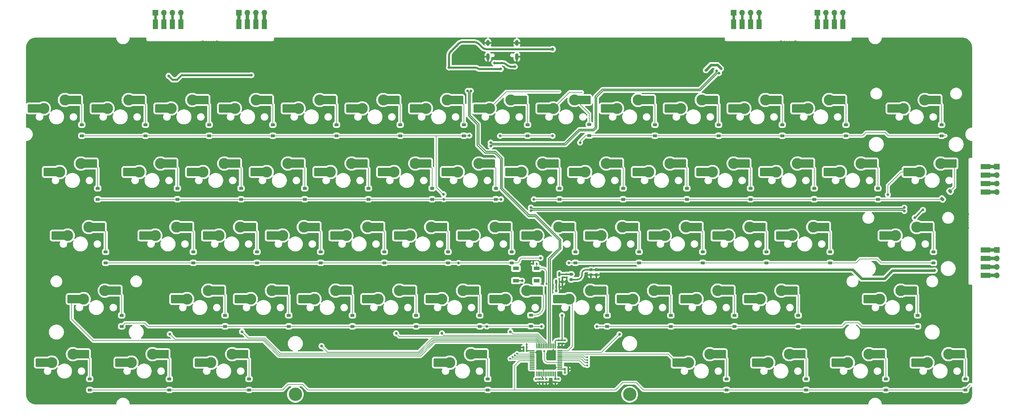
<source format=gbl>
G04 #@! TF.GenerationSoftware,KiCad,Pcbnew,8.0.4*
G04 #@! TF.CreationDate,2025-02-27T13:51:43-05:00*
G04 #@! TF.ProjectId,CustomKeyboard,43757374-6f6d-44b6-9579-626f6172642e,rev?*
G04 #@! TF.SameCoordinates,Original*
G04 #@! TF.FileFunction,Copper,L2,Bot*
G04 #@! TF.FilePolarity,Positive*
%FSLAX46Y46*%
G04 Gerber Fmt 4.6, Leading zero omitted, Abs format (unit mm)*
G04 Created by KiCad (PCBNEW 8.0.4) date 2025-02-27 13:51:43*
%MOMM*%
%LPD*%
G01*
G04 APERTURE LIST*
G04 Aperture macros list*
%AMRoundRect*
0 Rectangle with rounded corners*
0 $1 Rounding radius*
0 $2 $3 $4 $5 $6 $7 $8 $9 X,Y pos of 4 corners*
0 Add a 4 corners polygon primitive as box body*
4,1,4,$2,$3,$4,$5,$6,$7,$8,$9,$2,$3,0*
0 Add four circle primitives for the rounded corners*
1,1,$1+$1,$2,$3*
1,1,$1+$1,$4,$5*
1,1,$1+$1,$6,$7*
1,1,$1+$1,$8,$9*
0 Add four rect primitives between the rounded corners*
20,1,$1+$1,$2,$3,$4,$5,0*
20,1,$1+$1,$4,$5,$6,$7,0*
20,1,$1+$1,$6,$7,$8,$9,0*
20,1,$1+$1,$8,$9,$2,$3,0*%
G04 Aperture macros list end*
G04 #@! TA.AperFunction,SMDPad,CuDef*
%ADD10R,3.000000X1.500000*%
G04 #@! TD*
G04 #@! TA.AperFunction,SMDPad,CuDef*
%ADD11R,1.500000X3.000000*%
G04 #@! TD*
G04 #@! TA.AperFunction,ComponentPad*
%ADD12O,1.700000X1.700000*%
G04 #@! TD*
G04 #@! TA.AperFunction,ComponentPad*
%ADD13R,1.700000X1.700000*%
G04 #@! TD*
G04 #@! TA.AperFunction,ComponentPad*
%ADD14O,1.000000X1.800000*%
G04 #@! TD*
G04 #@! TA.AperFunction,ComponentPad*
%ADD15O,1.000000X2.100000*%
G04 #@! TD*
G04 #@! TA.AperFunction,ComponentPad*
%ADD16C,4.000000*%
G04 #@! TD*
G04 #@! TA.AperFunction,SMDPad,CuDef*
%ADD17RoundRect,0.225000X0.375000X-0.225000X0.375000X0.225000X-0.375000X0.225000X-0.375000X-0.225000X0*%
G04 #@! TD*
G04 #@! TA.AperFunction,ComponentPad*
%ADD18C,3.300000*%
G04 #@! TD*
G04 #@! TA.AperFunction,SMDPad,CuDef*
%ADD19R,1.650000X2.500000*%
G04 #@! TD*
G04 #@! TA.AperFunction,SMDPad,CuDef*
%ADD20RoundRect,0.250000X1.025000X1.000000X-1.025000X1.000000X-1.025000X-1.000000X1.025000X-1.000000X0*%
G04 #@! TD*
G04 #@! TA.AperFunction,SMDPad,CuDef*
%ADD21RoundRect,0.140000X0.170000X-0.140000X0.170000X0.140000X-0.170000X0.140000X-0.170000X-0.140000X0*%
G04 #@! TD*
G04 #@! TA.AperFunction,SMDPad,CuDef*
%ADD22RoundRect,0.218750X-0.256250X0.218750X-0.256250X-0.218750X0.256250X-0.218750X0.256250X0.218750X0*%
G04 #@! TD*
G04 #@! TA.AperFunction,SMDPad,CuDef*
%ADD23RoundRect,0.140000X-0.170000X0.140000X-0.170000X-0.140000X0.170000X-0.140000X0.170000X0.140000X0*%
G04 #@! TD*
G04 #@! TA.AperFunction,SMDPad,CuDef*
%ADD24RoundRect,0.135000X-0.135000X-0.185000X0.135000X-0.185000X0.135000X0.185000X-0.135000X0.185000X0*%
G04 #@! TD*
G04 #@! TA.AperFunction,SMDPad,CuDef*
%ADD25RoundRect,0.140000X-0.140000X-0.170000X0.140000X-0.170000X0.140000X0.170000X-0.140000X0.170000X0*%
G04 #@! TD*
G04 #@! TA.AperFunction,SMDPad,CuDef*
%ADD26RoundRect,0.150000X0.150000X-0.512500X0.150000X0.512500X-0.150000X0.512500X-0.150000X-0.512500X0*%
G04 #@! TD*
G04 #@! TA.AperFunction,SMDPad,CuDef*
%ADD27RoundRect,0.225000X-0.250000X0.225000X-0.250000X-0.225000X0.250000X-0.225000X0.250000X0.225000X0*%
G04 #@! TD*
G04 #@! TA.AperFunction,SMDPad,CuDef*
%ADD28R,1.800000X1.100000*%
G04 #@! TD*
G04 #@! TA.AperFunction,SMDPad,CuDef*
%ADD29RoundRect,0.140000X0.140000X0.170000X-0.140000X0.170000X-0.140000X-0.170000X0.140000X-0.170000X0*%
G04 #@! TD*
G04 #@! TA.AperFunction,SMDPad,CuDef*
%ADD30RoundRect,0.075000X0.075000X-0.662500X0.075000X0.662500X-0.075000X0.662500X-0.075000X-0.662500X0*%
G04 #@! TD*
G04 #@! TA.AperFunction,SMDPad,CuDef*
%ADD31RoundRect,0.075000X0.662500X-0.075000X0.662500X0.075000X-0.662500X0.075000X-0.662500X-0.075000X0*%
G04 #@! TD*
G04 #@! TA.AperFunction,SMDPad,CuDef*
%ADD32RoundRect,0.225000X0.106066X-0.424264X0.424264X-0.106066X-0.106066X0.424264X-0.424264X0.106066X0*%
G04 #@! TD*
G04 #@! TA.AperFunction,ViaPad*
%ADD33C,0.800000*%
G04 #@! TD*
G04 #@! TA.AperFunction,ViaPad*
%ADD34C,0.600000*%
G04 #@! TD*
G04 #@! TA.AperFunction,ViaPad*
%ADD35C,1.000000*%
G04 #@! TD*
G04 #@! TA.AperFunction,Conductor*
%ADD36C,0.800000*%
G04 #@! TD*
G04 #@! TA.AperFunction,Conductor*
%ADD37C,0.400000*%
G04 #@! TD*
G04 #@! TA.AperFunction,Conductor*
%ADD38C,0.600000*%
G04 #@! TD*
G04 #@! TA.AperFunction,Conductor*
%ADD39C,0.300000*%
G04 #@! TD*
G04 #@! TA.AperFunction,Conductor*
%ADD40C,0.200000*%
G04 #@! TD*
G04 #@! TA.AperFunction,Conductor*
%ADD41C,1.000000*%
G04 #@! TD*
G04 APERTURE END LIST*
D10*
X338500000Y-108690000D03*
X338500000Y-111229999D03*
X338500000Y-113770001D03*
X338500000Y-116310000D03*
X338500000Y-83690000D03*
X338500000Y-86229999D03*
X338500000Y-88770001D03*
X338500000Y-91310000D03*
D11*
X288189999Y-41000000D03*
X290729998Y-41000000D03*
X293270000Y-41000000D03*
X295809999Y-41000000D03*
X263189999Y-40999999D03*
X265729998Y-40999999D03*
X268270000Y-40999999D03*
X270809999Y-40999999D03*
X115189998Y-41000000D03*
X117729997Y-41000000D03*
X120269999Y-41000000D03*
X122809998Y-41000000D03*
D12*
X122819999Y-37600000D03*
X120279998Y-37600000D03*
X117739999Y-37600000D03*
D13*
X115199999Y-37600000D03*
X341900000Y-108700000D03*
D12*
X341900000Y-111240000D03*
X341900000Y-113780000D03*
X341900000Y-116320000D03*
D13*
X263199998Y-37600000D03*
D12*
X265739998Y-37600000D03*
X268279997Y-37600000D03*
X270819998Y-37600000D03*
D14*
X189680000Y-46625000D03*
D15*
X189680000Y-50805000D03*
D14*
X198320000Y-46625000D03*
D15*
X198320000Y-50805000D03*
D12*
X295819998Y-37600000D03*
X293279997Y-37600000D03*
X290739998Y-37600000D03*
D13*
X288199998Y-37600000D03*
D16*
X232068750Y-151984999D03*
X132056250Y-151984999D03*
D13*
X341900000Y-83700000D03*
D12*
X341900000Y-86240000D03*
X341900000Y-88780000D03*
X341900000Y-91320000D03*
D13*
X90199999Y-37600000D03*
D12*
X92739999Y-37600000D03*
X95279998Y-37600000D03*
X97819999Y-37600000D03*
D17*
X261062500Y-150650000D03*
X261062500Y-147350000D03*
D18*
X125071250Y-120870000D03*
D19*
X126871250Y-120870000D03*
D20*
X128621250Y-120870000D03*
X115171250Y-123410000D03*
D19*
X116896250Y-123410000D03*
D18*
X118721250Y-123410000D03*
X272708750Y-63720000D03*
D19*
X274508750Y-63720000D03*
D20*
X276258750Y-63720000D03*
X262808750Y-66260000D03*
D19*
X264533750Y-66260000D03*
D18*
X266358750Y-66260000D03*
D17*
X322975000Y-112550000D03*
X322975000Y-109250000D03*
D18*
X301283750Y-82770000D03*
D19*
X303083750Y-82770000D03*
D20*
X304833750Y-82770000D03*
X291383750Y-85310000D03*
D19*
X293108750Y-85310000D03*
D18*
X294933750Y-85310000D03*
D17*
X187243750Y-131600000D03*
X187243750Y-128300000D03*
X230106250Y-93500000D03*
X230106250Y-90200000D03*
X296781250Y-74450000D03*
X296781250Y-71150000D03*
D18*
X184602500Y-139920000D03*
D19*
X186402500Y-139920000D03*
D20*
X188152500Y-139920000D03*
X174702500Y-142460000D03*
D19*
X176427500Y-142460000D03*
D18*
X178252500Y-142460000D03*
X144121250Y-120870000D03*
D19*
X145921250Y-120870000D03*
D20*
X147671250Y-120870000D03*
X134221250Y-123410000D03*
D19*
X135946250Y-123410000D03*
D18*
X137771250Y-123410000D03*
X225083750Y-82770000D03*
D19*
X226883750Y-82770000D03*
D20*
X228633750Y-82770000D03*
X215183750Y-85310000D03*
D19*
X216908750Y-85310000D03*
D18*
X218733750Y-85310000D03*
D17*
X130093750Y-131600000D03*
X130093750Y-128300000D03*
X101518750Y-112550000D03*
X101518750Y-109250000D03*
D18*
X191746250Y-101820000D03*
D19*
X193546250Y-101820000D03*
D20*
X195296250Y-101820000D03*
X181846250Y-104360000D03*
D19*
X183571250Y-104360000D03*
D18*
X185396250Y-104360000D03*
X258421250Y-120870000D03*
D19*
X260221250Y-120870000D03*
D20*
X261971250Y-120870000D03*
X248521250Y-123410000D03*
D19*
X250246250Y-123410000D03*
D18*
X252071250Y-123410000D03*
D21*
X206100000Y-148330000D03*
X206100000Y-147370000D03*
D18*
X320333750Y-63720000D03*
D19*
X322133750Y-63720000D03*
D20*
X323883750Y-63720000D03*
X310433750Y-66260000D03*
D19*
X312158750Y-66260000D03*
D18*
X313983750Y-66260000D03*
D17*
X80087500Y-131600000D03*
X80087500Y-128300000D03*
X239631250Y-74450000D03*
X239631250Y-71150000D03*
D18*
X167933750Y-82770000D03*
D19*
X169733750Y-82770000D03*
D20*
X171483750Y-82770000D03*
X158033750Y-85310000D03*
D19*
X159758750Y-85310000D03*
D18*
X161583750Y-85310000D03*
X129833750Y-82770000D03*
D19*
X131633750Y-82770000D03*
D20*
X133383750Y-82770000D03*
X119933750Y-85310000D03*
D19*
X121658750Y-85310000D03*
D18*
X123483750Y-85310000D03*
D21*
X209800000Y-148310000D03*
X209800000Y-147350000D03*
D17*
X284875000Y-150650000D03*
X284875000Y-147350000D03*
X192006250Y-93500000D03*
X192006250Y-90200000D03*
D22*
X214550000Y-115962499D03*
X214550000Y-117537501D03*
D18*
X186983750Y-82770000D03*
D19*
X188783750Y-82770000D03*
D20*
X190533750Y-82770000D03*
X177083750Y-85310000D03*
D19*
X178808750Y-85310000D03*
D18*
X180633750Y-85310000D03*
D17*
X120568750Y-112550000D03*
X120568750Y-109250000D03*
D18*
X286996250Y-101820000D03*
D19*
X288796250Y-101820000D03*
D20*
X290546250Y-101820000D03*
X277096250Y-104360000D03*
D19*
X278821250Y-104360000D03*
D18*
X280646250Y-104360000D03*
X172696250Y-101820000D03*
D19*
X174496250Y-101820000D03*
D20*
X176246250Y-101820000D03*
X162796250Y-104360000D03*
D19*
X164521250Y-104360000D03*
D18*
X166346250Y-104360000D03*
X96496250Y-101820000D03*
D19*
X98296250Y-101820000D03*
D20*
X100046250Y-101820000D03*
X86596250Y-104360000D03*
D19*
X88321250Y-104360000D03*
D18*
X90146250Y-104360000D03*
D17*
X325356250Y-74450000D03*
X325356250Y-71150000D03*
D18*
X120308750Y-63720000D03*
D19*
X122108750Y-63720000D03*
D20*
X123858750Y-63720000D03*
X110408750Y-66260000D03*
D19*
X112133750Y-66260000D03*
D18*
X113958750Y-66260000D03*
X82208750Y-63720000D03*
D19*
X84008750Y-63720000D03*
D20*
X85758750Y-63720000D03*
X72308750Y-66260000D03*
D19*
X74033750Y-66260000D03*
D18*
X75858750Y-66260000D03*
D23*
X207100000Y-147370000D03*
X207100000Y-148330000D03*
D18*
X277471250Y-120870000D03*
D19*
X279271250Y-120870000D03*
D20*
X281021250Y-120870000D03*
X267571250Y-123410000D03*
D19*
X269296250Y-123410000D03*
D18*
X271121250Y-123410000D03*
D17*
X318212500Y-131600000D03*
X318212500Y-128300000D03*
D18*
X206033750Y-82770000D03*
D19*
X207833750Y-82770000D03*
D20*
X209583750Y-82770000D03*
X196133750Y-85310000D03*
D19*
X197858750Y-85310000D03*
D18*
X199683750Y-85310000D03*
X158408750Y-63720000D03*
D19*
X160208750Y-63720000D03*
D20*
X161958750Y-63720000D03*
X148508750Y-66260000D03*
D19*
X150233750Y-66260000D03*
D18*
X152058750Y-66260000D03*
D17*
X75325000Y-112550000D03*
X75325000Y-109250000D03*
X153906250Y-93500000D03*
X153906250Y-90200000D03*
X118187500Y-150650000D03*
X118187500Y-147350000D03*
X168193750Y-131600000D03*
X168193750Y-128300000D03*
D18*
X325096250Y-82770000D03*
D19*
X326896250Y-82770000D03*
D20*
X328646250Y-82770000D03*
X315196250Y-85310000D03*
D19*
X316921250Y-85310000D03*
D18*
X318746250Y-85310000D03*
X65540000Y-139920000D03*
D19*
X67340000Y-139920000D03*
D20*
X69090000Y-139920000D03*
X55640000Y-142460000D03*
D19*
X57365000Y-142460000D03*
D18*
X59190000Y-142460000D03*
D17*
X287256250Y-93500000D03*
X287256250Y-90200000D03*
D18*
X101258750Y-63720000D03*
D19*
X103058750Y-63720000D03*
D20*
X104808750Y-63720000D03*
X91358750Y-66260000D03*
D19*
X93083750Y-66260000D03*
D18*
X94908750Y-66260000D03*
D17*
X220000000Y-74400000D03*
X220000000Y-71100000D03*
D24*
X203230001Y-112800000D03*
X204249999Y-112800000D03*
D17*
X306306250Y-93500000D03*
X306306250Y-90200000D03*
D18*
X279852500Y-139920000D03*
D19*
X281652500Y-139920000D03*
D20*
X283402500Y-139920000D03*
X269952500Y-142460000D03*
D19*
X271677500Y-142460000D03*
D18*
X273502500Y-142460000D03*
X303665000Y-139920000D03*
D19*
X305465000Y-139920000D03*
D20*
X307215000Y-139920000D03*
X293765000Y-142460000D03*
D19*
X295490000Y-142460000D03*
D18*
X297315000Y-142460000D03*
D17*
X182481250Y-74450000D03*
X182481250Y-71150000D03*
X177718750Y-112550000D03*
X177718750Y-109250000D03*
X244393750Y-131600000D03*
X244393750Y-128300000D03*
X253918750Y-112550000D03*
X253918750Y-109250000D03*
D18*
X291758750Y-63720000D03*
D19*
X293558750Y-63720000D03*
D20*
X295308750Y-63720000D03*
X281858750Y-66260000D03*
D19*
X283583750Y-66260000D03*
D18*
X285408750Y-66260000D03*
D17*
X202500000Y-131550000D03*
X202500000Y-128250000D03*
D21*
X211850000Y-136710000D03*
X211850000Y-135750000D03*
D18*
X196508750Y-63720000D03*
D19*
X198308750Y-63720000D03*
D20*
X200058750Y-63720000D03*
X186608750Y-66260000D03*
D19*
X188333750Y-66260000D03*
D18*
X190158750Y-66260000D03*
D17*
X106281250Y-74450000D03*
X106281250Y-71150000D03*
X282493750Y-131600000D03*
X282493750Y-128300000D03*
D25*
X200340000Y-137900000D03*
X201300000Y-137900000D03*
D18*
X75065000Y-120870000D03*
D19*
X76865000Y-120870000D03*
D20*
X78615000Y-120870000D03*
X65165000Y-123410000D03*
D19*
X66890000Y-123410000D03*
D18*
X68715000Y-123410000D03*
X113165000Y-139920000D03*
D19*
X114965000Y-139920000D03*
D20*
X116715000Y-139920000D03*
X103265000Y-142460000D03*
D19*
X104990000Y-142460000D03*
D18*
X106815000Y-142460000D03*
D25*
X210070000Y-119750000D03*
X211030000Y-119750000D03*
D18*
X263183750Y-82770000D03*
D19*
X264983750Y-82770000D03*
D20*
X266733750Y-82770000D03*
X253283750Y-85310000D03*
D19*
X255008750Y-85310000D03*
D18*
X256833750Y-85310000D03*
X89352500Y-139920000D03*
D19*
X91152500Y-139920000D03*
D20*
X92902500Y-139920000D03*
X79452500Y-142460000D03*
D19*
X81177500Y-142460000D03*
D18*
X83002500Y-142460000D03*
X267946250Y-101820000D03*
D19*
X269746250Y-101820000D03*
D20*
X271496250Y-101820000D03*
X258046250Y-104360000D03*
D19*
X259771250Y-104360000D03*
D18*
X261596250Y-104360000D03*
D17*
X115806250Y-93500000D03*
X115806250Y-90200000D03*
X125331250Y-74450000D03*
X125331250Y-71150000D03*
D18*
X91733750Y-82770000D03*
D19*
X93533750Y-82770000D03*
D20*
X95283750Y-82770000D03*
X81833750Y-85310000D03*
D19*
X83558750Y-85310000D03*
D18*
X85383750Y-85310000D03*
D17*
X70562500Y-150650000D03*
X70562500Y-147350000D03*
X292018750Y-112550000D03*
X292018750Y-109250000D03*
X96756250Y-93500000D03*
X96756250Y-90200000D03*
D25*
X200340000Y-138900000D03*
X201300000Y-138900000D03*
D18*
X248896250Y-101820000D03*
D19*
X250696250Y-101820000D03*
D20*
X252446250Y-101820000D03*
X238996250Y-104360000D03*
D19*
X240721250Y-104360000D03*
D18*
X242546250Y-104360000D03*
X282233750Y-82770000D03*
D19*
X284033750Y-82770000D03*
D20*
X285783750Y-82770000D03*
X272333750Y-85310000D03*
D19*
X274058750Y-85310000D03*
D18*
X275883750Y-85310000D03*
D17*
X258681250Y-74450000D03*
X258681250Y-71150000D03*
X134856250Y-93500000D03*
X134856250Y-90200000D03*
X332500000Y-150650000D03*
X332500000Y-147350000D03*
X225343750Y-131600000D03*
X225343750Y-128300000D03*
D26*
X211962499Y-118237500D03*
X210062501Y-118237500D03*
X211012500Y-115962500D03*
D17*
X163431250Y-74450000D03*
X163431250Y-71150000D03*
X158668750Y-112550000D03*
X158668750Y-109250000D03*
D18*
X215558750Y-63720000D03*
D19*
X217358750Y-63720000D03*
D20*
X219108750Y-63720000D03*
X205658750Y-66260000D03*
D19*
X207383750Y-66260000D03*
D18*
X209208750Y-66260000D03*
D17*
X68181250Y-74450000D03*
X68181250Y-71150000D03*
D18*
X317952500Y-101820000D03*
D19*
X319752500Y-101820000D03*
D20*
X321502500Y-101820000D03*
X308052500Y-104360000D03*
D19*
X309777500Y-104360000D03*
D18*
X311602500Y-104360000D03*
X153646250Y-101820000D03*
D19*
X155446250Y-101820000D03*
D20*
X157196250Y-101820000D03*
X143746250Y-104360000D03*
D19*
X145471250Y-104360000D03*
D18*
X147296250Y-104360000D03*
X182221250Y-120870000D03*
D19*
X184021250Y-120870000D03*
D20*
X185771250Y-120870000D03*
X172321250Y-123410000D03*
D19*
X174046250Y-123410000D03*
D18*
X175871250Y-123410000D03*
X220321250Y-120870000D03*
D19*
X222121250Y-120870000D03*
D20*
X223871250Y-120870000D03*
X210421250Y-123410000D03*
D19*
X212146250Y-123410000D03*
D18*
X213971250Y-123410000D03*
X70302500Y-101820000D03*
D19*
X72102500Y-101820000D03*
D20*
X73852500Y-101820000D03*
X60402500Y-104360000D03*
D19*
X62127500Y-104360000D03*
D18*
X63952500Y-104360000D03*
D17*
X201531250Y-74450000D03*
X201531250Y-71150000D03*
D18*
X210796250Y-101820000D03*
D19*
X212596250Y-101820000D03*
D20*
X214346250Y-101820000D03*
X200896250Y-104360000D03*
D19*
X202621250Y-104360000D03*
D18*
X204446250Y-104360000D03*
X115546250Y-101820000D03*
D19*
X117346250Y-101820000D03*
D20*
X119096250Y-101820000D03*
X105646250Y-104360000D03*
D19*
X107371250Y-104360000D03*
D18*
X109196250Y-104360000D03*
X253658750Y-63720000D03*
D19*
X255458750Y-63720000D03*
D20*
X257208750Y-63720000D03*
X243758750Y-66260000D03*
D19*
X245483750Y-66260000D03*
D18*
X247308750Y-66260000D03*
X234608750Y-63720000D03*
D19*
X236408750Y-63720000D03*
D20*
X238158750Y-63720000D03*
X224708750Y-66260000D03*
D19*
X226433750Y-66260000D03*
D18*
X228258750Y-66260000D03*
X67921250Y-82770000D03*
D19*
X69721250Y-82770000D03*
D20*
X71471250Y-82770000D03*
X58021250Y-85310000D03*
D19*
X59746250Y-85310000D03*
D18*
X61571250Y-85310000D03*
D17*
X87231250Y-74450000D03*
X87231250Y-71150000D03*
D18*
X327477500Y-139920000D03*
D19*
X329277500Y-139920000D03*
D20*
X331027500Y-139920000D03*
X317577500Y-142460000D03*
D19*
X319302500Y-142460000D03*
D18*
X321127500Y-142460000D03*
D27*
X222100000Y-114625000D03*
X222100000Y-116175000D03*
D18*
X106021250Y-120870000D03*
D19*
X107821250Y-120870000D03*
D20*
X109571250Y-120870000D03*
X96121250Y-123410000D03*
D19*
X97846250Y-123410000D03*
D18*
X99671250Y-123410000D03*
D17*
X272968750Y-112550000D03*
X272968750Y-109250000D03*
X196768750Y-112550000D03*
X196768750Y-109250000D03*
D18*
X110783750Y-82770000D03*
D19*
X112583750Y-82770000D03*
D20*
X114333750Y-82770000D03*
X100883750Y-85310000D03*
D19*
X102608750Y-85310000D03*
D18*
X104433750Y-85310000D03*
D28*
X204250000Y-117900000D03*
X198050000Y-114200000D03*
X204250000Y-114200000D03*
X198050000Y-117900000D03*
D23*
X213250000Y-115962499D03*
X213250000Y-116922499D03*
D18*
X177458750Y-63720000D03*
D19*
X179258750Y-63720000D03*
D20*
X181008750Y-63720000D03*
X167558750Y-66260000D03*
D19*
X169283750Y-66260000D03*
D18*
X171108750Y-66260000D03*
X201271250Y-120870000D03*
D19*
X203071250Y-120870000D03*
D20*
X204821250Y-120870000D03*
X191371250Y-123410000D03*
D19*
X193096250Y-123410000D03*
D18*
X194921250Y-123410000D03*
X134596250Y-101820000D03*
D19*
X136396250Y-101820000D03*
D20*
X138146250Y-101820000D03*
X124696250Y-104360000D03*
D19*
X126421250Y-104360000D03*
D18*
X128246250Y-104360000D03*
D17*
X268206250Y-93500000D03*
X268206250Y-90200000D03*
X111043750Y-131600000D03*
X111043750Y-128300000D03*
D18*
X244133750Y-82770000D03*
D19*
X245933750Y-82770000D03*
D20*
X247683750Y-82770000D03*
X234233750Y-85310000D03*
D19*
X235958750Y-85310000D03*
D18*
X237783750Y-85310000D03*
D17*
X263443750Y-131600000D03*
X263443750Y-128300000D03*
D18*
X139358750Y-63720000D03*
D19*
X141158750Y-63720000D03*
D20*
X142908750Y-63720000D03*
X129458750Y-66260000D03*
D19*
X131183750Y-66260000D03*
D18*
X133008750Y-66260000D03*
D29*
X213680000Y-144400000D03*
X212720000Y-144400000D03*
D18*
X163171250Y-120870000D03*
D19*
X164971250Y-120870000D03*
D20*
X166721250Y-120870000D03*
X153271250Y-123410000D03*
D19*
X154996250Y-123410000D03*
D18*
X156821250Y-123410000D03*
D17*
X172956250Y-93500000D03*
X172956250Y-90200000D03*
X211056250Y-93500000D03*
X211056250Y-90200000D03*
D30*
X209787500Y-145812500D03*
X209287500Y-145812500D03*
X208787500Y-145812500D03*
X208287499Y-145812500D03*
X207787500Y-145812500D03*
X207287500Y-145812500D03*
X206787500Y-145812500D03*
X206287500Y-145812500D03*
X205787501Y-145812500D03*
X205287500Y-145812500D03*
X204787500Y-145812500D03*
X204287500Y-145812500D03*
D31*
X202875000Y-144400000D03*
X202875000Y-143900000D03*
X202875000Y-143400000D03*
X202875000Y-142899999D03*
X202875000Y-142400000D03*
X202875000Y-141900000D03*
X202875000Y-141400000D03*
X202875000Y-140900000D03*
X202875000Y-140400001D03*
X202875000Y-139900000D03*
X202875000Y-139400000D03*
X202875000Y-138900000D03*
D30*
X204287500Y-137487500D03*
X204787500Y-137487500D03*
X205287500Y-137487500D03*
X205787501Y-137487500D03*
X206287500Y-137487500D03*
X206787500Y-137487500D03*
X207287500Y-137487500D03*
X207787500Y-137487500D03*
X208287499Y-137487500D03*
X208787500Y-137487500D03*
X209287500Y-137487500D03*
X209787500Y-137487500D03*
D31*
X211200000Y-138900000D03*
X211200000Y-139400000D03*
X211200000Y-139900000D03*
X211200000Y-140400001D03*
X211200000Y-140900000D03*
X211200000Y-141400000D03*
X211200000Y-141900000D03*
X211200000Y-142400000D03*
X211200000Y-142899999D03*
X211200000Y-143400000D03*
X211200000Y-143900000D03*
X211200000Y-144400000D03*
D17*
X234868750Y-112550000D03*
X234868750Y-109250000D03*
D18*
X256040000Y-139920000D03*
D19*
X257840000Y-139920000D03*
D20*
X259590000Y-139920000D03*
X246140000Y-142460000D03*
D19*
X247865000Y-142460000D03*
D18*
X249690000Y-142460000D03*
D17*
X72943750Y-93500000D03*
X72943750Y-90200000D03*
D18*
X148883750Y-82770000D03*
D19*
X150683750Y-82770000D03*
D20*
X152433750Y-82770000D03*
X138983750Y-85310000D03*
D19*
X140708750Y-85310000D03*
D18*
X142533750Y-85310000D03*
D17*
X149143750Y-131600000D03*
X149143750Y-128300000D03*
D18*
X63158750Y-63720000D03*
D19*
X64958750Y-63720000D03*
D20*
X66708750Y-63720000D03*
X53258750Y-66260000D03*
D19*
X54983750Y-66260000D03*
D18*
X56808750Y-66260000D03*
X229846250Y-101820000D03*
D19*
X231646250Y-101820000D03*
D20*
X233396250Y-101820000D03*
X219946250Y-104360000D03*
D19*
X221671250Y-104360000D03*
D18*
X223496250Y-104360000D03*
D17*
X308687500Y-150650000D03*
X308687500Y-147350000D03*
D18*
X313190000Y-120870000D03*
D19*
X314990000Y-120870000D03*
D20*
X316740000Y-120870000D03*
X303290000Y-123410000D03*
D19*
X305015000Y-123410000D03*
D18*
X306840000Y-123410000D03*
D17*
X249156250Y-93500000D03*
X249156250Y-90200000D03*
X94375000Y-150650000D03*
X94375000Y-147350000D03*
X215818750Y-112550000D03*
X215818750Y-109250000D03*
X189625000Y-150650000D03*
X189625000Y-147350000D03*
X144381250Y-74450000D03*
X144381250Y-71150000D03*
D21*
X210850000Y-136710000D03*
X210850000Y-135750000D03*
X205100000Y-148330000D03*
X205100000Y-147370000D03*
D18*
X239371250Y-120870000D03*
D19*
X241171250Y-120870000D03*
D20*
X242921250Y-120870000D03*
X229471250Y-123410000D03*
D19*
X231196250Y-123410000D03*
D18*
X233021250Y-123410000D03*
D17*
X277731250Y-74450000D03*
X277731250Y-71150000D03*
X139618750Y-112550000D03*
X139618750Y-109250000D03*
D27*
X220500000Y-114625000D03*
X220500000Y-116175000D03*
D32*
X325583274Y-93416726D03*
X327916726Y-91083274D03*
D11*
X97809998Y-40999999D03*
X92729997Y-40999999D03*
X95269999Y-40999999D03*
X90189998Y-40999999D03*
D33*
X183200000Y-52500000D03*
X324687500Y-96712500D03*
X319800000Y-96700000D03*
X118900000Y-56300000D03*
X94150000Y-56500000D03*
X94100000Y-51600000D03*
X262900000Y-50850000D03*
X254850000Y-54800000D03*
X259400000Y-54350000D03*
X258050000Y-55000000D03*
X258750000Y-55700000D03*
X317350000Y-99000000D03*
X188500000Y-55800000D03*
X202100000Y-112800000D03*
D34*
X206100000Y-149050000D03*
D33*
X332400000Y-107300000D03*
X186300000Y-62600000D03*
D34*
X205100000Y-149050000D03*
D33*
X169000000Y-53700000D03*
D34*
X209800000Y-149050000D03*
X214400000Y-144400000D03*
D33*
X151100000Y-136500000D03*
X199250000Y-52750000D03*
X113100000Y-54650000D03*
X187800000Y-91300000D03*
X203500000Y-51750000D03*
D34*
X207100000Y-149050000D03*
X193500000Y-59400000D03*
D33*
X297200000Y-47100000D03*
X113900000Y-47100000D03*
D34*
X199600000Y-137900000D03*
D33*
X178200000Y-72700000D03*
X183600000Y-99000000D03*
X246700000Y-56700000D03*
X272200000Y-47100000D03*
X224000000Y-63500000D03*
X188500000Y-52750000D03*
X201600000Y-55250000D03*
X220250000Y-66250000D03*
X88900000Y-47100000D03*
X263500000Y-54950000D03*
D34*
X213250000Y-118650000D03*
X209900000Y-143900000D03*
D33*
X332400000Y-82300000D03*
X332400000Y-92700000D03*
D34*
X204150000Y-139400000D03*
X206300000Y-144500000D03*
X211850000Y-137470000D03*
D33*
X322850000Y-99400000D03*
X286800000Y-47100000D03*
X194450000Y-79000000D03*
D34*
X212100000Y-119750000D03*
X209250000Y-138700000D03*
D33*
X261800000Y-47100000D03*
X124300000Y-47100000D03*
X227300000Y-110800000D03*
X208500000Y-46250000D03*
D34*
X210850000Y-137470000D03*
D33*
X332400000Y-117700000D03*
D34*
X199600000Y-138900000D03*
D33*
X101000000Y-133800000D03*
X262250000Y-59250000D03*
X99300000Y-47100000D03*
X217250000Y-76500000D03*
X193300000Y-74500000D03*
X184100000Y-74400000D03*
X176400000Y-92000000D03*
X209000000Y-74500000D03*
D34*
X198400000Y-139800000D03*
D33*
X176500000Y-93500000D03*
X203400000Y-93500000D03*
X193600000Y-93500000D03*
D34*
X197700000Y-140300000D03*
D33*
X205400000Y-111100000D03*
X213900000Y-112600000D03*
X180900000Y-112600000D03*
D34*
X197000000Y-140800000D03*
D33*
X189300000Y-131600000D03*
X205700000Y-131600000D03*
X222300000Y-131600000D03*
D34*
X196300000Y-141300000D03*
D33*
X94500000Y-133900000D03*
X116100000Y-133200000D03*
X139900000Y-137500000D03*
X162200000Y-133700000D03*
X175900000Y-133700000D03*
X196400000Y-133200000D03*
X229000000Y-134000000D03*
D34*
X219400000Y-140900000D03*
X219400000Y-141700000D03*
X219400000Y-142500000D03*
X219400000Y-143300000D03*
D33*
X309300000Y-92100000D03*
D35*
X209000000Y-48500000D03*
D33*
X178000000Y-54000000D03*
X323300000Y-114800000D03*
X184550003Y-61000000D03*
X183600000Y-61000000D03*
X190500000Y-76500000D03*
X190500000Y-77500000D03*
X202500000Y-96944192D03*
X314250000Y-97000000D03*
X202500000Y-95994189D03*
X314250000Y-96000000D03*
X197698584Y-53698584D03*
X193500000Y-54450000D03*
X191600000Y-52600000D03*
D34*
X212700000Y-145500000D03*
X204000000Y-147400000D03*
X201300000Y-137000000D03*
D33*
X210062501Y-120950000D03*
D34*
X212700000Y-135750000D03*
D33*
X211837312Y-128300000D03*
X199900000Y-117900000D03*
D34*
X210800000Y-147400000D03*
X206550000Y-139000000D03*
X207200000Y-118850000D03*
D36*
X288200000Y-40990000D02*
X288200000Y-37600000D01*
X295820000Y-40990000D02*
X295820000Y-37600000D01*
X290739999Y-40990000D02*
X290739999Y-37600001D01*
X293280001Y-40990000D02*
X293280001Y-37599998D01*
X265729998Y-37610000D02*
X265739998Y-37600000D01*
X265729998Y-40999999D02*
X265729998Y-37610000D01*
X268270000Y-40999999D02*
X268270000Y-37609997D01*
X268270000Y-37609997D02*
X268279997Y-37600000D01*
X263189999Y-40999999D02*
X263189999Y-37609999D01*
X270809999Y-40999999D02*
X270809999Y-37609999D01*
X90189998Y-37610001D02*
X90199999Y-37600000D01*
X90189998Y-40999999D02*
X90189998Y-37610001D01*
X97809998Y-40999999D02*
X97809998Y-37610001D01*
X97809998Y-37610001D02*
X97819999Y-37600000D01*
X95269999Y-37609999D02*
X95279998Y-37600000D01*
X95269999Y-40999999D02*
X95269999Y-37609999D01*
X92729997Y-37610002D02*
X92739999Y-37600000D01*
X92729997Y-40999999D02*
X92729997Y-37610002D01*
D37*
X319650000Y-96700000D02*
X317350000Y-99000000D01*
X319800000Y-96700000D02*
X319650000Y-96700000D01*
D38*
X97950000Y-56300000D02*
X96600000Y-57650000D01*
X118900000Y-56300000D02*
X97950000Y-56300000D01*
X95300000Y-57650000D02*
X96600000Y-57650000D01*
X94150000Y-56500000D02*
X95300000Y-57650000D01*
D36*
X258300000Y-53250000D02*
X259400000Y-54350000D01*
X254850000Y-54800000D02*
X256400000Y-53250000D01*
X256400000Y-53250000D02*
X258300000Y-53250000D01*
D39*
X258050000Y-55381801D02*
X252906801Y-60525000D01*
X258050000Y-55000000D02*
X258050000Y-55381801D01*
X258368199Y-55700000D02*
X253093199Y-60975000D01*
X258750000Y-55700000D02*
X258368199Y-55700000D01*
D38*
X187085206Y-54450000D02*
X193500000Y-54450000D01*
X186512974Y-54212974D02*
G75*
G03*
X187085206Y-54449984I572226J572274D01*
G01*
X185998766Y-54000000D02*
G75*
G02*
X186512982Y-54212966I34J-727200D01*
G01*
X178000000Y-54000000D02*
X185998766Y-54000000D01*
D37*
X212100000Y-119750000D02*
X211030000Y-119750000D01*
X207100000Y-149050000D02*
X207100000Y-148330000D01*
D40*
X206287500Y-145812500D02*
X206287500Y-145230177D01*
D37*
X210850000Y-136710000D02*
X210850000Y-137470000D01*
X202100000Y-112800000D02*
X202150000Y-112800000D01*
D40*
X209287500Y-137487500D02*
X209287500Y-138609467D01*
D37*
X205100000Y-148330000D02*
X205100000Y-149000000D01*
X213250000Y-118650000D02*
X213250000Y-116922499D01*
D40*
X211200000Y-143900000D02*
X209900000Y-143900000D01*
D37*
X214400000Y-144400000D02*
X213680000Y-144400000D01*
D40*
X206287500Y-145230177D02*
X206300000Y-144500000D01*
D37*
X211850000Y-136710000D02*
X211850000Y-137470000D01*
X206100000Y-149050000D02*
X206100000Y-148330000D01*
X209800000Y-149050000D02*
X209800000Y-148310000D01*
D40*
X206300000Y-144500000D02*
X206287500Y-144642309D01*
X202875000Y-139400000D02*
X204079290Y-139400000D01*
D37*
X200340000Y-138900000D02*
X199600000Y-138900000D01*
X200340000Y-137900000D02*
X199600000Y-137900000D01*
X203230001Y-112800000D02*
X202100000Y-112800000D01*
D40*
X201531250Y-74450000D02*
X208950000Y-74450000D01*
X239581250Y-74400000D02*
X239631250Y-74450000D01*
X173900000Y-74450000D02*
X182481250Y-74450000D01*
X217250000Y-76500000D02*
X217250000Y-76000000D01*
X220000000Y-74400000D02*
X239581250Y-74400000D01*
X296781250Y-74450000D02*
X239631250Y-74450000D01*
X184050000Y-74450000D02*
X184100000Y-74400000D01*
X208950000Y-74450000D02*
X209000000Y-74500000D01*
X198500000Y-139900000D02*
X202874812Y-139900000D01*
X218850000Y-74400000D02*
X220000000Y-74400000D01*
X308500000Y-73500000D02*
X309450000Y-74450000D01*
X309450000Y-74450000D02*
X325356250Y-74450000D01*
X217250000Y-76000000D02*
X218850000Y-74400000D01*
X307000000Y-73500000D02*
X308500000Y-73500000D01*
X176400000Y-92100000D02*
X176300000Y-92000000D01*
X198400000Y-139800000D02*
X198500000Y-139900000D01*
X176300000Y-92000000D02*
X176400000Y-92000000D01*
X302750000Y-73500000D02*
X307000000Y-73500000D01*
X325356250Y-74450000D02*
X326550000Y-74450000D01*
X173900000Y-74450000D02*
X174200000Y-74450000D01*
X201531250Y-74450000D02*
X193300000Y-74500000D01*
X182481250Y-74450000D02*
X184050000Y-74450000D01*
X193250000Y-74450000D02*
X193200000Y-74400000D01*
X296781250Y-74450000D02*
X301800000Y-74450000D01*
X193300000Y-74500000D02*
X193250000Y-74450000D01*
X176400000Y-92000000D02*
X176400000Y-92100000D01*
X301800000Y-74450000D02*
X302750000Y-73500000D01*
X68181250Y-65192500D02*
X68181250Y-71150000D01*
X66708750Y-63720000D02*
X68181250Y-65192500D01*
X87231250Y-65192500D02*
X87231250Y-71150000D01*
X85758750Y-63720000D02*
X87231250Y-65192500D01*
X106281250Y-65192500D02*
X106281250Y-71150000D01*
X104808750Y-63720000D02*
X106281250Y-65192500D01*
X125331250Y-65192500D02*
X125331250Y-71150000D01*
X123858750Y-63720000D02*
X125331250Y-65192500D01*
X142908750Y-63720000D02*
X144381250Y-65192500D01*
X144381250Y-65192500D02*
X144381250Y-71150000D01*
X161958750Y-63720000D02*
X163431250Y-65192500D01*
X163431250Y-65192500D02*
X163431250Y-71150000D01*
X181008750Y-63720000D02*
X182481250Y-65192500D01*
X182481250Y-65192500D02*
X182481250Y-71150000D01*
X200058750Y-63720000D02*
X201531250Y-65192500D01*
X201531250Y-65192500D02*
X201531250Y-71150000D01*
X220000000Y-67811250D02*
X220000000Y-71350000D01*
X217358750Y-63720000D02*
X217358750Y-65170000D01*
X217358750Y-65170000D02*
X220000000Y-67811250D01*
X239631250Y-65192500D02*
X239631250Y-71150000D01*
X238158750Y-63720000D02*
X239631250Y-65192500D01*
X257208750Y-63720000D02*
X258681250Y-65192500D01*
X258681250Y-65192500D02*
X258681250Y-71150000D01*
X277731250Y-65192500D02*
X277731250Y-71150000D01*
X276258750Y-63720000D02*
X277731250Y-65192500D01*
X295308750Y-63720000D02*
X296781250Y-65192500D01*
X296781250Y-65192500D02*
X296781250Y-71150000D01*
X325356250Y-65192500D02*
X325356250Y-71150000D01*
X323883750Y-63720000D02*
X325356250Y-65192500D01*
X325500000Y-93500000D02*
X307900000Y-93500000D01*
X211056250Y-93500000D02*
X203400000Y-93500000D01*
X197800001Y-140400001D02*
X202874812Y-140400001D01*
X153906250Y-93500000D02*
X115806250Y-93500000D01*
X325583274Y-93416726D02*
X325500000Y-93500000D01*
X193600000Y-93500000D02*
X193700000Y-93500000D01*
X197700000Y-140300000D02*
X197800001Y-140400001D01*
X115806250Y-93500000D02*
X72943750Y-93500000D01*
X176500000Y-93500000D02*
X153906250Y-93500000D01*
X192006250Y-93500000D02*
X193600000Y-93500000D01*
X192006250Y-93500000D02*
X176500000Y-93500000D01*
X307900000Y-93500000D02*
X268206250Y-93500000D01*
X268206250Y-93500000D02*
X211056250Y-93500000D01*
X71471250Y-82770000D02*
X72943750Y-84242500D01*
X72943750Y-84242500D02*
X72943750Y-90200000D01*
X95283750Y-82770000D02*
X96756250Y-84242500D01*
X96756250Y-84242500D02*
X96756250Y-90200000D01*
X114333750Y-82770000D02*
X115806250Y-84242500D01*
X115806250Y-84242500D02*
X115806250Y-90200000D01*
X134856250Y-84242500D02*
X134856250Y-90200000D01*
X133383750Y-82770000D02*
X134856250Y-84242500D01*
X153906250Y-84242500D02*
X153906250Y-90200000D01*
X152433750Y-82770000D02*
X153906250Y-84242500D01*
X301000000Y-111400000D02*
X299850000Y-112550000D01*
X180950000Y-112550000D02*
X196768750Y-112550000D01*
X158668750Y-112550000D02*
X180850000Y-112550000D01*
X196768750Y-112550000D02*
X198450000Y-112550000D01*
X199900000Y-111100000D02*
X201200000Y-111100000D01*
X75325000Y-112550000D02*
X158668750Y-112550000D01*
X307250000Y-112550000D02*
X306100000Y-111400000D01*
X197100000Y-140900000D02*
X202874812Y-140900000D01*
X215818750Y-112550000D02*
X234868750Y-112550000D01*
X322975000Y-112550000D02*
X307250000Y-112550000D01*
X234868750Y-112550000D02*
X292018750Y-112550000D01*
X180850000Y-112550000D02*
X180900000Y-112600000D01*
X306100000Y-111400000D02*
X301000000Y-111400000D01*
X215818750Y-112550000D02*
X213950000Y-112550000D01*
X213950000Y-112550000D02*
X213900000Y-112600000D01*
X299850000Y-112550000D02*
X292018750Y-112550000D01*
X201200000Y-111100000D02*
X205400000Y-111100000D01*
X197000000Y-140800000D02*
X197100000Y-140900000D01*
X180900000Y-112600000D02*
X180950000Y-112550000D01*
X198450000Y-112550000D02*
G75*
G03*
X199100000Y-111900000I0J650000D01*
G01*
X199100000Y-111900000D02*
G75*
G02*
X199900000Y-111100000I800000J0D01*
G01*
X172956250Y-84242500D02*
X172956250Y-90200000D01*
X171483750Y-82770000D02*
X172956250Y-84242500D01*
X192006250Y-84242500D02*
X192006250Y-90200000D01*
X190533750Y-82770000D02*
X192006250Y-84242500D01*
X209583750Y-82770000D02*
X211056250Y-84242500D01*
X211056250Y-84242500D02*
X211056250Y-90200000D01*
X230106250Y-84242500D02*
X228633750Y-82770000D01*
X230106250Y-90200000D02*
X230106250Y-84242500D01*
X249156250Y-84242500D02*
X249156250Y-90200000D01*
X247683750Y-82770000D02*
X249156250Y-84242500D01*
X266733750Y-82770000D02*
X268206250Y-84242500D01*
X268206250Y-84242500D02*
X268206250Y-90200000D01*
X285783750Y-82770000D02*
X287256250Y-84242500D01*
X287256250Y-84242500D02*
X287256250Y-90200000D01*
X306306250Y-84242500D02*
X306306250Y-90200000D01*
X304833750Y-82770000D02*
X306306250Y-84242500D01*
X328646250Y-82770000D02*
X329200000Y-83323750D01*
X329200000Y-89800000D02*
X327916726Y-91083274D01*
X329200000Y-83323750D02*
X329200000Y-89800000D01*
X75325000Y-103292500D02*
X75325000Y-109250000D01*
X73852500Y-101820000D02*
X75325000Y-103292500D01*
X101518750Y-103292500D02*
X101518750Y-109250000D01*
X100046250Y-101820000D02*
X101518750Y-103292500D01*
X119096250Y-101820000D02*
X120568750Y-103292500D01*
X120568750Y-103292500D02*
X120568750Y-109250000D01*
X139618750Y-103292500D02*
X139618750Y-109250000D01*
X138146250Y-101820000D02*
X139618750Y-103292500D01*
X157196250Y-101820000D02*
X158668750Y-103292500D01*
X158668750Y-103292500D02*
X158668750Y-109250000D01*
X176246250Y-101820000D02*
X177718750Y-103292500D01*
X177718750Y-103292500D02*
X177718750Y-109250000D01*
X195296250Y-101820000D02*
X196768750Y-103292500D01*
X196768750Y-103292500D02*
X196768750Y-109250000D01*
X215818750Y-103292500D02*
X215818750Y-109250000D01*
X214346250Y-101820000D02*
X215818750Y-103292500D01*
X234868750Y-103292500D02*
X234868750Y-109250000D01*
X233396250Y-101820000D02*
X234868750Y-103292500D01*
X252446250Y-101820000D02*
X253918750Y-103292500D01*
X253918750Y-103292500D02*
X253918750Y-109250000D01*
X272968750Y-103292500D02*
X272968750Y-109250000D01*
X271496250Y-101820000D02*
X272968750Y-103292500D01*
X290546250Y-101820000D02*
X292018750Y-103292500D01*
X292018750Y-103292500D02*
X292018750Y-109250000D01*
X321502500Y-101820000D02*
X322975000Y-103292500D01*
X322975000Y-103292500D02*
X322975000Y-109250000D01*
X80087500Y-122342500D02*
X80087500Y-128300000D01*
X78615000Y-120870000D02*
X80087500Y-122342500D01*
X318212500Y-131600000D02*
X301500000Y-131600000D01*
X88000000Y-131600000D02*
X87000000Y-130600000D01*
X300400000Y-130500000D02*
X296700000Y-130500000D01*
X301500000Y-131600000D02*
X300400000Y-130500000D01*
X189350000Y-131550000D02*
X189300000Y-131600000D01*
X296700000Y-130500000D02*
X295600000Y-131600000D01*
X189250000Y-131550000D02*
X168243750Y-131550000D01*
X168193750Y-131600000D02*
X88000000Y-131600000D01*
X81087500Y-130600000D02*
X80087500Y-131600000D01*
X202550000Y-131600000D02*
X202500000Y-131550000D01*
X202500000Y-131550000D02*
X189350000Y-131550000D01*
X225343750Y-131600000D02*
X222300000Y-131600000D01*
X189300000Y-131600000D02*
X189250000Y-131550000D01*
X225343750Y-131600000D02*
X282493750Y-131600000D01*
X87000000Y-130600000D02*
X81087500Y-130600000D01*
X222300000Y-131600000D02*
X222400000Y-131600000D01*
X295600000Y-131600000D02*
X282493750Y-131600000D01*
X205700000Y-131600000D02*
X202550000Y-131600000D01*
X196400000Y-141400000D02*
X202874812Y-141400000D01*
X196300000Y-141300000D02*
X196400000Y-141400000D01*
X168243750Y-131550000D02*
G75*
G03*
X168193800Y-131600000I50J-50000D01*
G01*
X109571250Y-120870000D02*
X111043750Y-122342500D01*
X111043750Y-122342500D02*
X111043750Y-128300000D01*
X130093750Y-122342500D02*
X130093750Y-128300000D01*
X128621250Y-120870000D02*
X130093750Y-122342500D01*
X147671250Y-120870000D02*
X149143750Y-122342500D01*
X149143750Y-122342500D02*
X149143750Y-128300000D01*
X166721250Y-120870000D02*
X168193750Y-122342500D01*
X168193750Y-122342500D02*
X168193750Y-128300000D01*
X187243750Y-122342500D02*
X187243750Y-128300000D01*
X185771250Y-120870000D02*
X187243750Y-122342500D01*
X206293750Y-122342500D02*
X206293750Y-125690272D01*
X204821250Y-120870000D02*
X206293750Y-122342500D01*
X202500000Y-128250000D02*
X203734022Y-128250000D01*
X206293750Y-125690272D02*
G75*
G02*
X203734022Y-128250050I-2559750J-28D01*
G01*
X223871250Y-120870000D02*
X225343750Y-122342500D01*
X225343750Y-122342500D02*
X225343750Y-128300000D01*
X244393750Y-122342500D02*
X244393750Y-128300000D01*
X242921250Y-120870000D02*
X244393750Y-122342500D01*
X261971250Y-120870000D02*
X263443750Y-122342500D01*
X263443750Y-122342500D02*
X263443750Y-128300000D01*
X282493750Y-122342500D02*
X282493750Y-128300000D01*
X281021250Y-120870000D02*
X282493750Y-122342500D01*
X318100026Y-122230026D02*
X318100026Y-128187526D01*
X316740000Y-120870000D02*
X318100026Y-122230026D01*
X70562500Y-141392500D02*
X70562500Y-147350000D01*
X69090000Y-139920000D02*
X70562500Y-141392500D01*
X94375000Y-141392500D02*
X94375000Y-147350000D01*
X92902500Y-139920000D02*
X94375000Y-141392500D01*
X116715000Y-139920000D02*
X118187500Y-141392500D01*
X118187500Y-141392500D02*
X118187500Y-147350000D01*
X230000000Y-148500000D02*
X234000000Y-148500000D01*
X334000000Y-149150000D02*
X332500000Y-150650000D01*
X70562500Y-150650000D02*
X118187500Y-150650000D01*
X234000000Y-148500000D02*
X236150000Y-150650000D01*
X128250000Y-150650000D02*
X129900000Y-149000000D01*
X135850000Y-150650000D02*
X189625000Y-150650000D01*
X189625000Y-150650000D02*
X197600000Y-150650000D01*
X197600000Y-143400000D02*
X197600000Y-150650000D01*
X129900000Y-149000000D02*
X134200000Y-149000000D01*
X134200000Y-149000000D02*
X135850000Y-150650000D01*
X202874812Y-141900000D02*
X199100000Y-141900000D01*
X227850000Y-150650000D02*
X230000000Y-148500000D01*
X197600000Y-150650000D02*
X227850000Y-150650000D01*
X261062500Y-150650000D02*
X284875000Y-150650000D01*
X118187500Y-150650000D02*
X128250000Y-150650000D01*
X284875000Y-150650000D02*
X332500000Y-150650000D01*
X236150000Y-150650000D02*
X261062500Y-150650000D01*
X199100000Y-141900000D02*
X197600000Y-143400000D01*
X188152500Y-139920000D02*
X189625000Y-141392500D01*
X189625000Y-141392500D02*
X189625000Y-147350000D01*
X259590000Y-139920000D02*
X261062500Y-141392500D01*
X261062500Y-141392500D02*
X261062500Y-147350000D01*
X284875000Y-141392500D02*
X284875000Y-147350000D01*
X283402500Y-139920000D02*
X284875000Y-141392500D01*
X308687500Y-141392500D02*
X308687500Y-147350000D01*
X307215000Y-139920000D02*
X308687500Y-141392500D01*
X127100000Y-140500000D02*
X169500000Y-140500000D01*
X65165000Y-123410000D02*
X65165000Y-129465000D01*
X173700000Y-136300000D02*
X204000000Y-136300000D01*
X169500000Y-140500000D02*
X173700000Y-136300000D01*
X204000000Y-136300000D02*
X204287312Y-136587312D01*
X65165000Y-129465000D02*
X71600000Y-135900000D01*
X204287312Y-136587312D02*
X204287312Y-137487500D01*
X122500000Y-135900000D02*
X127100000Y-140500000D01*
X71600000Y-135900000D02*
X122500000Y-135900000D01*
X203400000Y-135900000D02*
X173500000Y-135900000D01*
X96100000Y-135500000D02*
X94500000Y-133900000D01*
X121700000Y-135500000D02*
X96100000Y-135500000D01*
X167700000Y-140100000D02*
X127300000Y-140100000D01*
X204062448Y-135900000D02*
X203400000Y-135900000D01*
X172200000Y-137200000D02*
X169300000Y-140100000D01*
X122700000Y-135500000D02*
X121700000Y-135500000D01*
X127300000Y-140100000D02*
X123800000Y-136600000D01*
X173500000Y-135900000D02*
X172200000Y-137200000D01*
X123800000Y-136600000D02*
X122700000Y-135500000D01*
X169300000Y-140100000D02*
X167700000Y-140100000D01*
X204787312Y-136624864D02*
X204062448Y-135900000D01*
X204787312Y-137487500D02*
X204787312Y-136624864D01*
X127500000Y-139700000D02*
X125700000Y-137900000D01*
X168000000Y-139700000D02*
X127500000Y-139700000D01*
X122900000Y-135100000D02*
X121100000Y-135100000D01*
X204124896Y-135500000D02*
X203600000Y-135500000D01*
X205287312Y-137487500D02*
X205287312Y-136662416D01*
X203600000Y-135500000D02*
X173300000Y-135500000D01*
X118000000Y-135100000D02*
X116100000Y-133200000D01*
X173300000Y-135500000D02*
X172700000Y-136100000D01*
X121100000Y-135100000D02*
X118000000Y-135100000D01*
X125700000Y-137900000D02*
X122900000Y-135100000D01*
X169100000Y-139700000D02*
X168000000Y-139700000D01*
X172700000Y-136100000D02*
X169100000Y-139700000D01*
X205287312Y-136662416D02*
X204124896Y-135500000D01*
X168900000Y-139300000D02*
X141700000Y-139300000D01*
X204187344Y-135100000D02*
X173100000Y-135100000D01*
X141700000Y-139300000D02*
X139900000Y-137500000D01*
X205787313Y-137487500D02*
X205787313Y-136699969D01*
X205787313Y-136699969D02*
X204187344Y-135100000D01*
X173100000Y-135100000D02*
X168900000Y-139300000D01*
X203500000Y-134700000D02*
X163200000Y-134700000D01*
X206287312Y-137487500D02*
X206287312Y-136717589D01*
X206287312Y-136717589D02*
X204269723Y-134700000D01*
X163200000Y-134700000D02*
X162200000Y-133700000D01*
X162200000Y-133700000D02*
X162300000Y-133800000D01*
X204269723Y-134700000D02*
X203500000Y-134700000D01*
X204369722Y-134300000D02*
X206787312Y-136717590D01*
X176500000Y-134300000D02*
X204369722Y-134300000D01*
X206787312Y-136717590D02*
X206787312Y-137487500D01*
X175900000Y-133700000D02*
X176500000Y-134300000D01*
X197100000Y-133900000D02*
X204469722Y-133900000D01*
X207287312Y-136717590D02*
X207287312Y-137487500D01*
X204469722Y-133900000D02*
X207287312Y-136717590D01*
X196400000Y-133200000D02*
X197100000Y-133900000D01*
X214900000Y-124338750D02*
X214900000Y-137600000D01*
X195168750Y-61250000D02*
X190158750Y-66260000D01*
X213600000Y-138900000D02*
X211199812Y-138900000D01*
X213971250Y-123410000D02*
X214900000Y-124338750D01*
X211050000Y-61250000D02*
X195168750Y-61250000D01*
X214900000Y-137600000D02*
X213600000Y-138900000D01*
X223600000Y-139400000D02*
X229000000Y-134000000D01*
X214068750Y-61400000D02*
X209208750Y-66260000D01*
X211199812Y-139400000D02*
X223600000Y-139400000D01*
X217850000Y-61400000D02*
X214068750Y-61400000D01*
X243580000Y-139900000D02*
X246140000Y-142460000D01*
X211199812Y-139900000D02*
X243580000Y-139900000D01*
X218400001Y-140400001D02*
X211199812Y-140400001D01*
X218900000Y-140900000D02*
X218400001Y-140400001D01*
X219400000Y-140900000D02*
X218900000Y-140900000D01*
X219400000Y-141700000D02*
X218800000Y-141700000D01*
X218800000Y-141700000D02*
X218000000Y-140900000D01*
X218000000Y-140900000D02*
X211199812Y-140900000D01*
X219400000Y-142500000D02*
X218700000Y-142500000D01*
X217600000Y-141400000D02*
X211199812Y-141400000D01*
X218700000Y-142500000D02*
X217600000Y-141400000D01*
X218500000Y-143300000D02*
X217100000Y-141900000D01*
X309300000Y-92100000D02*
X309300000Y-89300000D01*
X309300000Y-89300000D02*
X313290000Y-85310000D01*
X217100000Y-141900000D02*
X211199812Y-141900000D01*
X313290000Y-85310000D02*
X315196250Y-85310000D01*
X219400000Y-143300000D02*
X218500000Y-143300000D01*
X331027500Y-139920000D02*
X332500000Y-141392500D01*
X332500000Y-141392500D02*
X332500000Y-147350000D01*
D38*
X188000000Y-48000000D02*
X186936397Y-46936397D01*
D37*
X217800000Y-116148739D02*
X217800000Y-115765318D01*
D36*
X222200000Y-114600000D02*
X293800000Y-114600000D01*
X310700000Y-114900000D02*
X319800000Y-114900000D01*
X323200000Y-114900000D02*
X323300000Y-114800000D01*
X298800000Y-114600000D02*
X300400000Y-116200000D01*
X319800000Y-114900000D02*
X323200000Y-114900000D01*
X301500000Y-117300000D02*
X308300000Y-117300000D01*
D38*
X178000000Y-50600000D02*
X178000000Y-54000000D01*
D36*
X308300000Y-117300000D02*
X310700000Y-114900000D01*
D38*
X209000000Y-48500000D02*
X189207106Y-48500000D01*
D36*
X300400000Y-116200000D02*
X301500000Y-117300000D01*
D37*
X220500000Y-114625000D02*
X222100000Y-114625000D01*
D38*
X185400000Y-46300000D02*
X182248528Y-46300000D01*
D37*
X218915318Y-114650000D02*
X220475000Y-114650000D01*
X214700000Y-117537501D02*
X216411238Y-117537501D01*
D38*
X180800000Y-46900000D02*
X178636397Y-49063603D01*
D36*
X293800000Y-114600000D02*
X298800000Y-114600000D01*
D38*
X182248528Y-46300000D02*
G75*
G03*
X180799992Y-46899992I-28J-2048500D01*
G01*
X189207106Y-48500000D02*
G75*
G02*
X187999998Y-48000002I-6J1707100D01*
G01*
D37*
X216411238Y-117537501D02*
G75*
G03*
X217800001Y-116148739I-38J1388801D01*
G01*
X220475000Y-114650000D02*
G75*
G03*
X220500000Y-114625000I0J25000D01*
G01*
D38*
X178636397Y-49063603D02*
G75*
G03*
X178000002Y-50600000I1536403J-1536397D01*
G01*
D37*
X217800000Y-115765318D02*
G75*
G02*
X218915318Y-114650000I1115300J18D01*
G01*
D38*
X186936397Y-46936397D02*
G75*
G03*
X185400000Y-46300002I-1536397J-1536403D01*
G01*
D39*
X193925000Y-90106800D02*
X202018200Y-98200000D01*
X184550003Y-61000000D02*
X184325000Y-61225003D01*
X208262499Y-111505701D02*
X208262499Y-136356249D01*
X202018200Y-98200000D02*
X204018200Y-98200000D01*
X208262499Y-136356249D02*
X208287499Y-136381249D01*
X193925000Y-81206800D02*
X193925000Y-90106800D01*
X184325000Y-61225003D02*
X184325000Y-68306800D01*
X211425000Y-108343200D02*
X208262499Y-111505701D01*
X184325000Y-68306800D02*
X186925000Y-70906800D01*
X191893200Y-79175000D02*
X193925000Y-81206800D01*
X211425000Y-105606800D02*
X211425000Y-108343200D01*
X186925000Y-77056800D02*
X189043200Y-79175000D01*
X204018200Y-98200000D02*
X211425000Y-105606800D01*
X186925000Y-70906800D02*
X186925000Y-77056800D01*
X189043200Y-79175000D02*
X191893200Y-79175000D01*
X208287499Y-136381249D02*
X208287499Y-137487500D01*
X207830000Y-132460955D02*
X207812500Y-132478455D01*
X207812500Y-111319300D02*
X207812500Y-131921545D01*
X207812500Y-136356249D02*
X207787500Y-136381249D01*
X188856800Y-79625000D02*
X191706800Y-79625000D01*
X183875000Y-68493200D02*
X186475000Y-71093200D01*
X193475000Y-81393200D02*
X193475000Y-90293200D01*
X210975000Y-105793200D02*
X210975000Y-108156800D01*
X203881800Y-98700000D02*
X210975000Y-105793200D01*
X193475000Y-90293200D02*
X201881800Y-98700000D01*
X207812500Y-132478455D02*
X207812500Y-136356249D01*
X186475000Y-71093200D02*
X186475000Y-77243200D01*
X186475000Y-77243200D02*
X188856800Y-79625000D01*
X210975000Y-108156800D02*
X207812500Y-111319300D01*
X207830000Y-131939045D02*
X207830000Y-132460955D01*
X183600000Y-61000000D02*
X183875000Y-61275000D01*
X207812500Y-131921545D02*
X207830000Y-131939045D01*
X207787500Y-136381249D02*
X207787500Y-137487500D01*
X183875000Y-61275000D02*
X183875000Y-68493200D01*
X201881800Y-98700000D02*
X203881800Y-98700000D01*
X191706800Y-79625000D02*
X193475000Y-81393200D01*
X253093199Y-60975000D02*
X224093200Y-60975000D01*
X190775000Y-77225000D02*
X190500000Y-77500000D01*
X212843200Y-77225000D02*
X190775000Y-77225000D01*
X222225000Y-62843200D02*
X222225000Y-72093200D01*
X222225000Y-72093200D02*
X221343200Y-72975000D01*
X224093200Y-60975000D02*
X222225000Y-62843200D01*
X217093200Y-72975000D02*
X212843200Y-77225000D01*
X221343200Y-72975000D02*
X217093200Y-72975000D01*
X313975000Y-96725000D02*
X202719192Y-96725000D01*
D41*
X341900000Y-88780000D02*
X338500002Y-88780000D01*
X338500002Y-88780000D02*
X338500000Y-88780001D01*
D39*
X202719192Y-96725000D02*
X202500000Y-96944192D01*
X314250000Y-97000000D02*
X313975000Y-96725000D01*
X202780811Y-96275000D02*
X202500000Y-95994189D01*
D41*
X341900000Y-86240000D02*
X338500002Y-86240000D01*
D39*
X314250000Y-96000000D02*
X313975000Y-96275000D01*
D41*
X338500002Y-86240000D02*
X338500000Y-86239999D01*
D39*
X313975000Y-96275000D02*
X202780811Y-96275000D01*
D38*
X193851472Y-52600000D02*
X193500000Y-52600000D01*
X193500000Y-52600000D02*
X191600000Y-52600000D01*
X197698584Y-53698584D02*
X196395309Y-53698584D01*
X196395309Y-53698584D02*
G75*
G02*
X195299982Y-53200018I121991J1720484D01*
G01*
X195300000Y-53200000D02*
G75*
G03*
X193851472Y-52600012I-1448500J-1448500D01*
G01*
D40*
X207100000Y-147232842D02*
X207100000Y-147370000D01*
X206787500Y-145812500D02*
X206810315Y-145837310D01*
X206810315Y-145837310D02*
X206810315Y-146533482D01*
X206810315Y-146533482D02*
G75*
G03*
X206899995Y-146750005I306185J-18D01*
G01*
X206900000Y-146750000D02*
G75*
G02*
X207099982Y-147232842I-482800J-482800D01*
G01*
D39*
X202875000Y-138900000D02*
X201300000Y-138900000D01*
D40*
X199699998Y-117850001D02*
X199649999Y-117850001D01*
D39*
X201300000Y-137900000D02*
X201300000Y-137000000D01*
X206100000Y-147191422D02*
X206100000Y-147370000D01*
X211837312Y-128300000D02*
X211837312Y-135737312D01*
X209787500Y-137487500D02*
X209787500Y-136162500D01*
X212720000Y-144400000D02*
X211200000Y-144400000D01*
X205900000Y-146800000D02*
X205964644Y-146864644D01*
X205100000Y-147370000D02*
X204072426Y-147370000D01*
D40*
X199900000Y-117900000D02*
X199699998Y-117850001D01*
D39*
X212720000Y-144400000D02*
X212720000Y-145480000D01*
X199900000Y-117900000D02*
X198050000Y-117900000D01*
X201300000Y-138900000D02*
X201300000Y-137900000D01*
X201300000Y-137000000D02*
X201317312Y-137017312D01*
X209787500Y-145812500D02*
X209787500Y-147337500D01*
X210850000Y-135750000D02*
X211850000Y-135750000D01*
D40*
X205787501Y-145812500D02*
X205787501Y-146528404D01*
D39*
X210200000Y-135750000D02*
X210850000Y-135750000D01*
X206100000Y-147370000D02*
X205100000Y-147370000D01*
D37*
X210062501Y-120950000D02*
X210062501Y-118237500D01*
D39*
X209800000Y-147350000D02*
X210750000Y-147350000D01*
X211850000Y-135750000D02*
X212700000Y-135750000D01*
X205964644Y-146864644D02*
G75*
G02*
X206099994Y-147191422I-326744J-326756D01*
G01*
D40*
X204072426Y-147370000D02*
G75*
G03*
X203999992Y-147399992I-26J-102400D01*
G01*
D39*
X210750000Y-147350000D02*
G75*
G02*
X210800000Y-147400000I0J-50000D01*
G01*
X211837312Y-135737312D02*
G75*
G03*
X211850000Y-135749988I12688J12D01*
G01*
X209787500Y-136162500D02*
G75*
G02*
X210200000Y-135750000I412500J0D01*
G01*
X205787501Y-146528404D02*
G75*
G03*
X205900001Y-146799999I384099J4D01*
G01*
X209800000Y-137475000D02*
G75*
G02*
X209787500Y-137487500I-12500J0D01*
G01*
X209787500Y-147337500D02*
G75*
G03*
X209800000Y-147350000I12500J0D01*
G01*
X212720000Y-145480000D02*
G75*
G02*
X212700000Y-145500000I-20000J0D01*
G01*
D40*
X204250000Y-114200000D02*
X206000000Y-114200000D01*
X207200000Y-115400000D02*
X207200000Y-118850000D01*
X204250000Y-112800001D02*
X204249999Y-112800000D01*
X206550000Y-139000000D02*
X206550000Y-141300000D01*
X204250000Y-114200000D02*
X204250000Y-112800001D01*
X207496809Y-142400000D02*
X211200000Y-142400000D01*
X206550000Y-138850000D02*
X206550000Y-139000000D01*
X206000000Y-114200000D02*
G75*
G02*
X207200000Y-115400000I0J-1200000D01*
G01*
X206550000Y-141352287D02*
G75*
G03*
X207496809Y-142400001I1055400J2087D01*
G01*
D37*
X211012500Y-115962500D02*
X213249999Y-115962500D01*
X214700000Y-115962499D02*
X214987501Y-115962499D01*
X213250000Y-115962499D02*
X214550000Y-115962499D01*
X213399999Y-115962500D02*
X213400000Y-115962499D01*
D41*
X341900000Y-91320000D02*
X338500000Y-91320000D01*
X341900000Y-116320000D02*
X338524142Y-116320000D01*
X341900000Y-83700000D02*
X338500000Y-83700000D01*
X341900000Y-108700000D02*
X338524142Y-108700000D01*
X338524142Y-108700000D02*
G75*
G02*
X338499988Y-108690012I-42J34100D01*
G01*
X338524142Y-116320000D02*
G75*
G02*
X338499988Y-116310012I-42J34100D01*
G01*
X341900000Y-111240000D02*
X338524144Y-111240000D01*
X341900000Y-113780000D02*
X338524139Y-113780000D01*
X338524144Y-111240000D02*
G75*
G02*
X338499987Y-111230012I-44J34100D01*
G01*
X338524139Y-113780000D02*
G75*
G02*
X338499988Y-113770013I-39J34100D01*
G01*
D40*
X174200000Y-89900000D02*
X176300000Y-92000000D01*
X68181250Y-74450000D02*
X173900000Y-74450000D01*
X174200000Y-86600000D02*
X174200000Y-89900000D01*
X174200000Y-74450000D02*
X174200000Y-86600000D01*
D39*
X190775000Y-76775000D02*
X190500000Y-76500000D01*
X212656800Y-76775000D02*
X190775000Y-76775000D01*
X221775000Y-62656800D02*
X221775000Y-71906800D01*
X223906800Y-60525000D02*
X221775000Y-62656800D01*
X221156800Y-72525000D02*
X216906800Y-72525000D01*
X221775000Y-71906800D02*
X221156800Y-72525000D01*
X216906800Y-72525000D02*
X212656800Y-76775000D01*
X252906801Y-60525000D02*
X223906800Y-60525000D01*
D41*
X120279998Y-37600000D02*
X120279998Y-40975861D01*
X117739998Y-37599999D02*
X117739998Y-40975856D01*
X122819998Y-37600000D02*
X122819998Y-40975858D01*
X115199998Y-37600000D02*
X115199998Y-40975858D01*
X120279998Y-40975861D02*
G75*
G02*
X120270010Y-41000012I-34098J-39D01*
G01*
X117739998Y-40975856D02*
G75*
G02*
X117730009Y-41000012I-34098J-44D01*
G01*
X122819998Y-40975858D02*
G75*
G02*
X122810010Y-41000012I-34098J-42D01*
G01*
X115199998Y-40975858D02*
G75*
G02*
X115190010Y-41000012I-34098J-42D01*
G01*
G04 #@! TA.AperFunction,Conductor*
G36*
X78442536Y-45019685D02*
G01*
X78488291Y-45072489D01*
X78499497Y-45124000D01*
X78499497Y-45136838D01*
X78536762Y-45407963D01*
X78536763Y-45407969D01*
X78610600Y-45671496D01*
X78719627Y-45922505D01*
X78719629Y-45922509D01*
X78861826Y-46156342D01*
X78960973Y-46278211D01*
X79034543Y-46368640D01*
X79034546Y-46368643D01*
X79034550Y-46368647D01*
X79234549Y-46555434D01*
X79234551Y-46555435D01*
X79234555Y-46555439D01*
X79458139Y-46713262D01*
X79458138Y-46713262D01*
X79458140Y-46713263D01*
X79701133Y-46839172D01*
X79889017Y-46905945D01*
X79958999Y-46930817D01*
X79959008Y-46930820D01*
X79959011Y-46930820D01*
X79959016Y-46930822D01*
X80124862Y-46965285D01*
X80226960Y-46986502D01*
X80226959Y-46986502D01*
X80244439Y-46987697D01*
X80499998Y-47005178D01*
X80773036Y-46986502D01*
X80937987Y-46952224D01*
X81040979Y-46930822D01*
X81040980Y-46930821D01*
X81040988Y-46930820D01*
X81298863Y-46839172D01*
X81541856Y-46713263D01*
X81765441Y-46555439D01*
X81965453Y-46368640D01*
X82138167Y-46156346D01*
X82280365Y-45922511D01*
X82281697Y-45919446D01*
X82389395Y-45671496D01*
X82389397Y-45671492D01*
X82463234Y-45407964D01*
X82500499Y-45136837D01*
X82500499Y-45124000D01*
X82520184Y-45056961D01*
X82572988Y-45011206D01*
X82624499Y-45000000D01*
X87375500Y-45000000D01*
X87442539Y-45019685D01*
X87488294Y-45072489D01*
X87499500Y-45124000D01*
X87499500Y-45534106D01*
X87499500Y-45665890D01*
X87499501Y-45665892D01*
X87533608Y-45793185D01*
X87559727Y-45838423D01*
X87599500Y-45907312D01*
X87692686Y-46000498D01*
X87791233Y-46057394D01*
X87801347Y-46063234D01*
X87806814Y-46066390D01*
X87934108Y-46100498D01*
X103409442Y-46100498D01*
X103409446Y-46100500D01*
X103434107Y-46100500D01*
X103499999Y-46100500D01*
X103636837Y-46100501D01*
X103907964Y-46063235D01*
X104171491Y-45989398D01*
X104315575Y-45926814D01*
X104422497Y-45880372D01*
X104422505Y-45880368D01*
X104422510Y-45880366D01*
X104422518Y-45880361D01*
X104424970Y-45879091D01*
X104425836Y-45878922D01*
X104426396Y-45878679D01*
X104426449Y-45878802D01*
X104493549Y-45865723D01*
X104558469Y-45891553D01*
X104569088Y-45902231D01*
X104569753Y-45901567D01*
X104575499Y-45907313D01*
X104575500Y-45907314D01*
X104668686Y-46000500D01*
X104738479Y-46040795D01*
X104782810Y-46066390D01*
X104782814Y-46066392D01*
X104910108Y-46100500D01*
X104910110Y-46100500D01*
X105041890Y-46100500D01*
X105041892Y-46100500D01*
X105169186Y-46066392D01*
X105283314Y-46000500D01*
X105283321Y-46000492D01*
X105287512Y-45997278D01*
X105352681Y-45972083D01*
X105421126Y-45986120D01*
X105438488Y-45997278D01*
X105442681Y-46000495D01*
X105442686Y-46000500D01*
X105512479Y-46040795D01*
X105556810Y-46066390D01*
X105556814Y-46066392D01*
X105684108Y-46100500D01*
X105684110Y-46100500D01*
X105815890Y-46100500D01*
X105815892Y-46100500D01*
X105943186Y-46066392D01*
X106057314Y-46000500D01*
X106057315Y-46000498D01*
X106062999Y-45997217D01*
X106130899Y-45980744D01*
X106187001Y-45997217D01*
X106192684Y-46000498D01*
X106192686Y-46000500D01*
X106262479Y-46040795D01*
X106306810Y-46066390D01*
X106306814Y-46066392D01*
X106434108Y-46100500D01*
X106434110Y-46100500D01*
X106565890Y-46100500D01*
X106565892Y-46100500D01*
X106693186Y-46066392D01*
X106807314Y-46000500D01*
X106807315Y-46000498D01*
X106812999Y-45997217D01*
X106880899Y-45980744D01*
X106937001Y-45997217D01*
X106942684Y-46000498D01*
X106942686Y-46000500D01*
X107012479Y-46040795D01*
X107056810Y-46066390D01*
X107056814Y-46066392D01*
X107184108Y-46100500D01*
X107184110Y-46100500D01*
X107315890Y-46100500D01*
X107315892Y-46100500D01*
X107443186Y-46066392D01*
X107557314Y-46000500D01*
X107557315Y-46000498D01*
X107564352Y-45996436D01*
X107565309Y-45998094D01*
X107620679Y-45976687D01*
X107689124Y-45990724D01*
X107701235Y-45998507D01*
X107704684Y-46000498D01*
X107704686Y-46000500D01*
X107774479Y-46040795D01*
X107818810Y-46066390D01*
X107818814Y-46066392D01*
X107946108Y-46100500D01*
X107946110Y-46100500D01*
X108077890Y-46100500D01*
X108077892Y-46100500D01*
X108205186Y-46066392D01*
X108319314Y-46000500D01*
X108412500Y-45907314D01*
X108412500Y-45907313D01*
X108418247Y-45901567D01*
X108419523Y-45902843D01*
X108467767Y-45867606D01*
X108537512Y-45863441D01*
X108574163Y-45878343D01*
X108575115Y-45878922D01*
X108577490Y-45880366D01*
X108639524Y-45907311D01*
X108828507Y-45989398D01*
X109092034Y-46063235D01*
X109330398Y-46095996D01*
X109363160Y-46100500D01*
X109363161Y-46100500D01*
X109617245Y-46100500D01*
X109617254Y-46100499D01*
X125265890Y-46100499D01*
X125265892Y-46100499D01*
X125393186Y-46066391D01*
X125507314Y-46000499D01*
X125600500Y-45907313D01*
X125666392Y-45793185D01*
X125700500Y-45665891D01*
X125700500Y-45534107D01*
X125700500Y-45534106D01*
X125700500Y-45124000D01*
X125720185Y-45056961D01*
X125772989Y-45011206D01*
X125824500Y-45000000D01*
X189453666Y-45000000D01*
X189520705Y-45019685D01*
X189566460Y-45072489D01*
X189576404Y-45141647D01*
X189547379Y-45205203D01*
X189488601Y-45242977D01*
X189477857Y-45245617D01*
X189388318Y-45263427D01*
X189388306Y-45263430D01*
X189206328Y-45338807D01*
X189206315Y-45338814D01*
X189042537Y-45448248D01*
X189042533Y-45448251D01*
X188903251Y-45587533D01*
X188903248Y-45587537D01*
X188793814Y-45751315D01*
X188793807Y-45751328D01*
X188718430Y-45933306D01*
X188718427Y-45933318D01*
X188680000Y-46126504D01*
X188680000Y-46375000D01*
X189380000Y-46375000D01*
X189380000Y-46875000D01*
X188680000Y-46875000D01*
X188680000Y-47123489D01*
X188705639Y-47252391D01*
X188699410Y-47321982D01*
X188656547Y-47377159D01*
X188590657Y-47400403D01*
X188522660Y-47384335D01*
X188496340Y-47364262D01*
X187530742Y-46398664D01*
X187530737Y-46398655D01*
X187399155Y-46267073D01*
X187173330Y-46081743D01*
X186930435Y-45919446D01*
X186930417Y-45919435D01*
X186731492Y-45813108D01*
X186672780Y-45781726D01*
X186599393Y-45751328D01*
X186402881Y-45669930D01*
X186123313Y-45585124D01*
X186123302Y-45585121D01*
X185836798Y-45528133D01*
X185617832Y-45506567D01*
X185546069Y-45499500D01*
X185478842Y-45499500D01*
X182169686Y-45499500D01*
X182164219Y-45499500D01*
X182163996Y-45499510D01*
X182108575Y-45499510D01*
X182027507Y-45507493D01*
X181830007Y-45526943D01*
X181830000Y-45526944D01*
X181829995Y-45526944D01*
X181829994Y-45526945D01*
X181740183Y-45544808D01*
X181555442Y-45581553D01*
X181287568Y-45662810D01*
X181028946Y-45769932D01*
X180782068Y-45901889D01*
X180782055Y-45901897D01*
X180549336Y-46057394D01*
X180549313Y-46057411D01*
X180332937Y-46234986D01*
X180282643Y-46285278D01*
X178098664Y-48469257D01*
X178098657Y-48469260D01*
X177967073Y-48600844D01*
X177781743Y-48826669D01*
X177619446Y-49069564D01*
X177619435Y-49069582D01*
X177481730Y-49327212D01*
X177481723Y-49327226D01*
X177369930Y-49597118D01*
X177285124Y-49876686D01*
X177285121Y-49876697D01*
X177228133Y-50163201D01*
X177199500Y-50453934D01*
X177199500Y-53552279D01*
X177182888Y-53614277D01*
X177172821Y-53631713D01*
X177119535Y-53795711D01*
X177114326Y-53811744D01*
X177094540Y-54000000D01*
X177114326Y-54188256D01*
X177114327Y-54188259D01*
X177172818Y-54368277D01*
X177172821Y-54368284D01*
X177267467Y-54532216D01*
X177357063Y-54631722D01*
X177394129Y-54672888D01*
X177547265Y-54784148D01*
X177547270Y-54784151D01*
X177720192Y-54861142D01*
X177720197Y-54861144D01*
X177905354Y-54900500D01*
X177905355Y-54900500D01*
X178094644Y-54900500D01*
X178094646Y-54900500D01*
X178279803Y-54861144D01*
X178391931Y-54811221D01*
X178442367Y-54800500D01*
X185908197Y-54800500D01*
X185908273Y-54800503D01*
X185914663Y-54800503D01*
X185914668Y-54800504D01*
X185917032Y-54800503D01*
X185918940Y-54801063D01*
X185921178Y-54801181D01*
X185921216Y-54801185D01*
X185921160Y-54801715D01*
X185984072Y-54820180D01*
X186004723Y-54836820D01*
X186021544Y-54853640D01*
X186021552Y-54853648D01*
X186087406Y-54904176D01*
X186188969Y-54982102D01*
X186188974Y-54982105D01*
X186188983Y-54982111D01*
X186371703Y-55087596D01*
X186371709Y-55087599D01*
X186371716Y-55087603D01*
X186566670Y-55168350D01*
X186655312Y-55192100D01*
X186770495Y-55222961D01*
X186770499Y-55222962D01*
X186855478Y-55234148D01*
X186979705Y-55250501D01*
X187085212Y-55250500D01*
X193057633Y-55250500D01*
X193108069Y-55261221D01*
X193220192Y-55311142D01*
X193220197Y-55311144D01*
X193405354Y-55350500D01*
X193405355Y-55350500D01*
X193594644Y-55350500D01*
X193594646Y-55350500D01*
X193779803Y-55311144D01*
X193952730Y-55234151D01*
X194105871Y-55122888D01*
X194232533Y-54982216D01*
X194327179Y-54818284D01*
X194385674Y-54638256D01*
X194405460Y-54450000D01*
X194385674Y-54261744D01*
X194327179Y-54081716D01*
X194232533Y-53917784D01*
X194105871Y-53777112D01*
X194104291Y-53775964D01*
X193952734Y-53665851D01*
X193952731Y-53665849D01*
X193952730Y-53665849D01*
X193909758Y-53646716D01*
X193856522Y-53601467D01*
X193836201Y-53534618D01*
X193855246Y-53467394D01*
X193907612Y-53421139D01*
X193969922Y-53409820D01*
X194036995Y-53415097D01*
X194056202Y-53418140D01*
X194220035Y-53457471D01*
X194227654Y-53459300D01*
X194246161Y-53465313D01*
X194409057Y-53532786D01*
X194426389Y-53541616D01*
X194576733Y-53633747D01*
X194592472Y-53645182D01*
X194629858Y-53677112D01*
X194729985Y-53762629D01*
X194736946Y-53769050D01*
X194742784Y-53774863D01*
X194742777Y-53774869D01*
X194742972Y-53775050D01*
X194796755Y-53828833D01*
X194799103Y-53830943D01*
X194826189Y-53857913D01*
X195026015Y-54020066D01*
X195026017Y-54020067D01*
X195026018Y-54020068D01*
X195182004Y-54122238D01*
X195241288Y-54161068D01*
X195258883Y-54170185D01*
X195469769Y-54279455D01*
X195469774Y-54279457D01*
X195469778Y-54279459D01*
X195709118Y-54374013D01*
X195709127Y-54374015D01*
X195709134Y-54374018D01*
X195938873Y-54438695D01*
X195956829Y-54443750D01*
X196210346Y-54487947D01*
X196210358Y-54487947D01*
X196210359Y-54487948D01*
X196221382Y-54488732D01*
X196280635Y-54492947D01*
X196296027Y-54495018D01*
X196316464Y-54499084D01*
X196316467Y-54499084D01*
X196362583Y-54499084D01*
X196371353Y-54499394D01*
X196422617Y-54503030D01*
X196442366Y-54500273D01*
X196459504Y-54499084D01*
X197256217Y-54499084D01*
X197306653Y-54509805D01*
X197418776Y-54559726D01*
X197418781Y-54559728D01*
X197603938Y-54599084D01*
X197603939Y-54599084D01*
X197793228Y-54599084D01*
X197793230Y-54599084D01*
X197978387Y-54559728D01*
X198151314Y-54482735D01*
X198304455Y-54371472D01*
X198431117Y-54230800D01*
X198525763Y-54066868D01*
X198584258Y-53886840D01*
X198604044Y-53698584D01*
X198584258Y-53510328D01*
X198525763Y-53330300D01*
X198431117Y-53166368D01*
X198304455Y-53025696D01*
X198304454Y-53025695D01*
X198151318Y-52914435D01*
X198151313Y-52914432D01*
X197978391Y-52837441D01*
X197978386Y-52837439D01*
X197832585Y-52806449D01*
X197793230Y-52798084D01*
X197603938Y-52798084D01*
X197571481Y-52804982D01*
X197418781Y-52837439D01*
X197418776Y-52837441D01*
X197306653Y-52887363D01*
X197256217Y-52898084D01*
X196449434Y-52898084D01*
X196429694Y-52896503D01*
X196373013Y-52887363D01*
X196300482Y-52875667D01*
X196279098Y-52870230D01*
X196144828Y-52823027D01*
X196124745Y-52813885D01*
X196000974Y-52743635D01*
X195982829Y-52731079D01*
X195869605Y-52636786D01*
X195861287Y-52629193D01*
X195767077Y-52534983D01*
X195702679Y-52482133D01*
X195550691Y-52357400D01*
X195550684Y-52357395D01*
X195317940Y-52201881D01*
X195317937Y-52201879D01*
X195317935Y-52201878D01*
X195071058Y-52069921D01*
X194884062Y-51992466D01*
X194812444Y-51962801D01*
X194812441Y-51962800D01*
X194812436Y-51962798D01*
X194637253Y-51909658D01*
X194544560Y-51881541D01*
X194452188Y-51863168D01*
X194270008Y-51826933D01*
X194270004Y-51826932D01*
X194270001Y-51826932D01*
X194269994Y-51826931D01*
X194099515Y-51810142D01*
X193991426Y-51799498D01*
X193991422Y-51799498D01*
X193851461Y-51799500D01*
X192042367Y-51799500D01*
X191991931Y-51788779D01*
X191879807Y-51738857D01*
X191879802Y-51738855D01*
X191734001Y-51707865D01*
X191694646Y-51699500D01*
X191505354Y-51699500D01*
X191472897Y-51706398D01*
X191320197Y-51738855D01*
X191320192Y-51738857D01*
X191147270Y-51815848D01*
X191147265Y-51815851D01*
X190994129Y-51927111D01*
X190867466Y-52067785D01*
X190772821Y-52231715D01*
X190772818Y-52231722D01*
X190716439Y-52405240D01*
X190714326Y-52411744D01*
X190694540Y-52600000D01*
X190714326Y-52788256D01*
X190714327Y-52788259D01*
X190772818Y-52968277D01*
X190772821Y-52968284D01*
X190867467Y-53132216D01*
X190928050Y-53199500D01*
X190994129Y-53272888D01*
X191147265Y-53384148D01*
X191147270Y-53384151D01*
X191210315Y-53412221D01*
X191263552Y-53457471D01*
X191283873Y-53524321D01*
X191264827Y-53591544D01*
X191212461Y-53637799D01*
X191159879Y-53649500D01*
X187132953Y-53649500D01*
X187065914Y-53629815D01*
X187045279Y-53613188D01*
X187008186Y-53576099D01*
X186849303Y-53454196D01*
X186849300Y-53454194D01*
X186675870Y-53354075D01*
X186675865Y-53354073D01*
X186490860Y-53277451D01*
X186490839Y-53277444D01*
X186297414Y-53225626D01*
X186297407Y-53225625D01*
X186264392Y-53221280D01*
X186098862Y-53199495D01*
X186098859Y-53199495D01*
X185998729Y-53199500D01*
X178924500Y-53199500D01*
X178857461Y-53179815D01*
X178811706Y-53127011D01*
X178800500Y-53075500D01*
X178800500Y-50604066D01*
X178800765Y-50595957D01*
X178803449Y-50555000D01*
X178811709Y-50428970D01*
X178813824Y-50412914D01*
X178845677Y-50252780D01*
X178849866Y-50237143D01*
X178902353Y-50082524D01*
X178908549Y-50067565D01*
X178980762Y-49921131D01*
X178988857Y-49907109D01*
X179079572Y-49771343D01*
X179089428Y-49758499D01*
X179199747Y-49632703D01*
X179205266Y-49626810D01*
X181362609Y-47469468D01*
X181369718Y-47462896D01*
X181507536Y-47345188D01*
X181523268Y-47333760D01*
X181673609Y-47241631D01*
X181690947Y-47232797D01*
X181853847Y-47165323D01*
X181872340Y-47159313D01*
X182043801Y-47118151D01*
X182063004Y-47115110D01*
X182191847Y-47104971D01*
X182243818Y-47100882D01*
X182253544Y-47100500D01*
X182332653Y-47100501D01*
X182332658Y-47100500D01*
X185315864Y-47100500D01*
X185395933Y-47100500D01*
X185404042Y-47100765D01*
X185419239Y-47101760D01*
X185571027Y-47111709D01*
X185587087Y-47113824D01*
X185747215Y-47145676D01*
X185762860Y-47149868D01*
X185917469Y-47202351D01*
X185932439Y-47208552D01*
X186078861Y-47280758D01*
X186092897Y-47288861D01*
X186146982Y-47325000D01*
X186228644Y-47379565D01*
X186241511Y-47389438D01*
X186292309Y-47433986D01*
X186366079Y-47498680D01*
X186367278Y-47499731D01*
X186373201Y-47505279D01*
X187397640Y-48529718D01*
X187397644Y-48529726D01*
X187433959Y-48566041D01*
X187533537Y-48665619D01*
X187753739Y-48841224D01*
X187992218Y-48991070D01*
X187992223Y-48991073D01*
X188245968Y-49113269D01*
X188245972Y-49113271D01*
X188245975Y-49113272D01*
X188511816Y-49206293D01*
X188511818Y-49206293D01*
X188511819Y-49206294D01*
X188786406Y-49268967D01*
X188786407Y-49268967D01*
X188786411Y-49268968D01*
X188948819Y-49287266D01*
X189013233Y-49314332D01*
X189052788Y-49371927D01*
X189054926Y-49441764D01*
X189022618Y-49498167D01*
X188903248Y-49617537D01*
X188793814Y-49781315D01*
X188793807Y-49781328D01*
X188718430Y-49963306D01*
X188718427Y-49963318D01*
X188680000Y-50156504D01*
X188680000Y-50555000D01*
X189380000Y-50555000D01*
X189380000Y-51055000D01*
X188680000Y-51055000D01*
X188680000Y-51453495D01*
X188718427Y-51646681D01*
X188718430Y-51646693D01*
X188793807Y-51828671D01*
X188793814Y-51828684D01*
X188903248Y-51992462D01*
X188903251Y-51992466D01*
X189042533Y-52131748D01*
X189042537Y-52131751D01*
X189206315Y-52241185D01*
X189206328Y-52241192D01*
X189388308Y-52316569D01*
X189430000Y-52324862D01*
X189430000Y-51521988D01*
X189439940Y-51539205D01*
X189495795Y-51595060D01*
X189564204Y-51634556D01*
X189640504Y-51655000D01*
X189719496Y-51655000D01*
X189795796Y-51634556D01*
X189864205Y-51595060D01*
X189920060Y-51539205D01*
X189930000Y-51521988D01*
X189930000Y-52324862D01*
X189971690Y-52316569D01*
X189971692Y-52316569D01*
X190153671Y-52241192D01*
X190153684Y-52241185D01*
X190317462Y-52131751D01*
X190317466Y-52131748D01*
X190456748Y-51992466D01*
X190456751Y-51992462D01*
X190566185Y-51828684D01*
X190566192Y-51828671D01*
X190641569Y-51646693D01*
X190641572Y-51646681D01*
X190679999Y-51453495D01*
X190680000Y-51453492D01*
X190680000Y-50936044D01*
X190699685Y-50869005D01*
X190752489Y-50823250D01*
X190821647Y-50813306D01*
X190866000Y-50828657D01*
X190887865Y-50841281D01*
X191034234Y-50880500D01*
X191034236Y-50880500D01*
X191185764Y-50880500D01*
X191185766Y-50880500D01*
X191332135Y-50841281D01*
X191463365Y-50765515D01*
X191570515Y-50658365D01*
X191646281Y-50527135D01*
X191685500Y-50380766D01*
X191685500Y-50229234D01*
X191646281Y-50082865D01*
X191570515Y-49951635D01*
X191463365Y-49844485D01*
X191393406Y-49804094D01*
X191332136Y-49768719D01*
X191258950Y-49749109D01*
X191185766Y-49729500D01*
X191034234Y-49729500D01*
X190887863Y-49768719D01*
X190796428Y-49821510D01*
X190756635Y-49844485D01*
X190756633Y-49844486D01*
X190749597Y-49848549D01*
X190748327Y-49846349D01*
X190694995Y-49866960D01*
X190626552Y-49852914D01*
X190576568Y-49804094D01*
X190570131Y-49790838D01*
X190566192Y-49781328D01*
X190566185Y-49781315D01*
X190456751Y-49617537D01*
X190456748Y-49617533D01*
X190351396Y-49512181D01*
X190317911Y-49450858D01*
X190322895Y-49381166D01*
X190364767Y-49325233D01*
X190430231Y-49300816D01*
X190439077Y-49300500D01*
X197560923Y-49300500D01*
X197627962Y-49320185D01*
X197673717Y-49372989D01*
X197683661Y-49442147D01*
X197654636Y-49505703D01*
X197648604Y-49512181D01*
X197543251Y-49617533D01*
X197543248Y-49617537D01*
X197433814Y-49781315D01*
X197433809Y-49781324D01*
X197429866Y-49790845D01*
X197386023Y-49845247D01*
X197319728Y-49867310D01*
X197252030Y-49850029D01*
X197246597Y-49846351D01*
X197112136Y-49768719D01*
X197038950Y-49749109D01*
X196965766Y-49729500D01*
X196814234Y-49729500D01*
X196667863Y-49768719D01*
X196536635Y-49844485D01*
X196536632Y-49844487D01*
X196429487Y-49951632D01*
X196429485Y-49951635D01*
X196353719Y-50082863D01*
X196332193Y-50163201D01*
X196314500Y-50229234D01*
X196314500Y-50380766D01*
X196325248Y-50420879D01*
X196353719Y-50527136D01*
X196369807Y-50555000D01*
X196429485Y-50658365D01*
X196536635Y-50765515D01*
X196667865Y-50841281D01*
X196814234Y-50880500D01*
X196814236Y-50880500D01*
X196965764Y-50880500D01*
X196965766Y-50880500D01*
X197112135Y-50841281D01*
X197133999Y-50828657D01*
X197201897Y-50812184D01*
X197267925Y-50835035D01*
X197311117Y-50889955D01*
X197320000Y-50936044D01*
X197320000Y-51453495D01*
X197358427Y-51646681D01*
X197358430Y-51646693D01*
X197433807Y-51828671D01*
X197433814Y-51828684D01*
X197543248Y-51992462D01*
X197543251Y-51992466D01*
X197682533Y-52131748D01*
X197682537Y-52131751D01*
X197846315Y-52241185D01*
X197846328Y-52241192D01*
X198028308Y-52316569D01*
X198070000Y-52324862D01*
X198070000Y-51521988D01*
X198079940Y-51539205D01*
X198135795Y-51595060D01*
X198204204Y-51634556D01*
X198280504Y-51655000D01*
X198359496Y-51655000D01*
X198435796Y-51634556D01*
X198504205Y-51595060D01*
X198560060Y-51539205D01*
X198570000Y-51521988D01*
X198570000Y-52324862D01*
X198611690Y-52316569D01*
X198611692Y-52316569D01*
X198793671Y-52241192D01*
X198793684Y-52241185D01*
X198957462Y-52131751D01*
X198957466Y-52131748D01*
X199096748Y-51992466D01*
X199096751Y-51992462D01*
X199206185Y-51828684D01*
X199206192Y-51828671D01*
X199281569Y-51646693D01*
X199281572Y-51646681D01*
X199319999Y-51453495D01*
X199320000Y-51453492D01*
X199320000Y-51055000D01*
X198620000Y-51055000D01*
X198620000Y-50555000D01*
X199320000Y-50555000D01*
X199320000Y-50156508D01*
X199319999Y-50156504D01*
X199281572Y-49963318D01*
X199281569Y-49963306D01*
X199206192Y-49781328D01*
X199206185Y-49781315D01*
X199096751Y-49617537D01*
X199096748Y-49617533D01*
X198991396Y-49512181D01*
X198957911Y-49450858D01*
X198962895Y-49381166D01*
X199004767Y-49325233D01*
X199070231Y-49300816D01*
X199079077Y-49300500D01*
X208353947Y-49300500D01*
X208420986Y-49320185D01*
X208432607Y-49328643D01*
X208441462Y-49335910D01*
X208441463Y-49335910D01*
X208441465Y-49335912D01*
X208441467Y-49335913D01*
X208615266Y-49428811D01*
X208615269Y-49428811D01*
X208615273Y-49428814D01*
X208803868Y-49486024D01*
X209000000Y-49505341D01*
X209196132Y-49486024D01*
X209384727Y-49428814D01*
X209558538Y-49335910D01*
X209710883Y-49210883D01*
X209835910Y-49058538D01*
X209928814Y-48884727D01*
X209986024Y-48696132D01*
X210005341Y-48500000D01*
X209986024Y-48303868D01*
X209928814Y-48115273D01*
X209928811Y-48115269D01*
X209928811Y-48115266D01*
X209835913Y-47941467D01*
X209835909Y-47941460D01*
X209710883Y-47789116D01*
X209558539Y-47664090D01*
X209558532Y-47664086D01*
X209384733Y-47571188D01*
X209384727Y-47571186D01*
X209196132Y-47513976D01*
X209196129Y-47513975D01*
X209000000Y-47494659D01*
X208803870Y-47513975D01*
X208615266Y-47571188D01*
X208441467Y-47664086D01*
X208441465Y-47664087D01*
X208437276Y-47667525D01*
X208432612Y-47671352D01*
X208368304Y-47698666D01*
X208353947Y-47699500D01*
X199303992Y-47699500D01*
X199236953Y-47679815D01*
X199191198Y-47627011D01*
X199181254Y-47557853D01*
X199200891Y-47506607D01*
X199206187Y-47498680D01*
X199206192Y-47498671D01*
X199281569Y-47316693D01*
X199281572Y-47316681D01*
X199319999Y-47123495D01*
X199320000Y-47123492D01*
X199320000Y-46875000D01*
X198620000Y-46875000D01*
X198620000Y-46375000D01*
X199320000Y-46375000D01*
X199320000Y-46126508D01*
X199319999Y-46126504D01*
X199281572Y-45933318D01*
X199281569Y-45933306D01*
X199206192Y-45751328D01*
X199206185Y-45751315D01*
X199096751Y-45587537D01*
X199096748Y-45587533D01*
X198957466Y-45448251D01*
X198957462Y-45448248D01*
X198793684Y-45338814D01*
X198793671Y-45338807D01*
X198611693Y-45263430D01*
X198611681Y-45263427D01*
X198522143Y-45245617D01*
X198460232Y-45213233D01*
X198425658Y-45152517D01*
X198429397Y-45082747D01*
X198470263Y-45026075D01*
X198535281Y-45000494D01*
X198546334Y-45000000D01*
X260375500Y-45000000D01*
X260442539Y-45019685D01*
X260488294Y-45072489D01*
X260499500Y-45124000D01*
X260499500Y-45534107D01*
X260499500Y-45534108D01*
X260499500Y-45665892D01*
X260516554Y-45729539D01*
X260533608Y-45793187D01*
X260559726Y-45838423D01*
X260599500Y-45907314D01*
X260692686Y-46000500D01*
X260762479Y-46040795D01*
X260806810Y-46066390D01*
X260806814Y-46066392D01*
X260934108Y-46100500D01*
X260934110Y-46100500D01*
X276636839Y-46100500D01*
X276666068Y-46096482D01*
X276907965Y-46063235D01*
X277171492Y-45989398D01*
X277422511Y-45880365D01*
X277422523Y-45880357D01*
X277424963Y-45879094D01*
X277425825Y-45878925D01*
X277426396Y-45878678D01*
X277426450Y-45878803D01*
X277493541Y-45865721D01*
X277558462Y-45891547D01*
X277569047Y-45902272D01*
X277569753Y-45901567D01*
X277575499Y-45907313D01*
X277575500Y-45907314D01*
X277668686Y-46000500D01*
X277738479Y-46040795D01*
X277782810Y-46066390D01*
X277782814Y-46066392D01*
X277910108Y-46100500D01*
X277910110Y-46100500D01*
X278041890Y-46100500D01*
X278041892Y-46100500D01*
X278169186Y-46066392D01*
X278283314Y-46000500D01*
X278283321Y-46000492D01*
X278287512Y-45997278D01*
X278352681Y-45972083D01*
X278421126Y-45986120D01*
X278438488Y-45997278D01*
X278442681Y-46000495D01*
X278442686Y-46000500D01*
X278512479Y-46040795D01*
X278556810Y-46066390D01*
X278556814Y-46066392D01*
X278684108Y-46100500D01*
X278684110Y-46100500D01*
X278815890Y-46100500D01*
X278815892Y-46100500D01*
X278943186Y-46066392D01*
X279057314Y-46000500D01*
X279057315Y-46000498D01*
X279062999Y-45997217D01*
X279130899Y-45980744D01*
X279187001Y-45997217D01*
X279192684Y-46000498D01*
X279192686Y-46000500D01*
X279262479Y-46040795D01*
X279306810Y-46066390D01*
X279306814Y-46066392D01*
X279434108Y-46100500D01*
X279434110Y-46100500D01*
X279565890Y-46100500D01*
X279565892Y-46100500D01*
X279693186Y-46066392D01*
X279807314Y-46000500D01*
X279807315Y-46000498D01*
X279812999Y-45997217D01*
X279880899Y-45980744D01*
X279937001Y-45997217D01*
X279942684Y-46000498D01*
X279942686Y-46000500D01*
X280012479Y-46040795D01*
X280056810Y-46066390D01*
X280056814Y-46066392D01*
X280184108Y-46100500D01*
X280184110Y-46100500D01*
X280315890Y-46100500D01*
X280315892Y-46100500D01*
X280443186Y-46066392D01*
X280557314Y-46000500D01*
X280557315Y-46000498D01*
X280564352Y-45996436D01*
X280565309Y-45998094D01*
X280620679Y-45976687D01*
X280689124Y-45990724D01*
X280701235Y-45998507D01*
X280704684Y-46000498D01*
X280704686Y-46000500D01*
X280774479Y-46040795D01*
X280818810Y-46066390D01*
X280818814Y-46066392D01*
X280946108Y-46100500D01*
X280946110Y-46100500D01*
X281077890Y-46100500D01*
X281077892Y-46100500D01*
X281205186Y-46066392D01*
X281319314Y-46000500D01*
X281412500Y-45907314D01*
X281412500Y-45907313D01*
X281418247Y-45901567D01*
X281419521Y-45902841D01*
X281467782Y-45867601D01*
X281537528Y-45863444D01*
X281574164Y-45878343D01*
X281575116Y-45878922D01*
X281577491Y-45880366D01*
X281639525Y-45907311D01*
X281828508Y-45989398D01*
X282092035Y-46063235D01*
X282330399Y-46095996D01*
X282363161Y-46100500D01*
X282363162Y-46100500D01*
X282617246Y-46100500D01*
X282617255Y-46100499D01*
X298065890Y-46100499D01*
X298065892Y-46100499D01*
X298193186Y-46066391D01*
X298307314Y-46000499D01*
X298400500Y-45907313D01*
X298466392Y-45793185D01*
X298500500Y-45665891D01*
X298500500Y-45534107D01*
X298500500Y-45534106D01*
X298500500Y-45124000D01*
X298520185Y-45056961D01*
X298572989Y-45011206D01*
X298624500Y-45000000D01*
X303375502Y-45000000D01*
X303442541Y-45019685D01*
X303488296Y-45072489D01*
X303499502Y-45124000D01*
X303499502Y-45136838D01*
X303536767Y-45407963D01*
X303536768Y-45407969D01*
X303610604Y-45671492D01*
X303719635Y-45922508D01*
X303861831Y-46156340D01*
X304034544Y-46368633D01*
X304034547Y-46368635D01*
X304034548Y-46368637D01*
X304066699Y-46398664D01*
X304234562Y-46555438D01*
X304458137Y-46713254D01*
X304458143Y-46713258D01*
X304458145Y-46713259D01*
X304701138Y-46839168D01*
X304701141Y-46839169D01*
X304959006Y-46930815D01*
X304959022Y-46930820D01*
X305149257Y-46970350D01*
X305226962Y-46986497D01*
X305226963Y-46986498D01*
X305244443Y-46987693D01*
X305500002Y-47005174D01*
X305773040Y-46986498D01*
X305893622Y-46961440D01*
X306040981Y-46930820D01*
X306040987Y-46930817D01*
X306040992Y-46930817D01*
X306298866Y-46839168D01*
X306541859Y-46713259D01*
X306765444Y-46555436D01*
X306965456Y-46368637D01*
X307138170Y-46156344D01*
X307280367Y-45922510D01*
X307286969Y-45907312D01*
X307354722Y-45751328D01*
X307389400Y-45671491D01*
X307463237Y-45407964D01*
X307500502Y-45136837D01*
X307500502Y-45124000D01*
X307520187Y-45056961D01*
X307572991Y-45011206D01*
X307624502Y-45000000D01*
X331496519Y-45000000D01*
X331503471Y-45000195D01*
X331544136Y-45002478D01*
X331828949Y-45018473D01*
X331842748Y-45020027D01*
X332160695Y-45074049D01*
X332174252Y-45077143D01*
X332484148Y-45166423D01*
X332497272Y-45171016D01*
X332795215Y-45294427D01*
X332807737Y-45300456D01*
X333075151Y-45448251D01*
X333090006Y-45456461D01*
X333101779Y-45463859D01*
X333364789Y-45650475D01*
X333375649Y-45659135D01*
X333554650Y-45819100D01*
X333616127Y-45874039D01*
X333625958Y-45883870D01*
X333820718Y-46101807D01*
X333840859Y-46124344D01*
X333849525Y-46135213D01*
X333942833Y-46266717D01*
X334036139Y-46398219D01*
X334043538Y-46409993D01*
X334199539Y-46692255D01*
X334205572Y-46704784D01*
X334328983Y-47002727D01*
X334333576Y-47015851D01*
X334422856Y-47325747D01*
X334425950Y-47339304D01*
X334479970Y-47657240D01*
X334481527Y-47671058D01*
X334499805Y-47996527D01*
X334500000Y-48003480D01*
X334500000Y-71875503D01*
X334480315Y-71942542D01*
X334427511Y-71988297D01*
X334376000Y-71999503D01*
X334363161Y-71999503D01*
X334092036Y-72036768D01*
X334092030Y-72036769D01*
X333828504Y-72110606D01*
X333577497Y-72219632D01*
X333343657Y-72361834D01*
X333131370Y-72534542D01*
X333131356Y-72534555D01*
X332944562Y-72734562D01*
X332786746Y-72958137D01*
X332786742Y-72958143D01*
X332660832Y-73201140D01*
X332569186Y-73459005D01*
X332569181Y-73459021D01*
X332513504Y-73726959D01*
X332513503Y-73726961D01*
X332494828Y-74000000D01*
X332513503Y-74273038D01*
X332513504Y-74273040D01*
X332569181Y-74540978D01*
X332569186Y-74540994D01*
X332660832Y-74798859D01*
X332660831Y-74798859D01*
X332786742Y-75041856D01*
X332786746Y-75041862D01*
X332944562Y-75265437D01*
X333131356Y-75465444D01*
X333131359Y-75465447D01*
X333131364Y-75465452D01*
X333343657Y-75638165D01*
X333569345Y-75775410D01*
X333577497Y-75780367D01*
X333828504Y-75889393D01*
X333828509Y-75889395D01*
X334092036Y-75963232D01*
X334327359Y-75995576D01*
X334363161Y-76000497D01*
X334376000Y-76000497D01*
X334443039Y-76020182D01*
X334488794Y-76072986D01*
X334500000Y-76124497D01*
X334500000Y-80975500D01*
X334480315Y-81042539D01*
X334427511Y-81088294D01*
X334376000Y-81099500D01*
X333834108Y-81099500D01*
X333706812Y-81133608D01*
X333592686Y-81199500D01*
X333592683Y-81199502D01*
X333499502Y-81292683D01*
X333499500Y-81292686D01*
X333433608Y-81406812D01*
X333399500Y-81534108D01*
X333399500Y-97136839D01*
X333412609Y-97232214D01*
X333435008Y-97395185D01*
X333436765Y-97407964D01*
X333436766Y-97407970D01*
X333510602Y-97671493D01*
X333619635Y-97922514D01*
X333620912Y-97924977D01*
X333621079Y-97925838D01*
X333621322Y-97926396D01*
X333621198Y-97926449D01*
X333634277Y-97993556D01*
X333608442Y-98058474D01*
X333597768Y-98069088D01*
X333598433Y-98069753D01*
X333499502Y-98168683D01*
X333499500Y-98168686D01*
X333433608Y-98282812D01*
X333421738Y-98327112D01*
X333399500Y-98410108D01*
X333399500Y-98541892D01*
X333416554Y-98605539D01*
X333433608Y-98669187D01*
X333499503Y-98783319D01*
X333502725Y-98787518D01*
X333527916Y-98852688D01*
X333513875Y-98921132D01*
X333502725Y-98938482D01*
X333499503Y-98942680D01*
X333433608Y-99056812D01*
X333401579Y-99176350D01*
X333399500Y-99184108D01*
X333399500Y-99315892D01*
X333423906Y-99406978D01*
X333433609Y-99443188D01*
X333433609Y-99443189D01*
X333502782Y-99563000D01*
X333519255Y-99630900D01*
X333502782Y-99687000D01*
X333433609Y-99806810D01*
X333433609Y-99806811D01*
X333433608Y-99806813D01*
X333433608Y-99806814D01*
X333399500Y-99934108D01*
X333399500Y-100065892D01*
X333418067Y-100135187D01*
X333433609Y-100193188D01*
X333433609Y-100193189D01*
X333502782Y-100313000D01*
X333519255Y-100380900D01*
X333502782Y-100437000D01*
X333433609Y-100556810D01*
X333433609Y-100556811D01*
X333433608Y-100556813D01*
X333433608Y-100556814D01*
X333399500Y-100684108D01*
X333399500Y-100815892D01*
X333416554Y-100879539D01*
X333433608Y-100943187D01*
X333463422Y-100994825D01*
X333499500Y-101057314D01*
X333499501Y-101057315D01*
X333503564Y-101064352D01*
X333501907Y-101065308D01*
X333523313Y-101120696D01*
X333509268Y-101189139D01*
X333501482Y-101201253D01*
X333433608Y-101318812D01*
X333399500Y-101446108D01*
X333399500Y-101577891D01*
X333433608Y-101705187D01*
X333449592Y-101732871D01*
X333499500Y-101819314D01*
X333499502Y-101819316D01*
X333598433Y-101918247D01*
X333597159Y-101919520D01*
X333632402Y-101967794D01*
X333636552Y-102037540D01*
X333621666Y-102074148D01*
X333619635Y-102077487D01*
X333619632Y-102077494D01*
X333510602Y-102328506D01*
X333436766Y-102592029D01*
X333436765Y-102592035D01*
X333406535Y-102811980D01*
X333399500Y-102863162D01*
X333399500Y-102934108D01*
X333399500Y-118665892D01*
X333410940Y-118708588D01*
X333433608Y-118793187D01*
X333441899Y-118807547D01*
X333499500Y-118907314D01*
X333592686Y-119000500D01*
X333706814Y-119066392D01*
X333834108Y-119100500D01*
X333834110Y-119100500D01*
X334376000Y-119100500D01*
X334443039Y-119120185D01*
X334488794Y-119172989D01*
X334500000Y-119224500D01*
X334500000Y-148530503D01*
X334480315Y-148597542D01*
X334427511Y-148643297D01*
X334358353Y-148653241D01*
X334314001Y-148637891D01*
X334231784Y-148590424D01*
X334231785Y-148590424D01*
X334180875Y-148576782D01*
X334079057Y-148549500D01*
X333920942Y-148549500D01*
X333807117Y-148580000D01*
X333768211Y-148590425D01*
X333631287Y-148669478D01*
X333631282Y-148669482D01*
X332637582Y-149663181D01*
X332576259Y-149696666D01*
X332549901Y-149699500D01*
X332076662Y-149699500D01*
X332076644Y-149699501D01*
X331977292Y-149709650D01*
X331977289Y-149709651D01*
X331816305Y-149762996D01*
X331816294Y-149763001D01*
X331671959Y-149852029D01*
X331671955Y-149852032D01*
X331552031Y-149971956D01*
X331540535Y-149990596D01*
X331488588Y-150037321D01*
X331434996Y-150049500D01*
X309752504Y-150049500D01*
X309685465Y-150029815D01*
X309646965Y-149990596D01*
X309635468Y-149971956D01*
X309515544Y-149852032D01*
X309515540Y-149852029D01*
X309371205Y-149763001D01*
X309371199Y-149762998D01*
X309371197Y-149762997D01*
X309371194Y-149762996D01*
X309210209Y-149709651D01*
X309110846Y-149699500D01*
X308264162Y-149699500D01*
X308264144Y-149699501D01*
X308164792Y-149709650D01*
X308164789Y-149709651D01*
X308003805Y-149762996D01*
X308003794Y-149763001D01*
X307859459Y-149852029D01*
X307859455Y-149852032D01*
X307739531Y-149971956D01*
X307728035Y-149990596D01*
X307676088Y-150037321D01*
X307622496Y-150049500D01*
X285940004Y-150049500D01*
X285872965Y-150029815D01*
X285834465Y-149990596D01*
X285822968Y-149971956D01*
X285703044Y-149852032D01*
X285703040Y-149852029D01*
X285558705Y-149763001D01*
X285558699Y-149762998D01*
X285558697Y-149762997D01*
X285558694Y-149762996D01*
X285397709Y-149709651D01*
X285298346Y-149699500D01*
X284451662Y-149699500D01*
X284451644Y-149699501D01*
X284352292Y-149709650D01*
X284352289Y-149709651D01*
X284191305Y-149762996D01*
X284191294Y-149763001D01*
X284046959Y-149852029D01*
X284046955Y-149852032D01*
X283927031Y-149971956D01*
X283915535Y-149990596D01*
X283863588Y-150037321D01*
X283809996Y-150049500D01*
X262127504Y-150049500D01*
X262060465Y-150029815D01*
X262021965Y-149990596D01*
X262010468Y-149971956D01*
X261890544Y-149852032D01*
X261890540Y-149852029D01*
X261746205Y-149763001D01*
X261746199Y-149762998D01*
X261746197Y-149762997D01*
X261746194Y-149762996D01*
X261585209Y-149709651D01*
X261485846Y-149699500D01*
X260639162Y-149699500D01*
X260639144Y-149699501D01*
X260539792Y-149709650D01*
X260539789Y-149709651D01*
X260378805Y-149762996D01*
X260378794Y-149763001D01*
X260234459Y-149852029D01*
X260234455Y-149852032D01*
X260114531Y-149971956D01*
X260103035Y-149990596D01*
X260051088Y-150037321D01*
X259997496Y-150049500D01*
X236450097Y-150049500D01*
X236383058Y-150029815D01*
X236362416Y-150013181D01*
X234487590Y-148138355D01*
X234487588Y-148138352D01*
X234368717Y-148019481D01*
X234368709Y-148019475D01*
X234251174Y-147951617D01*
X234251174Y-147951616D01*
X234251169Y-147951615D01*
X234244405Y-147947709D01*
X234231786Y-147940423D01*
X234193603Y-147930192D01*
X234079057Y-147899499D01*
X233920943Y-147899499D01*
X233913347Y-147899499D01*
X233913331Y-147899500D01*
X229920943Y-147899500D01*
X229768214Y-147940423D01*
X229752926Y-147949250D01*
X229748831Y-147951615D01*
X229748829Y-147951616D01*
X229748826Y-147951617D01*
X229631290Y-148019475D01*
X229631282Y-148019481D01*
X229573496Y-148077268D01*
X229519480Y-148131284D01*
X229519478Y-148131286D01*
X228561976Y-149088789D01*
X227637584Y-150013181D01*
X227576261Y-150046666D01*
X227549903Y-150049500D01*
X198324500Y-150049500D01*
X198257461Y-150029815D01*
X198211706Y-149977011D01*
X198200500Y-149925500D01*
X198200500Y-148580000D01*
X204295496Y-148580000D01*
X204337968Y-148726195D01*
X204420278Y-148865374D01*
X204420285Y-148865383D01*
X204534616Y-148979714D01*
X204534625Y-148979721D01*
X204673804Y-149062031D01*
X204829089Y-149107145D01*
X204850000Y-149108789D01*
X205350000Y-149108789D01*
X205370910Y-149107145D01*
X205526194Y-149062032D01*
X205536875Y-149055715D01*
X205604598Y-149038530D01*
X205663125Y-149055715D01*
X205673805Y-149062032D01*
X205829089Y-149107145D01*
X205850000Y-149108789D01*
X206350000Y-149108789D01*
X206370910Y-149107145D01*
X206526194Y-149062032D01*
X206536875Y-149055715D01*
X206604598Y-149038530D01*
X206663125Y-149055715D01*
X206673805Y-149062032D01*
X206829089Y-149107145D01*
X206850000Y-149108789D01*
X207350000Y-149108789D01*
X207370910Y-149107145D01*
X207526195Y-149062031D01*
X207665374Y-148979721D01*
X207665383Y-148979714D01*
X207779714Y-148865383D01*
X207779721Y-148865374D01*
X207862031Y-148726195D01*
X207904504Y-148580000D01*
X207350000Y-148580000D01*
X207350000Y-149108789D01*
X206850000Y-149108789D01*
X206850000Y-148580000D01*
X206350000Y-148580000D01*
X206350000Y-149108789D01*
X205850000Y-149108789D01*
X205850000Y-148580000D01*
X205350000Y-148580000D01*
X205350000Y-149108789D01*
X204850000Y-149108789D01*
X204850000Y-148580000D01*
X204295496Y-148580000D01*
X198200500Y-148580000D01*
X198200500Y-148560000D01*
X208995496Y-148560000D01*
X209037968Y-148706195D01*
X209120278Y-148845374D01*
X209120285Y-148845383D01*
X209234616Y-148959714D01*
X209234625Y-148959721D01*
X209373804Y-149042031D01*
X209529089Y-149087145D01*
X209550000Y-149088789D01*
X210050000Y-149088789D01*
X210070910Y-149087145D01*
X210226195Y-149042031D01*
X210365374Y-148959721D01*
X210365383Y-148959714D01*
X210479714Y-148845383D01*
X210479721Y-148845374D01*
X210562031Y-148706195D01*
X210604504Y-148560000D01*
X210050000Y-148560000D01*
X210050000Y-149088789D01*
X209550000Y-149088789D01*
X209550000Y-148560000D01*
X208995496Y-148560000D01*
X198200500Y-148560000D01*
X198200500Y-143700097D01*
X198220185Y-143633058D01*
X198236819Y-143612416D01*
X199312416Y-142536819D01*
X199373739Y-142503334D01*
X199400097Y-142500500D01*
X201526646Y-142500500D01*
X201593685Y-142520185D01*
X201639440Y-142572989D01*
X201649585Y-142608313D01*
X201652874Y-142633292D01*
X201649875Y-142633686D01*
X201649891Y-142666314D01*
X201652874Y-142666707D01*
X201651813Y-142674761D01*
X201651813Y-142674763D01*
X201651222Y-142679255D01*
X201637000Y-142787271D01*
X201637000Y-143012726D01*
X201652874Y-143133291D01*
X201649902Y-143133682D01*
X201649910Y-143166317D01*
X201652874Y-143166708D01*
X201637000Y-143287272D01*
X201637000Y-143512727D01*
X201645854Y-143579976D01*
X201650175Y-143612797D01*
X201652874Y-143633292D01*
X201649899Y-143633683D01*
X201649899Y-143666316D01*
X201652874Y-143666708D01*
X201637000Y-143787272D01*
X201637000Y-144012727D01*
X201652874Y-144133292D01*
X201649899Y-144133683D01*
X201649899Y-144166316D01*
X201652874Y-144166708D01*
X201637000Y-144287272D01*
X201637000Y-144512727D01*
X201651813Y-144625235D01*
X201651813Y-144625236D01*
X201697877Y-144736445D01*
X201709802Y-144765233D01*
X201802049Y-144885451D01*
X201922267Y-144977698D01*
X202062264Y-145035687D01*
X202174780Y-145050500D01*
X202174787Y-145050500D01*
X203513000Y-145050500D01*
X203580039Y-145070185D01*
X203625794Y-145122989D01*
X203637000Y-145174500D01*
X203637000Y-146512713D01*
X203637001Y-146512732D01*
X203647283Y-146590834D01*
X203636517Y-146659869D01*
X203590317Y-146712011D01*
X203497740Y-146770182D01*
X203497737Y-146770184D01*
X203370184Y-146897737D01*
X203274211Y-147050476D01*
X203214631Y-147220745D01*
X203214630Y-147220750D01*
X203194435Y-147399996D01*
X203194435Y-147400003D01*
X203214630Y-147579249D01*
X203214631Y-147579254D01*
X203274211Y-147749523D01*
X203334762Y-147845889D01*
X203370184Y-147902262D01*
X203497738Y-148029816D01*
X203650478Y-148125789D01*
X203721098Y-148150500D01*
X203820745Y-148185368D01*
X203820750Y-148185369D01*
X203999996Y-148205565D01*
X204000000Y-148205565D01*
X204000004Y-148205565D01*
X204179249Y-148185369D01*
X204179251Y-148185368D01*
X204179255Y-148185368D01*
X204179258Y-148185366D01*
X204179262Y-148185366D01*
X204287067Y-148147643D01*
X204349522Y-148125789D01*
X204392147Y-148099006D01*
X204458119Y-148080000D01*
X204601648Y-148080000D01*
X204664766Y-148097267D01*
X204673605Y-148102494D01*
X204673608Y-148102494D01*
X204673610Y-148102496D01*
X204829002Y-148147642D01*
X204829005Y-148147642D01*
X204829007Y-148147643D01*
X204865310Y-148150500D01*
X204865318Y-148150500D01*
X205334682Y-148150500D01*
X205334690Y-148150500D01*
X205370993Y-148147643D01*
X205370995Y-148147642D01*
X205370997Y-148147642D01*
X205526389Y-148102496D01*
X205526389Y-148102495D01*
X205526395Y-148102494D01*
X205535233Y-148097267D01*
X205598352Y-148080000D01*
X205601648Y-148080000D01*
X205664766Y-148097267D01*
X205673605Y-148102494D01*
X205673608Y-148102494D01*
X205673610Y-148102496D01*
X205829002Y-148147642D01*
X205829005Y-148147642D01*
X205829007Y-148147643D01*
X205865310Y-148150500D01*
X205865318Y-148150500D01*
X206334682Y-148150500D01*
X206334690Y-148150500D01*
X206370993Y-148147643D01*
X206370995Y-148147642D01*
X206370997Y-148147642D01*
X206526389Y-148102496D01*
X206526389Y-148102495D01*
X206526395Y-148102494D01*
X206535233Y-148097267D01*
X206598352Y-148080000D01*
X206601648Y-148080000D01*
X206664766Y-148097267D01*
X206673605Y-148102494D01*
X206673608Y-148102494D01*
X206673610Y-148102496D01*
X206829002Y-148147642D01*
X206829005Y-148147642D01*
X206829007Y-148147643D01*
X206865310Y-148150500D01*
X206865318Y-148150500D01*
X207334682Y-148150500D01*
X207334690Y-148150500D01*
X207370993Y-148147643D01*
X207370995Y-148147642D01*
X207370997Y-148147642D01*
X207526389Y-148102496D01*
X207526389Y-148102495D01*
X207526395Y-148102494D01*
X207535233Y-148097267D01*
X207598352Y-148080000D01*
X207904504Y-148080000D01*
X207862031Y-147933803D01*
X207850090Y-147913613D01*
X207832906Y-147845889D01*
X207850089Y-147787369D01*
X207862494Y-147766395D01*
X207895736Y-147651975D01*
X207907642Y-147610997D01*
X207907643Y-147610991D01*
X207910500Y-147574690D01*
X207910500Y-147165310D01*
X207910499Y-147165303D01*
X207910404Y-147162872D01*
X207911945Y-147162811D01*
X207924570Y-147100166D01*
X207973212Y-147050009D01*
X208005089Y-147039343D01*
X208004685Y-147037844D01*
X208005204Y-147037704D01*
X208009991Y-147037702D01*
X208018147Y-147034974D01*
X208020826Y-147034622D01*
X208021230Y-147037700D01*
X208053800Y-147037692D01*
X208054204Y-147034626D01*
X208062262Y-147035686D01*
X208062263Y-147035687D01*
X208174779Y-147050500D01*
X208174786Y-147050500D01*
X208400212Y-147050500D01*
X208400219Y-147050500D01*
X208512735Y-147035687D01*
X208512735Y-147035686D01*
X208520794Y-147034626D01*
X208521195Y-147037673D01*
X208553806Y-147037673D01*
X208554207Y-147034626D01*
X208562263Y-147035686D01*
X208562264Y-147035687D01*
X208655324Y-147047938D01*
X208674764Y-147050498D01*
X208674780Y-147050500D01*
X208674787Y-147050500D01*
X208865500Y-147050500D01*
X208932539Y-147070185D01*
X208978294Y-147122989D01*
X208989500Y-147174500D01*
X208989500Y-147554697D01*
X208992356Y-147590991D01*
X208992357Y-147590997D01*
X209037504Y-147746390D01*
X209037507Y-147746397D01*
X209049910Y-147767370D01*
X209067093Y-147835094D01*
X209049912Y-147893608D01*
X209037968Y-147913804D01*
X208995496Y-148060000D01*
X209301648Y-148060000D01*
X209364766Y-148077267D01*
X209373605Y-148082494D01*
X209373608Y-148082494D01*
X209373610Y-148082496D01*
X209529002Y-148127642D01*
X209529005Y-148127642D01*
X209529007Y-148127643D01*
X209565310Y-148130500D01*
X209565318Y-148130500D01*
X210034682Y-148130500D01*
X210034690Y-148130500D01*
X210070993Y-148127643D01*
X210070995Y-148127642D01*
X210070997Y-148127642D01*
X210157555Y-148102494D01*
X210226395Y-148082494D01*
X210235231Y-148077267D01*
X210298353Y-148060000D01*
X210310052Y-148060000D01*
X210376025Y-148079007D01*
X210450475Y-148125788D01*
X210620745Y-148185368D01*
X210620750Y-148185369D01*
X210799996Y-148205565D01*
X210800000Y-148205565D01*
X210800004Y-148205565D01*
X210979249Y-148185369D01*
X210979252Y-148185368D01*
X210979255Y-148185368D01*
X211149522Y-148125789D01*
X211302262Y-148029816D01*
X211429816Y-147902262D01*
X211525789Y-147749522D01*
X211585368Y-147579255D01*
X211585882Y-147574697D01*
X211605565Y-147400003D01*
X211605565Y-147399996D01*
X211585369Y-147220750D01*
X211585368Y-147220745D01*
X211546269Y-147109007D01*
X211525789Y-147050478D01*
X211525494Y-147050009D01*
X211429815Y-146897737D01*
X211302262Y-146770184D01*
X211149523Y-146674211D01*
X210979254Y-146614631D01*
X210979249Y-146614630D01*
X210800004Y-146594435D01*
X210799996Y-146594435D01*
X210620750Y-146614630D01*
X210620745Y-146614631D01*
X210602955Y-146620857D01*
X210533176Y-146624418D01*
X210472548Y-146589689D01*
X210440321Y-146527696D01*
X210438000Y-146503815D01*
X210438000Y-145174500D01*
X210457685Y-145107461D01*
X210510489Y-145061706D01*
X210562000Y-145050500D01*
X211135931Y-145050500D01*
X211834433Y-145050500D01*
X211901472Y-145070185D01*
X211947227Y-145122989D01*
X211957171Y-145192147D01*
X211951474Y-145215455D01*
X211914633Y-145320737D01*
X211914630Y-145320750D01*
X211894435Y-145499996D01*
X211894435Y-145500003D01*
X211914630Y-145679249D01*
X211914631Y-145679254D01*
X211974211Y-145849523D01*
X212045271Y-145962613D01*
X212070184Y-146002262D01*
X212197738Y-146129816D01*
X212350478Y-146225789D01*
X212520745Y-146285368D01*
X212520750Y-146285369D01*
X212699996Y-146305565D01*
X212700000Y-146305565D01*
X212700004Y-146305565D01*
X212879249Y-146285369D01*
X212879252Y-146285368D01*
X212879255Y-146285368D01*
X213049522Y-146225789D01*
X213202262Y-146129816D01*
X213329816Y-146002262D01*
X213425789Y-145849522D01*
X213485368Y-145679255D01*
X213505565Y-145500000D01*
X213498669Y-145438800D01*
X213485369Y-145320750D01*
X213485367Y-145320742D01*
X213444694Y-145204503D01*
X213930000Y-145204503D01*
X214076195Y-145162031D01*
X214215374Y-145079721D01*
X214215383Y-145079714D01*
X214329714Y-144965383D01*
X214329721Y-144965374D01*
X214412031Y-144826195D01*
X214412033Y-144826190D01*
X214457144Y-144670918D01*
X214457145Y-144670912D01*
X214458790Y-144650000D01*
X213930000Y-144650000D01*
X213930000Y-145204503D01*
X213444694Y-145204503D01*
X213436958Y-145182395D01*
X213430000Y-145141441D01*
X213430000Y-144898352D01*
X213447267Y-144835233D01*
X213452494Y-144826395D01*
X213470264Y-144765233D01*
X213497642Y-144670997D01*
X213497643Y-144670991D01*
X213500499Y-144634697D01*
X213500500Y-144634690D01*
X213500500Y-144165310D01*
X213497643Y-144129007D01*
X213496547Y-144125236D01*
X213452495Y-143973608D01*
X213452492Y-143973600D01*
X213447266Y-143964763D01*
X213430000Y-143901645D01*
X213430000Y-143595494D01*
X213930000Y-143595494D01*
X213930000Y-144150000D01*
X214458790Y-144150000D01*
X214457145Y-144129089D01*
X214412031Y-143973804D01*
X214329721Y-143834625D01*
X214329714Y-143834616D01*
X214215383Y-143720285D01*
X214215374Y-143720278D01*
X214076193Y-143637967D01*
X214076190Y-143637965D01*
X213930001Y-143595493D01*
X213930000Y-143595494D01*
X213430000Y-143595494D01*
X213429998Y-143595493D01*
X213283809Y-143637965D01*
X213283806Y-143637967D01*
X213263608Y-143649912D01*
X213195884Y-143667092D01*
X213137370Y-143649910D01*
X213116397Y-143637507D01*
X213116390Y-143637504D01*
X212960997Y-143592357D01*
X212960991Y-143592356D01*
X212924697Y-143589500D01*
X212924690Y-143589500D01*
X212562000Y-143589500D01*
X212494961Y-143569815D01*
X212449206Y-143517011D01*
X212438000Y-143465500D01*
X212438000Y-143287286D01*
X212437999Y-143287272D01*
X212422126Y-143166707D01*
X212425173Y-143166305D01*
X212425173Y-143133695D01*
X212422126Y-143133294D01*
X212434203Y-143041559D01*
X212438000Y-143012719D01*
X212438000Y-142787279D01*
X212423187Y-142674763D01*
X212423186Y-142674762D01*
X212422126Y-142666704D01*
X212425192Y-142666300D01*
X212425200Y-142633697D01*
X212422126Y-142633293D01*
X212425415Y-142608313D01*
X212453682Y-142544417D01*
X212512007Y-142505947D01*
X212548354Y-142500500D01*
X216799903Y-142500500D01*
X216866942Y-142520185D01*
X216887584Y-142536819D01*
X218015139Y-143664374D01*
X218015149Y-143664385D01*
X218019479Y-143668715D01*
X218019480Y-143668716D01*
X218131284Y-143780520D01*
X218205789Y-143823535D01*
X218268215Y-143859577D01*
X218420943Y-143900501D01*
X218420946Y-143900501D01*
X218586653Y-143900501D01*
X218586669Y-143900500D01*
X218817588Y-143900500D01*
X218884627Y-143920185D01*
X218894903Y-143927555D01*
X218897736Y-143929814D01*
X218897738Y-143929816D01*
X218970420Y-143975485D01*
X219029667Y-144012713D01*
X219050478Y-144025789D01*
X219127414Y-144052710D01*
X219220745Y-144085368D01*
X219220750Y-144085369D01*
X219399996Y-144105565D01*
X219400000Y-144105565D01*
X219400004Y-144105565D01*
X219579249Y-144085369D01*
X219579252Y-144085368D01*
X219579255Y-144085368D01*
X219749522Y-144025789D01*
X219902262Y-143929816D01*
X220029816Y-143802262D01*
X220125789Y-143649522D01*
X220185368Y-143479255D01*
X220185390Y-143479060D01*
X220205565Y-143300003D01*
X220205565Y-143299996D01*
X220185369Y-143120750D01*
X220185366Y-143120737D01*
X220123489Y-142943905D01*
X220125637Y-142943153D01*
X220116035Y-142884872D01*
X220124392Y-142856411D01*
X220123489Y-142856095D01*
X220185366Y-142679262D01*
X220185369Y-142679249D01*
X220205565Y-142500003D01*
X220205565Y-142499996D01*
X220185369Y-142320750D01*
X220185366Y-142320737D01*
X220123489Y-142143905D01*
X220125637Y-142143153D01*
X220116035Y-142084872D01*
X220124392Y-142056411D01*
X220123489Y-142056095D01*
X220185366Y-141879262D01*
X220185369Y-141879249D01*
X220205565Y-141700003D01*
X220205565Y-141699996D01*
X220185369Y-141520750D01*
X220185366Y-141520737D01*
X220123489Y-141343905D01*
X220125637Y-141343153D01*
X220116035Y-141284872D01*
X220124392Y-141256411D01*
X220123489Y-141256095D01*
X220185366Y-141079262D01*
X220185369Y-141079249D01*
X220205565Y-140900003D01*
X220205565Y-140899996D01*
X220185369Y-140720750D01*
X220185366Y-140720737D01*
X220166022Y-140665455D01*
X220162460Y-140595676D01*
X220197188Y-140535049D01*
X220259182Y-140502821D01*
X220283063Y-140500500D01*
X243279903Y-140500500D01*
X243346942Y-140520185D01*
X243367584Y-140536819D01*
X244328181Y-141497416D01*
X244361666Y-141558739D01*
X244364500Y-141585097D01*
X244364500Y-143510001D01*
X244364501Y-143510018D01*
X244375000Y-143612796D01*
X244375001Y-143612799D01*
X244430185Y-143779331D01*
X244430187Y-143779336D01*
X244430918Y-143780521D01*
X244522288Y-143928656D01*
X244646344Y-144052712D01*
X244795666Y-144144814D01*
X244962203Y-144199999D01*
X245064991Y-144210500D01*
X246992118Y-144210499D01*
X246992127Y-144210500D01*
X247359048Y-144210499D01*
X247426086Y-144230183D01*
X247471841Y-144282987D01*
X247481785Y-144352146D01*
X247459371Y-144407376D01*
X247457388Y-144410104D01*
X247376957Y-144567957D01*
X247376956Y-144567960D01*
X247322214Y-144736443D01*
X247294500Y-144911421D01*
X247294500Y-145088578D01*
X247322214Y-145263556D01*
X247376956Y-145432039D01*
X247376957Y-145432042D01*
X247457386Y-145589890D01*
X247561517Y-145733214D01*
X247686786Y-145858483D01*
X247830110Y-145962614D01*
X247893284Y-145994803D01*
X247987957Y-146043042D01*
X247987960Y-146043043D01*
X248072201Y-146070414D01*
X248156445Y-146097786D01*
X248331421Y-146125500D01*
X248331422Y-146125500D01*
X248508578Y-146125500D01*
X248508579Y-146125500D01*
X248683555Y-146097786D01*
X248852042Y-146043042D01*
X249009890Y-145962614D01*
X249153214Y-145858483D01*
X249278483Y-145733214D01*
X249382614Y-145589890D01*
X249463042Y-145432042D01*
X249517786Y-145263555D01*
X249545500Y-145088579D01*
X249545500Y-144911421D01*
X249520550Y-144753896D01*
X249529504Y-144684605D01*
X249574500Y-144631153D01*
X249641252Y-144610513D01*
X249643023Y-144610500D01*
X249837099Y-144610500D01*
X249868520Y-144606180D01*
X250128555Y-144570440D01*
X250411841Y-144491067D01*
X250681682Y-144373859D01*
X250933049Y-144220999D01*
X251161260Y-144035335D01*
X251249489Y-143940864D01*
X251309631Y-143905306D01*
X251379452Y-143907908D01*
X251436783Y-143947846D01*
X251463421Y-144012438D01*
X251454672Y-144072954D01*
X251370152Y-144277005D01*
X251294001Y-144561203D01*
X251255601Y-144852883D01*
X251255600Y-144852900D01*
X251255600Y-145147099D01*
X251255601Y-145147116D01*
X251293111Y-145432039D01*
X251294002Y-145438800D01*
X251358430Y-145679249D01*
X251370152Y-145722994D01*
X251482734Y-145994794D01*
X251482742Y-145994810D01*
X251629840Y-146249589D01*
X251629851Y-146249605D01*
X251808948Y-146483009D01*
X251808954Y-146483016D01*
X252016983Y-146691045D01*
X252016989Y-146691050D01*
X252250403Y-146870155D01*
X252250410Y-146870159D01*
X252505189Y-147017257D01*
X252505205Y-147017265D01*
X252777005Y-147129847D01*
X252777007Y-147129847D01*
X252777013Y-147129850D01*
X253061200Y-147205998D01*
X253352894Y-147244400D01*
X253352901Y-147244400D01*
X253647099Y-147244400D01*
X253647106Y-147244400D01*
X253938800Y-147205998D01*
X254222987Y-147129850D01*
X254351412Y-147076655D01*
X254494794Y-147017265D01*
X254494797Y-147017263D01*
X254494803Y-147017261D01*
X254749597Y-146870155D01*
X254983011Y-146691050D01*
X255191050Y-146483011D01*
X255370155Y-146249597D01*
X255517261Y-145994803D01*
X255530595Y-145962613D01*
X255629847Y-145722994D01*
X255629846Y-145722994D01*
X255629850Y-145722987D01*
X255705998Y-145438800D01*
X255744400Y-145147106D01*
X255744400Y-144911421D01*
X257454500Y-144911421D01*
X257454500Y-145088578D01*
X257482214Y-145263556D01*
X257536956Y-145432039D01*
X257536957Y-145432042D01*
X257617386Y-145589890D01*
X257721517Y-145733214D01*
X257846786Y-145858483D01*
X257990110Y-145962614D01*
X258053284Y-145994803D01*
X258147957Y-146043042D01*
X258147960Y-146043043D01*
X258232201Y-146070414D01*
X258316445Y-146097786D01*
X258491421Y-146125500D01*
X258491422Y-146125500D01*
X258668578Y-146125500D01*
X258668579Y-146125500D01*
X258843555Y-146097786D01*
X259012042Y-146043042D01*
X259169890Y-145962614D01*
X259313214Y-145858483D01*
X259438483Y-145733214D01*
X259542614Y-145589890D01*
X259623042Y-145432042D01*
X259677786Y-145263555D01*
X259705500Y-145088579D01*
X259705500Y-144911421D01*
X259677786Y-144736445D01*
X259643575Y-144631153D01*
X259623043Y-144567960D01*
X259623042Y-144567957D01*
X259542613Y-144410109D01*
X259438483Y-144266786D01*
X259313214Y-144141517D01*
X259169890Y-144037386D01*
X259147128Y-144025788D01*
X259012042Y-143956957D01*
X259012039Y-143956956D01*
X258843556Y-143902214D01*
X258756067Y-143888357D01*
X258668579Y-143874500D01*
X258491421Y-143874500D01*
X258433095Y-143883738D01*
X258316443Y-143902214D01*
X258147960Y-143956956D01*
X258147957Y-143956957D01*
X257990109Y-144037386D01*
X257924068Y-144085368D01*
X257846786Y-144141517D01*
X257846784Y-144141519D01*
X257846783Y-144141519D01*
X257721519Y-144266783D01*
X257721519Y-144266784D01*
X257721517Y-144266786D01*
X257706623Y-144287286D01*
X257617386Y-144410109D01*
X257536957Y-144567957D01*
X257536956Y-144567960D01*
X257482214Y-144736443D01*
X257454500Y-144911421D01*
X255744400Y-144911421D01*
X255744400Y-144852894D01*
X255705998Y-144561200D01*
X255629850Y-144277013D01*
X255610453Y-144230183D01*
X255517265Y-144005205D01*
X255517257Y-144005189D01*
X255370159Y-143750410D01*
X255370155Y-143750403D01*
X255293113Y-143650000D01*
X255191051Y-143516990D01*
X255191045Y-143516983D01*
X254983016Y-143308954D01*
X254983009Y-143308948D01*
X254749605Y-143129851D01*
X254749603Y-143129849D01*
X254749597Y-143129845D01*
X254749592Y-143129842D01*
X254749589Y-143129840D01*
X254494810Y-142982742D01*
X254494794Y-142982734D01*
X254222994Y-142870152D01*
X254171712Y-142856411D01*
X253938800Y-142794002D01*
X253938799Y-142794001D01*
X253938796Y-142794001D01*
X253647116Y-142755601D01*
X253647111Y-142755600D01*
X253647106Y-142755600D01*
X253352894Y-142755600D01*
X253352888Y-142755600D01*
X253352883Y-142755601D01*
X253061203Y-142794001D01*
X252777005Y-142870152D01*
X252505205Y-142982734D01*
X252505189Y-142982742D01*
X252250410Y-143129840D01*
X252250394Y-143129851D01*
X252016991Y-143308947D01*
X251867256Y-143458682D01*
X251805933Y-143492166D01*
X251736241Y-143487182D01*
X251680308Y-143445310D01*
X251655891Y-143379846D01*
X251665841Y-143321597D01*
X251667067Y-143318773D01*
X251667072Y-143318764D01*
X251670559Y-143308954D01*
X251734211Y-143129851D01*
X251765592Y-143041554D01*
X251765592Y-143041549D01*
X251765595Y-143041543D01*
X251809374Y-142830864D01*
X251825448Y-142753511D01*
X251845525Y-142460000D01*
X251826014Y-142174764D01*
X251825448Y-142166488D01*
X251825447Y-142166486D01*
X251822021Y-142150000D01*
X251808089Y-142082955D01*
X251765595Y-141878456D01*
X251765590Y-141878440D01*
X251707683Y-141715504D01*
X251667072Y-141601236D01*
X251531722Y-141340024D01*
X251531721Y-141340022D01*
X251531717Y-141340016D01*
X251362067Y-141099676D01*
X251280849Y-141012713D01*
X251161260Y-140884665D01*
X251161258Y-140884664D01*
X251161256Y-140884661D01*
X250933045Y-140698998D01*
X250681680Y-140546139D01*
X250681675Y-140546137D01*
X250411845Y-140428934D01*
X250128560Y-140349561D01*
X250128556Y-140349560D01*
X250128555Y-140349560D01*
X249982826Y-140329530D01*
X249837099Y-140309500D01*
X249837098Y-140309500D01*
X249542902Y-140309500D01*
X249542901Y-140309500D01*
X249251445Y-140349560D01*
X249251439Y-140349561D01*
X248968154Y-140428934D01*
X248698324Y-140546137D01*
X248698319Y-140546139D01*
X248459370Y-140691448D01*
X248394942Y-140709500D01*
X245290098Y-140709500D01*
X245223059Y-140689815D01*
X245202417Y-140673181D01*
X244449235Y-139920000D01*
X253884475Y-139920000D01*
X253904551Y-140213511D01*
X253904552Y-140213513D01*
X253964404Y-140501543D01*
X253964409Y-140501559D01*
X254062927Y-140778762D01*
X254198278Y-141039977D01*
X254198282Y-141039983D01*
X254367932Y-141280323D01*
X254435777Y-141352967D01*
X254553721Y-141479254D01*
X254568743Y-141495338D01*
X254653771Y-141564513D01*
X254796951Y-141680999D01*
X254796953Y-141681000D01*
X254796954Y-141681001D01*
X255048319Y-141833860D01*
X255048324Y-141833862D01*
X255311450Y-141948153D01*
X255318159Y-141951067D01*
X255601445Y-142030440D01*
X255857681Y-142065659D01*
X255892901Y-142070500D01*
X255892902Y-142070500D01*
X256187099Y-142070500D01*
X256218520Y-142066180D01*
X256478555Y-142030440D01*
X256761841Y-141951067D01*
X256851788Y-141911997D01*
X257031674Y-141833863D01*
X257031677Y-141833861D01*
X257031682Y-141833859D01*
X257270631Y-141688550D01*
X257335058Y-141670499D01*
X258514982Y-141670499D01*
X258514991Y-141670500D01*
X260338000Y-141670499D01*
X260405039Y-141690184D01*
X260450794Y-141742987D01*
X260462000Y-141794499D01*
X260462000Y-146345887D01*
X260442315Y-146412926D01*
X260389511Y-146458681D01*
X260380307Y-146462295D01*
X260378797Y-146462999D01*
X260234456Y-146552031D01*
X260114532Y-146671955D01*
X260114529Y-146671959D01*
X260025501Y-146816294D01*
X260025496Y-146816305D01*
X259972151Y-146977290D01*
X259962000Y-147076647D01*
X259962000Y-147623337D01*
X259962001Y-147623355D01*
X259972150Y-147722707D01*
X259972151Y-147722710D01*
X260025496Y-147883694D01*
X260025501Y-147883705D01*
X260114529Y-148028040D01*
X260114532Y-148028044D01*
X260234455Y-148147967D01*
X260234459Y-148147970D01*
X260378794Y-148236998D01*
X260378797Y-148236999D01*
X260378803Y-148237003D01*
X260539792Y-148290349D01*
X260639155Y-148300500D01*
X261485844Y-148300499D01*
X261485852Y-148300498D01*
X261485855Y-148300498D01*
X261540260Y-148294940D01*
X261585208Y-148290349D01*
X261746197Y-148237003D01*
X261890544Y-148147968D01*
X262010468Y-148028044D01*
X262099503Y-147883697D01*
X262152849Y-147722708D01*
X262163000Y-147623345D01*
X262162999Y-147076656D01*
X262159187Y-147039343D01*
X262152849Y-146977292D01*
X262152848Y-146977289D01*
X262099503Y-146816303D01*
X262099499Y-146816297D01*
X262099498Y-146816294D01*
X262010470Y-146671959D01*
X262010467Y-146671955D01*
X261890543Y-146552031D01*
X261746202Y-146462999D01*
X261739655Y-146459947D01*
X261740404Y-146458338D01*
X261690547Y-146423816D01*
X261663727Y-146359299D01*
X261663000Y-146345887D01*
X261663000Y-141409983D01*
X268177000Y-141409983D01*
X268177000Y-143510001D01*
X268177001Y-143510018D01*
X268187500Y-143612796D01*
X268187501Y-143612799D01*
X268242685Y-143779331D01*
X268242687Y-143779336D01*
X268243418Y-143780521D01*
X268334788Y-143928656D01*
X268458844Y-144052712D01*
X268608166Y-144144814D01*
X268774703Y-144199999D01*
X268877491Y-144210500D01*
X270804618Y-144210499D01*
X270804627Y-144210500D01*
X271171548Y-144210499D01*
X271238586Y-144230183D01*
X271284341Y-144282987D01*
X271294285Y-144352146D01*
X271271871Y-144407376D01*
X271269888Y-144410104D01*
X271189457Y-144567957D01*
X271189456Y-144567960D01*
X271134714Y-144736443D01*
X271107000Y-144911421D01*
X271107000Y-145088578D01*
X271134714Y-145263556D01*
X271189456Y-145432039D01*
X271189457Y-145432042D01*
X271269886Y-145589890D01*
X271374017Y-145733214D01*
X271499286Y-145858483D01*
X271642610Y-145962614D01*
X271705784Y-145994803D01*
X271800457Y-146043042D01*
X271800460Y-146043043D01*
X271884701Y-146070414D01*
X271968945Y-146097786D01*
X272143921Y-146125500D01*
X272143922Y-146125500D01*
X272321078Y-146125500D01*
X272321079Y-146125500D01*
X272496055Y-146097786D01*
X272664542Y-146043042D01*
X272822390Y-145962614D01*
X272965714Y-145858483D01*
X273090983Y-145733214D01*
X273195114Y-145589890D01*
X273275542Y-145432042D01*
X273330286Y-145263555D01*
X273358000Y-145088579D01*
X273358000Y-144911421D01*
X273333050Y-144753896D01*
X273342004Y-144684605D01*
X273387000Y-144631153D01*
X273453752Y-144610513D01*
X273455523Y-144610500D01*
X273649599Y-144610500D01*
X273681020Y-144606180D01*
X273941055Y-144570440D01*
X274224341Y-144491067D01*
X274494182Y-144373859D01*
X274745549Y-144220999D01*
X274973760Y-144035335D01*
X275061989Y-143940864D01*
X275122131Y-143905306D01*
X275191952Y-143907908D01*
X275249283Y-143947846D01*
X275275921Y-144012438D01*
X275267172Y-144072954D01*
X275182652Y-144277005D01*
X275106501Y-144561203D01*
X275068101Y-144852883D01*
X275068100Y-144852900D01*
X275068100Y-145147099D01*
X275068101Y-145147116D01*
X275105611Y-145432039D01*
X275106502Y-145438800D01*
X275170930Y-145679249D01*
X275182652Y-145722994D01*
X275295234Y-145994794D01*
X275295242Y-145994810D01*
X275442340Y-146249589D01*
X275442351Y-146249605D01*
X275621448Y-146483009D01*
X275621454Y-146483016D01*
X275829483Y-146691045D01*
X275829489Y-146691050D01*
X276062903Y-146870155D01*
X276062910Y-146870159D01*
X276317689Y-147017257D01*
X276317705Y-147017265D01*
X276589505Y-147129847D01*
X276589507Y-147129847D01*
X276589513Y-147129850D01*
X276873700Y-147205998D01*
X277165394Y-147244400D01*
X277165401Y-147244400D01*
X277459599Y-147244400D01*
X277459606Y-147244400D01*
X277751300Y-147205998D01*
X278035487Y-147129850D01*
X278163912Y-147076655D01*
X278307294Y-147017265D01*
X278307297Y-147017263D01*
X278307303Y-147017261D01*
X278562097Y-146870155D01*
X278795511Y-146691050D01*
X279003550Y-146483011D01*
X279182655Y-146249597D01*
X279329761Y-145994803D01*
X279343095Y-145962613D01*
X279442347Y-145722994D01*
X279442346Y-145722994D01*
X279442350Y-145722987D01*
X279518498Y-145438800D01*
X279556900Y-145147106D01*
X279556900Y-144911421D01*
X281267000Y-144911421D01*
X281267000Y-145088578D01*
X281294714Y-145263556D01*
X281349456Y-145432039D01*
X281349457Y-145432042D01*
X281429886Y-145589890D01*
X281534017Y-145733214D01*
X281659286Y-145858483D01*
X281802610Y-145962614D01*
X281865784Y-145994803D01*
X281960457Y-146043042D01*
X281960460Y-146043043D01*
X282044701Y-146070414D01*
X282128945Y-146097786D01*
X282303921Y-146125500D01*
X282303922Y-146125500D01*
X282481078Y-146125500D01*
X282481079Y-146125500D01*
X282656055Y-146097786D01*
X282824542Y-146043042D01*
X282982390Y-145962614D01*
X283125714Y-145858483D01*
X283250983Y-145733214D01*
X283355114Y-145589890D01*
X283435542Y-145432042D01*
X283490286Y-145263555D01*
X283518000Y-145088579D01*
X283518000Y-144911421D01*
X283490286Y-144736445D01*
X283456075Y-144631153D01*
X283435543Y-144567960D01*
X283435542Y-144567957D01*
X283355113Y-144410109D01*
X283250983Y-144266786D01*
X283125714Y-144141517D01*
X282982390Y-144037386D01*
X282959628Y-144025788D01*
X282824542Y-143956957D01*
X282824539Y-143956956D01*
X282656056Y-143902214D01*
X282568567Y-143888357D01*
X282481079Y-143874500D01*
X282303921Y-143874500D01*
X282245595Y-143883738D01*
X282128943Y-143902214D01*
X281960460Y-143956956D01*
X281960457Y-143956957D01*
X281802609Y-144037386D01*
X281736568Y-144085368D01*
X281659286Y-144141517D01*
X281659284Y-144141519D01*
X281659283Y-144141519D01*
X281534019Y-144266783D01*
X281534019Y-144266784D01*
X281534017Y-144266786D01*
X281519123Y-144287286D01*
X281429886Y-144410109D01*
X281349457Y-144567957D01*
X281349456Y-144567960D01*
X281294714Y-144736443D01*
X281267000Y-144911421D01*
X279556900Y-144911421D01*
X279556900Y-144852894D01*
X279518498Y-144561200D01*
X279442350Y-144277013D01*
X279422953Y-144230183D01*
X279329765Y-144005205D01*
X279329757Y-144005189D01*
X279182659Y-143750410D01*
X279182655Y-143750403D01*
X279105613Y-143650000D01*
X279003551Y-143516990D01*
X279003545Y-143516983D01*
X278795516Y-143308954D01*
X278795509Y-143308948D01*
X278562105Y-143129851D01*
X278562103Y-143129849D01*
X278562097Y-143129845D01*
X278562092Y-143129842D01*
X278562089Y-143129840D01*
X278307310Y-142982742D01*
X278307294Y-142982734D01*
X278035494Y-142870152D01*
X277984212Y-142856411D01*
X277751300Y-142794002D01*
X277751299Y-142794001D01*
X277751296Y-142794001D01*
X277459616Y-142755601D01*
X277459611Y-142755600D01*
X277459606Y-142755600D01*
X277165394Y-142755600D01*
X277165388Y-142755600D01*
X277165383Y-142755601D01*
X276873703Y-142794001D01*
X276589505Y-142870152D01*
X276317705Y-142982734D01*
X276317689Y-142982742D01*
X276062910Y-143129840D01*
X276062894Y-143129851D01*
X275829491Y-143308947D01*
X275679756Y-143458682D01*
X275618433Y-143492166D01*
X275548741Y-143487182D01*
X275492808Y-143445310D01*
X275468391Y-143379846D01*
X275478341Y-143321597D01*
X275479567Y-143318773D01*
X275479572Y-143318764D01*
X275483059Y-143308954D01*
X275546711Y-143129851D01*
X275578092Y-143041554D01*
X275578092Y-143041549D01*
X275578095Y-143041543D01*
X275621874Y-142830864D01*
X275637948Y-142753511D01*
X275658025Y-142460000D01*
X275638514Y-142174764D01*
X275637948Y-142166488D01*
X275637947Y-142166486D01*
X275634521Y-142150000D01*
X275620589Y-142082955D01*
X275578095Y-141878456D01*
X275578090Y-141878440D01*
X275520183Y-141715504D01*
X275479572Y-141601236D01*
X275344222Y-141340024D01*
X275344221Y-141340022D01*
X275344217Y-141340016D01*
X275174567Y-141099676D01*
X275093349Y-141012713D01*
X274973760Y-140884665D01*
X274973758Y-140884664D01*
X274973756Y-140884661D01*
X274745545Y-140698998D01*
X274494180Y-140546139D01*
X274494175Y-140546137D01*
X274224345Y-140428934D01*
X273941060Y-140349561D01*
X273941056Y-140349560D01*
X273941055Y-140349560D01*
X273795326Y-140329530D01*
X273649599Y-140309500D01*
X273649598Y-140309500D01*
X273355402Y-140309500D01*
X273355401Y-140309500D01*
X273063945Y-140349560D01*
X273063939Y-140349561D01*
X272780654Y-140428934D01*
X272510824Y-140546137D01*
X272510819Y-140546139D01*
X272271870Y-140691448D01*
X272207442Y-140709500D01*
X268877498Y-140709500D01*
X268877481Y-140709501D01*
X268774703Y-140720000D01*
X268774700Y-140720001D01*
X268608168Y-140775185D01*
X268608163Y-140775187D01*
X268458842Y-140867289D01*
X268334789Y-140991342D01*
X268242687Y-141140663D01*
X268242685Y-141140668D01*
X268231387Y-141174764D01*
X268187501Y-141307203D01*
X268187501Y-141307204D01*
X268187500Y-141307204D01*
X268177000Y-141409983D01*
X261663000Y-141409983D01*
X261663000Y-141313445D01*
X261663000Y-141313443D01*
X261622077Y-141160716D01*
X261615890Y-141150000D01*
X261543024Y-141023790D01*
X261543021Y-141023786D01*
X261543020Y-141023784D01*
X261431216Y-140911980D01*
X261431215Y-140911979D01*
X261426885Y-140907649D01*
X261426874Y-140907639D01*
X261401818Y-140882583D01*
X261368333Y-140821260D01*
X261365499Y-140794902D01*
X261365499Y-139920000D01*
X277696975Y-139920000D01*
X277717051Y-140213511D01*
X277717052Y-140213513D01*
X277776904Y-140501543D01*
X277776909Y-140501559D01*
X277875427Y-140778762D01*
X278010778Y-141039977D01*
X278010782Y-141039983D01*
X278180432Y-141280323D01*
X278248277Y-141352967D01*
X278366221Y-141479254D01*
X278381243Y-141495338D01*
X278466271Y-141564513D01*
X278609451Y-141680999D01*
X278609453Y-141681000D01*
X278609454Y-141681001D01*
X278860819Y-141833860D01*
X278860824Y-141833862D01*
X279123950Y-141948153D01*
X279130659Y-141951067D01*
X279413945Y-142030440D01*
X279670181Y-142065659D01*
X279705401Y-142070500D01*
X279705402Y-142070500D01*
X279999599Y-142070500D01*
X280031020Y-142066180D01*
X280291055Y-142030440D01*
X280574341Y-141951067D01*
X280664288Y-141911997D01*
X280844174Y-141833863D01*
X280844177Y-141833861D01*
X280844182Y-141833859D01*
X281083131Y-141688550D01*
X281147558Y-141670499D01*
X282327482Y-141670499D01*
X282327491Y-141670500D01*
X284150500Y-141670499D01*
X284217539Y-141690184D01*
X284263294Y-141742987D01*
X284274500Y-141794499D01*
X284274500Y-146345887D01*
X284254815Y-146412926D01*
X284202011Y-146458681D01*
X284192807Y-146462295D01*
X284191297Y-146462999D01*
X284046956Y-146552031D01*
X283927032Y-146671955D01*
X283927029Y-146671959D01*
X283838001Y-146816294D01*
X283837996Y-146816305D01*
X283784651Y-146977290D01*
X283774500Y-147076647D01*
X283774500Y-147623337D01*
X283774501Y-147623355D01*
X283784650Y-147722707D01*
X283784651Y-147722710D01*
X283837996Y-147883694D01*
X283838001Y-147883705D01*
X283927029Y-148028040D01*
X283927032Y-148028044D01*
X284046955Y-148147967D01*
X284046959Y-148147970D01*
X284191294Y-148236998D01*
X284191297Y-148236999D01*
X284191303Y-148237003D01*
X284352292Y-148290349D01*
X284451655Y-148300500D01*
X285298344Y-148300499D01*
X285298352Y-148300498D01*
X285298355Y-148300498D01*
X285352760Y-148294940D01*
X285397708Y-148290349D01*
X285558697Y-148237003D01*
X285703044Y-148147968D01*
X285822968Y-148028044D01*
X285912003Y-147883697D01*
X285965349Y-147722708D01*
X285975500Y-147623345D01*
X285975499Y-147076656D01*
X285971687Y-147039343D01*
X285965349Y-146977292D01*
X285965348Y-146977289D01*
X285912003Y-146816303D01*
X285911999Y-146816297D01*
X285911998Y-146816294D01*
X285822970Y-146671959D01*
X285822967Y-146671955D01*
X285703043Y-146552031D01*
X285558702Y-146462999D01*
X285552155Y-146459947D01*
X285552904Y-146458338D01*
X285503047Y-146423816D01*
X285476227Y-146359299D01*
X285475500Y-146345887D01*
X285475500Y-141409983D01*
X291989500Y-141409983D01*
X291989500Y-143510001D01*
X291989501Y-143510018D01*
X292000000Y-143612796D01*
X292000001Y-143612799D01*
X292055185Y-143779331D01*
X292055187Y-143779336D01*
X292055918Y-143780521D01*
X292147288Y-143928656D01*
X292271344Y-144052712D01*
X292420666Y-144144814D01*
X292587203Y-144199999D01*
X292689991Y-144210500D01*
X294617118Y-144210499D01*
X294617127Y-144210500D01*
X294984048Y-144210499D01*
X295051086Y-144230183D01*
X295096841Y-144282987D01*
X295106785Y-144352146D01*
X295084371Y-144407376D01*
X295082388Y-144410104D01*
X295001957Y-144567957D01*
X295001956Y-144567960D01*
X294947214Y-144736443D01*
X294919500Y-144911421D01*
X294919500Y-145088578D01*
X294947214Y-145263556D01*
X295001956Y-145432039D01*
X295001957Y-145432042D01*
X295082386Y-145589890D01*
X295186517Y-145733214D01*
X295311786Y-145858483D01*
X295455110Y-145962614D01*
X295518284Y-145994803D01*
X295612957Y-146043042D01*
X295612960Y-146043043D01*
X295697201Y-146070414D01*
X295781445Y-146097786D01*
X295956421Y-146125500D01*
X295956422Y-146125500D01*
X296133578Y-146125500D01*
X296133579Y-146125500D01*
X296308555Y-146097786D01*
X296477042Y-146043042D01*
X296634890Y-145962614D01*
X296778214Y-145858483D01*
X296903483Y-145733214D01*
X297007614Y-145589890D01*
X297088042Y-145432042D01*
X297142786Y-145263555D01*
X297170500Y-145088579D01*
X297170500Y-144911421D01*
X297145550Y-144753896D01*
X297154504Y-144684605D01*
X297199500Y-144631153D01*
X297266252Y-144610513D01*
X297268023Y-144610500D01*
X297462099Y-144610500D01*
X297493520Y-144606180D01*
X297753555Y-144570440D01*
X298036841Y-144491067D01*
X298306682Y-144373859D01*
X298558049Y-144220999D01*
X298786260Y-144035335D01*
X298874489Y-143940864D01*
X298934631Y-143905306D01*
X299004452Y-143907908D01*
X299061783Y-143947846D01*
X299088421Y-144012438D01*
X299079672Y-144072954D01*
X298995152Y-144277005D01*
X298919001Y-144561203D01*
X298880601Y-144852883D01*
X298880600Y-144852900D01*
X298880600Y-145147099D01*
X298880601Y-145147116D01*
X298918111Y-145432039D01*
X298919002Y-145438800D01*
X298983430Y-145679249D01*
X298995152Y-145722994D01*
X299107734Y-145994794D01*
X299107742Y-145994810D01*
X299254840Y-146249589D01*
X299254851Y-146249605D01*
X299433948Y-146483009D01*
X299433954Y-146483016D01*
X299641983Y-146691045D01*
X299641989Y-146691050D01*
X299875403Y-146870155D01*
X299875410Y-146870159D01*
X300130189Y-147017257D01*
X300130205Y-147017265D01*
X300402005Y-147129847D01*
X300402007Y-147129847D01*
X300402013Y-147129850D01*
X300686200Y-147205998D01*
X300977894Y-147244400D01*
X300977901Y-147244400D01*
X301272099Y-147244400D01*
X301272106Y-147244400D01*
X301563800Y-147205998D01*
X301847987Y-147129850D01*
X301976412Y-147076655D01*
X302119794Y-147017265D01*
X302119797Y-147017263D01*
X302119803Y-147017261D01*
X302374597Y-146870155D01*
X302608011Y-146691050D01*
X302816050Y-146483011D01*
X302995155Y-146249597D01*
X303142261Y-145994803D01*
X303155595Y-145962613D01*
X303254847Y-145722994D01*
X303254846Y-145722994D01*
X303254850Y-145722987D01*
X303330998Y-145438800D01*
X303369400Y-145147106D01*
X303369400Y-144911421D01*
X305079500Y-144911421D01*
X305079500Y-145088578D01*
X305107214Y-145263556D01*
X305161956Y-145432039D01*
X305161957Y-145432042D01*
X305242386Y-145589890D01*
X305346517Y-145733214D01*
X305471786Y-145858483D01*
X305615110Y-145962614D01*
X305678284Y-145994803D01*
X305772957Y-146043042D01*
X305772960Y-146043043D01*
X305857201Y-146070414D01*
X305941445Y-146097786D01*
X306116421Y-146125500D01*
X306116422Y-146125500D01*
X306293578Y-146125500D01*
X306293579Y-146125500D01*
X306468555Y-146097786D01*
X306637042Y-146043042D01*
X306794890Y-145962614D01*
X306938214Y-145858483D01*
X307063483Y-145733214D01*
X307167614Y-145589890D01*
X307248042Y-145432042D01*
X307302786Y-145263555D01*
X307330500Y-145088579D01*
X307330500Y-144911421D01*
X307302786Y-144736445D01*
X307268575Y-144631153D01*
X307248043Y-144567960D01*
X307248042Y-144567957D01*
X307167613Y-144410109D01*
X307063483Y-144266786D01*
X306938214Y-144141517D01*
X306794890Y-144037386D01*
X306772128Y-144025788D01*
X306637042Y-143956957D01*
X306637039Y-143956956D01*
X306468556Y-143902214D01*
X306381067Y-143888357D01*
X306293579Y-143874500D01*
X306116421Y-143874500D01*
X306058095Y-143883738D01*
X305941443Y-143902214D01*
X305772960Y-143956956D01*
X305772957Y-143956957D01*
X305615109Y-144037386D01*
X305549068Y-144085368D01*
X305471786Y-144141517D01*
X305471784Y-144141519D01*
X305471783Y-144141519D01*
X305346519Y-144266783D01*
X305346519Y-144266784D01*
X305346517Y-144266786D01*
X305331623Y-144287286D01*
X305242386Y-144410109D01*
X305161957Y-144567957D01*
X305161956Y-144567960D01*
X305107214Y-144736443D01*
X305079500Y-144911421D01*
X303369400Y-144911421D01*
X303369400Y-144852894D01*
X303330998Y-144561200D01*
X303254850Y-144277013D01*
X303235453Y-144230183D01*
X303142265Y-144005205D01*
X303142257Y-144005189D01*
X302995159Y-143750410D01*
X302995155Y-143750403D01*
X302918113Y-143650000D01*
X302816051Y-143516990D01*
X302816045Y-143516983D01*
X302608016Y-143308954D01*
X302608009Y-143308948D01*
X302374605Y-143129851D01*
X302374603Y-143129849D01*
X302374597Y-143129845D01*
X302374592Y-143129842D01*
X302374589Y-143129840D01*
X302119810Y-142982742D01*
X302119794Y-142982734D01*
X301847994Y-142870152D01*
X301796712Y-142856411D01*
X301563800Y-142794002D01*
X301563799Y-142794001D01*
X301563796Y-142794001D01*
X301272116Y-142755601D01*
X301272111Y-142755600D01*
X301272106Y-142755600D01*
X300977894Y-142755600D01*
X300977888Y-142755600D01*
X300977883Y-142755601D01*
X300686203Y-142794001D01*
X300402005Y-142870152D01*
X300130205Y-142982734D01*
X300130189Y-142982742D01*
X299875410Y-143129840D01*
X299875394Y-143129851D01*
X299641991Y-143308947D01*
X299492256Y-143458682D01*
X299430933Y-143492166D01*
X299361241Y-143487182D01*
X299305308Y-143445310D01*
X299280891Y-143379846D01*
X299290841Y-143321597D01*
X299292067Y-143318773D01*
X299292072Y-143318764D01*
X299295559Y-143308954D01*
X299359211Y-143129851D01*
X299390592Y-143041554D01*
X299390592Y-143041549D01*
X299390595Y-143041543D01*
X299434374Y-142830864D01*
X299450448Y-142753511D01*
X299470525Y-142460000D01*
X299451014Y-142174764D01*
X299450448Y-142166488D01*
X299450447Y-142166486D01*
X299447021Y-142150000D01*
X299433089Y-142082955D01*
X299390595Y-141878456D01*
X299390590Y-141878440D01*
X299332683Y-141715504D01*
X299292072Y-141601236D01*
X299156722Y-141340024D01*
X299156721Y-141340022D01*
X299156717Y-141340016D01*
X298987067Y-141099676D01*
X298905849Y-141012713D01*
X298786260Y-140884665D01*
X298786258Y-140884664D01*
X298786256Y-140884661D01*
X298558045Y-140698998D01*
X298306680Y-140546139D01*
X298306675Y-140546137D01*
X298036845Y-140428934D01*
X297753560Y-140349561D01*
X297753556Y-140349560D01*
X297753555Y-140349560D01*
X297607826Y-140329530D01*
X297462099Y-140309500D01*
X297462098Y-140309500D01*
X297167902Y-140309500D01*
X297167901Y-140309500D01*
X296876445Y-140349560D01*
X296876439Y-140349561D01*
X296593154Y-140428934D01*
X296323324Y-140546137D01*
X296323319Y-140546139D01*
X296084370Y-140691448D01*
X296019942Y-140709500D01*
X292689998Y-140709500D01*
X292689981Y-140709501D01*
X292587203Y-140720000D01*
X292587200Y-140720001D01*
X292420668Y-140775185D01*
X292420663Y-140775187D01*
X292271342Y-140867289D01*
X292147289Y-140991342D01*
X292055187Y-141140663D01*
X292055185Y-141140668D01*
X292043887Y-141174764D01*
X292000001Y-141307203D01*
X292000001Y-141307204D01*
X292000000Y-141307204D01*
X291989500Y-141409983D01*
X285475500Y-141409983D01*
X285475500Y-141313445D01*
X285475500Y-141313443D01*
X285434577Y-141160716D01*
X285428390Y-141150000D01*
X285355524Y-141023790D01*
X285355521Y-141023786D01*
X285355520Y-141023784D01*
X285243716Y-140911980D01*
X285243715Y-140911979D01*
X285239385Y-140907649D01*
X285239374Y-140907639D01*
X285214318Y-140882583D01*
X285180833Y-140821260D01*
X285177999Y-140794902D01*
X285177999Y-139920000D01*
X301509475Y-139920000D01*
X301529551Y-140213511D01*
X301529552Y-140213513D01*
X301589404Y-140501543D01*
X301589409Y-140501559D01*
X301687927Y-140778762D01*
X301823278Y-141039977D01*
X301823282Y-141039983D01*
X301992932Y-141280323D01*
X302060777Y-141352967D01*
X302178721Y-141479254D01*
X302193743Y-141495338D01*
X302278771Y-141564513D01*
X302421951Y-141680999D01*
X302421953Y-141681000D01*
X302421954Y-141681001D01*
X302673319Y-141833860D01*
X302673324Y-141833862D01*
X302936450Y-141948153D01*
X302943159Y-141951067D01*
X303226445Y-142030440D01*
X303482681Y-142065659D01*
X303517901Y-142070500D01*
X303517902Y-142070500D01*
X303812099Y-142070500D01*
X303843520Y-142066180D01*
X304103555Y-142030440D01*
X304386841Y-141951067D01*
X304476788Y-141911997D01*
X304656674Y-141833863D01*
X304656677Y-141833861D01*
X304656682Y-141833859D01*
X304895631Y-141688550D01*
X304960058Y-141670499D01*
X306139982Y-141670499D01*
X306139991Y-141670500D01*
X307963000Y-141670499D01*
X308030039Y-141690184D01*
X308075794Y-141742987D01*
X308087000Y-141794499D01*
X308087000Y-146345887D01*
X308067315Y-146412926D01*
X308014511Y-146458681D01*
X308005307Y-146462295D01*
X308003797Y-146462999D01*
X307859456Y-146552031D01*
X307739532Y-146671955D01*
X307739529Y-146671959D01*
X307650501Y-146816294D01*
X307650496Y-146816305D01*
X307597151Y-146977290D01*
X307587000Y-147076647D01*
X307587000Y-147623337D01*
X307587001Y-147623355D01*
X307597150Y-147722707D01*
X307597151Y-147722710D01*
X307650496Y-147883694D01*
X307650501Y-147883705D01*
X307739529Y-148028040D01*
X307739532Y-148028044D01*
X307859455Y-148147967D01*
X307859459Y-148147970D01*
X308003794Y-148236998D01*
X308003797Y-148236999D01*
X308003803Y-148237003D01*
X308164792Y-148290349D01*
X308264155Y-148300500D01*
X309110844Y-148300499D01*
X309110852Y-148300498D01*
X309110855Y-148300498D01*
X309165260Y-148294940D01*
X309210208Y-148290349D01*
X309371197Y-148237003D01*
X309515544Y-148147968D01*
X309635468Y-148028044D01*
X309724503Y-147883697D01*
X309777849Y-147722708D01*
X309788000Y-147623345D01*
X309787999Y-147076656D01*
X309784187Y-147039343D01*
X309777849Y-146977292D01*
X309777848Y-146977289D01*
X309724503Y-146816303D01*
X309724499Y-146816297D01*
X309724498Y-146816294D01*
X309635470Y-146671959D01*
X309635467Y-146671955D01*
X309515543Y-146552031D01*
X309371202Y-146462999D01*
X309364655Y-146459947D01*
X309365404Y-146458338D01*
X309315547Y-146423816D01*
X309288727Y-146359299D01*
X309288000Y-146345887D01*
X309288000Y-141409983D01*
X315802000Y-141409983D01*
X315802000Y-143510001D01*
X315802001Y-143510018D01*
X315812500Y-143612796D01*
X315812501Y-143612799D01*
X315867685Y-143779331D01*
X315867687Y-143779336D01*
X315868418Y-143780521D01*
X315959788Y-143928656D01*
X316083844Y-144052712D01*
X316233166Y-144144814D01*
X316399703Y-144199999D01*
X316502491Y-144210500D01*
X318429618Y-144210499D01*
X318429627Y-144210500D01*
X318796548Y-144210499D01*
X318863586Y-144230183D01*
X318909341Y-144282987D01*
X318919285Y-144352146D01*
X318896871Y-144407376D01*
X318894888Y-144410104D01*
X318814457Y-144567957D01*
X318814456Y-144567960D01*
X318759714Y-144736443D01*
X318732000Y-144911421D01*
X318732000Y-145088578D01*
X318759714Y-145263556D01*
X318814456Y-145432039D01*
X318814457Y-145432042D01*
X318894886Y-145589890D01*
X318999017Y-145733214D01*
X319124286Y-145858483D01*
X319267610Y-145962614D01*
X319330784Y-145994803D01*
X319425457Y-146043042D01*
X319425460Y-146043043D01*
X319509701Y-146070414D01*
X319593945Y-146097786D01*
X319768921Y-146125500D01*
X319768922Y-146125500D01*
X319946078Y-146125500D01*
X319946079Y-146125500D01*
X320121055Y-146097786D01*
X320289542Y-146043042D01*
X320447390Y-145962614D01*
X320590714Y-145858483D01*
X320715983Y-145733214D01*
X320820114Y-145589890D01*
X320900542Y-145432042D01*
X320955286Y-145263555D01*
X320983000Y-145088579D01*
X320983000Y-144911421D01*
X320958050Y-144753896D01*
X320967004Y-144684605D01*
X321012000Y-144631153D01*
X321078752Y-144610513D01*
X321080523Y-144610500D01*
X321274599Y-144610500D01*
X321306020Y-144606180D01*
X321566055Y-144570440D01*
X321849341Y-144491067D01*
X322119182Y-144373859D01*
X322370549Y-144220999D01*
X322598760Y-144035335D01*
X322686989Y-143940864D01*
X322747131Y-143905306D01*
X322816952Y-143907908D01*
X322874283Y-143947846D01*
X322900921Y-144012438D01*
X322892172Y-144072954D01*
X322807652Y-144277005D01*
X322731501Y-144561203D01*
X322693101Y-144852883D01*
X322693100Y-144852900D01*
X322693100Y-145147099D01*
X322693101Y-145147116D01*
X322730611Y-145432039D01*
X322731502Y-145438800D01*
X322795930Y-145679249D01*
X322807652Y-145722994D01*
X322920234Y-145994794D01*
X322920242Y-145994810D01*
X323067340Y-146249589D01*
X323067351Y-146249605D01*
X323246448Y-146483009D01*
X323246454Y-146483016D01*
X323454483Y-146691045D01*
X323454489Y-146691050D01*
X323687903Y-146870155D01*
X323687910Y-146870159D01*
X323942689Y-147017257D01*
X323942705Y-147017265D01*
X324214505Y-147129847D01*
X324214507Y-147129847D01*
X324214513Y-147129850D01*
X324498700Y-147205998D01*
X324790394Y-147244400D01*
X324790401Y-147244400D01*
X325084599Y-147244400D01*
X325084606Y-147244400D01*
X325376300Y-147205998D01*
X325660487Y-147129850D01*
X325788912Y-147076655D01*
X325932294Y-147017265D01*
X325932297Y-147017263D01*
X325932303Y-147017261D01*
X326187097Y-146870155D01*
X326420511Y-146691050D01*
X326628550Y-146483011D01*
X326807655Y-146249597D01*
X326954761Y-145994803D01*
X326968095Y-145962613D01*
X327067347Y-145722994D01*
X327067346Y-145722994D01*
X327067350Y-145722987D01*
X327143498Y-145438800D01*
X327181900Y-145147106D01*
X327181900Y-144911421D01*
X328892000Y-144911421D01*
X328892000Y-145088578D01*
X328919714Y-145263556D01*
X328974456Y-145432039D01*
X328974457Y-145432042D01*
X329054886Y-145589890D01*
X329159017Y-145733214D01*
X329284286Y-145858483D01*
X329427610Y-145962614D01*
X329490784Y-145994803D01*
X329585457Y-146043042D01*
X329585460Y-146043043D01*
X329669701Y-146070414D01*
X329753945Y-146097786D01*
X329928921Y-146125500D01*
X329928922Y-146125500D01*
X330106078Y-146125500D01*
X330106079Y-146125500D01*
X330281055Y-146097786D01*
X330449542Y-146043042D01*
X330607390Y-145962614D01*
X330750714Y-145858483D01*
X330875983Y-145733214D01*
X330980114Y-145589890D01*
X331060542Y-145432042D01*
X331115286Y-145263555D01*
X331143000Y-145088579D01*
X331143000Y-144911421D01*
X331115286Y-144736445D01*
X331081075Y-144631153D01*
X331060543Y-144567960D01*
X331060542Y-144567957D01*
X330980113Y-144410109D01*
X330875983Y-144266786D01*
X330750714Y-144141517D01*
X330607390Y-144037386D01*
X330584628Y-144025788D01*
X330449542Y-143956957D01*
X330449539Y-143956956D01*
X330281056Y-143902214D01*
X330193567Y-143888357D01*
X330106079Y-143874500D01*
X329928921Y-143874500D01*
X329870595Y-143883738D01*
X329753943Y-143902214D01*
X329585460Y-143956956D01*
X329585457Y-143956957D01*
X329427609Y-144037386D01*
X329361568Y-144085368D01*
X329284286Y-144141517D01*
X329284284Y-144141519D01*
X329284283Y-144141519D01*
X329159019Y-144266783D01*
X329159019Y-144266784D01*
X329159017Y-144266786D01*
X329144123Y-144287286D01*
X329054886Y-144410109D01*
X328974457Y-144567957D01*
X328974456Y-144567960D01*
X328919714Y-144736443D01*
X328892000Y-144911421D01*
X327181900Y-144911421D01*
X327181900Y-144852894D01*
X327143498Y-144561200D01*
X327067350Y-144277013D01*
X327047953Y-144230183D01*
X326954765Y-144005205D01*
X326954757Y-144005189D01*
X326807659Y-143750410D01*
X326807655Y-143750403D01*
X326730613Y-143650000D01*
X326628551Y-143516990D01*
X326628545Y-143516983D01*
X326420516Y-143308954D01*
X326420509Y-143308948D01*
X326187105Y-143129851D01*
X326187103Y-143129849D01*
X326187097Y-143129845D01*
X326187092Y-143129842D01*
X326187089Y-143129840D01*
X325932310Y-142982742D01*
X325932294Y-142982734D01*
X325660494Y-142870152D01*
X325609212Y-142856411D01*
X325376300Y-142794002D01*
X325376299Y-142794001D01*
X325376296Y-142794001D01*
X325084616Y-142755601D01*
X325084611Y-142755600D01*
X325084606Y-142755600D01*
X324790394Y-142755600D01*
X324790388Y-142755600D01*
X324790383Y-142755601D01*
X324498703Y-142794001D01*
X324214505Y-142870152D01*
X323942705Y-142982734D01*
X323942689Y-142982742D01*
X323687910Y-143129840D01*
X323687894Y-143129851D01*
X323454491Y-143308947D01*
X323304756Y-143458682D01*
X323243433Y-143492166D01*
X323173741Y-143487182D01*
X323117808Y-143445310D01*
X323093391Y-143379846D01*
X323103341Y-143321597D01*
X323104567Y-143318773D01*
X323104572Y-143318764D01*
X323108059Y-143308954D01*
X323171711Y-143129851D01*
X323203092Y-143041554D01*
X323203092Y-143041549D01*
X323203095Y-143041543D01*
X323246874Y-142830864D01*
X323262948Y-142753511D01*
X323283025Y-142460000D01*
X323263514Y-142174764D01*
X323262948Y-142166488D01*
X323262947Y-142166486D01*
X323259521Y-142150000D01*
X323245589Y-142082955D01*
X323203095Y-141878456D01*
X323203090Y-141878440D01*
X323145183Y-141715504D01*
X323104572Y-141601236D01*
X322969222Y-141340024D01*
X322969221Y-141340022D01*
X322969217Y-141340016D01*
X322799567Y-141099676D01*
X322718349Y-141012713D01*
X322598760Y-140884665D01*
X322598758Y-140884664D01*
X322598756Y-140884661D01*
X322370545Y-140698998D01*
X322119180Y-140546139D01*
X322119175Y-140546137D01*
X321849345Y-140428934D01*
X321566060Y-140349561D01*
X321566056Y-140349560D01*
X321566055Y-140349560D01*
X321420326Y-140329530D01*
X321274599Y-140309500D01*
X321274598Y-140309500D01*
X320980402Y-140309500D01*
X320980401Y-140309500D01*
X320688945Y-140349560D01*
X320688939Y-140349561D01*
X320405654Y-140428934D01*
X320135824Y-140546137D01*
X320135819Y-140546139D01*
X319896870Y-140691448D01*
X319832442Y-140709500D01*
X316502498Y-140709500D01*
X316502481Y-140709501D01*
X316399703Y-140720000D01*
X316399700Y-140720001D01*
X316233168Y-140775185D01*
X316233163Y-140775187D01*
X316083842Y-140867289D01*
X315959789Y-140991342D01*
X315867687Y-141140663D01*
X315867685Y-141140668D01*
X315856387Y-141174764D01*
X315812501Y-141307203D01*
X315812501Y-141307204D01*
X315812500Y-141307204D01*
X315802000Y-141409983D01*
X309288000Y-141409983D01*
X309288000Y-141313445D01*
X309288000Y-141313443D01*
X309247077Y-141160716D01*
X309240890Y-141150000D01*
X309168024Y-141023790D01*
X309168021Y-141023786D01*
X309168020Y-141023784D01*
X309056216Y-140911980D01*
X309056215Y-140911979D01*
X309051885Y-140907649D01*
X309051874Y-140907639D01*
X309026818Y-140882583D01*
X308993333Y-140821260D01*
X308990499Y-140794902D01*
X308990499Y-139920000D01*
X325321975Y-139920000D01*
X325342051Y-140213511D01*
X325342052Y-140213513D01*
X325401904Y-140501543D01*
X325401909Y-140501559D01*
X325500427Y-140778762D01*
X325635778Y-141039977D01*
X325635782Y-141039983D01*
X325805432Y-141280323D01*
X325873277Y-141352967D01*
X325991221Y-141479254D01*
X326006243Y-141495338D01*
X326091271Y-141564513D01*
X326234451Y-141680999D01*
X326234453Y-141681000D01*
X326234454Y-141681001D01*
X326485819Y-141833860D01*
X326485824Y-141833862D01*
X326748950Y-141948153D01*
X326755659Y-141951067D01*
X327038945Y-142030440D01*
X327295181Y-142065659D01*
X327330401Y-142070500D01*
X327330402Y-142070500D01*
X327624599Y-142070500D01*
X327656020Y-142066180D01*
X327916055Y-142030440D01*
X328199341Y-141951067D01*
X328289288Y-141911997D01*
X328469174Y-141833863D01*
X328469177Y-141833861D01*
X328469182Y-141833859D01*
X328708131Y-141688550D01*
X328772558Y-141670499D01*
X329952482Y-141670499D01*
X329952491Y-141670500D01*
X331775500Y-141670499D01*
X331842539Y-141690184D01*
X331888294Y-141742987D01*
X331899500Y-141794499D01*
X331899500Y-146345887D01*
X331879815Y-146412926D01*
X331827011Y-146458681D01*
X331817807Y-146462295D01*
X331816297Y-146462999D01*
X331671956Y-146552031D01*
X331552032Y-146671955D01*
X331552029Y-146671959D01*
X331463001Y-146816294D01*
X331462996Y-146816305D01*
X331409651Y-146977290D01*
X331399500Y-147076647D01*
X331399500Y-147623337D01*
X331399501Y-147623355D01*
X331409650Y-147722707D01*
X331409651Y-147722710D01*
X331462996Y-147883694D01*
X331463001Y-147883705D01*
X331552029Y-148028040D01*
X331552032Y-148028044D01*
X331671955Y-148147967D01*
X331671959Y-148147970D01*
X331816294Y-148236998D01*
X331816297Y-148236999D01*
X331816303Y-148237003D01*
X331977292Y-148290349D01*
X332076655Y-148300500D01*
X332923344Y-148300499D01*
X332923352Y-148300498D01*
X332923355Y-148300498D01*
X332977760Y-148294940D01*
X333022708Y-148290349D01*
X333183697Y-148237003D01*
X333328044Y-148147968D01*
X333447968Y-148028044D01*
X333537003Y-147883697D01*
X333590349Y-147722708D01*
X333600500Y-147623345D01*
X333600499Y-147076656D01*
X333596687Y-147039343D01*
X333590349Y-146977292D01*
X333590348Y-146977289D01*
X333537003Y-146816303D01*
X333536999Y-146816297D01*
X333536998Y-146816294D01*
X333447970Y-146671959D01*
X333447967Y-146671955D01*
X333328043Y-146552031D01*
X333183702Y-146462999D01*
X333177155Y-146459947D01*
X333177904Y-146458338D01*
X333128047Y-146423816D01*
X333101227Y-146359299D01*
X333100500Y-146345887D01*
X333100500Y-141313445D01*
X333100500Y-141313443D01*
X333059577Y-141160716D01*
X333053390Y-141150000D01*
X332980524Y-141023790D01*
X332980521Y-141023786D01*
X332980520Y-141023784D01*
X332868716Y-140911980D01*
X332868715Y-140911979D01*
X332864385Y-140907649D01*
X332864374Y-140907639D01*
X332839318Y-140882583D01*
X332805833Y-140821260D01*
X332802999Y-140794902D01*
X332802999Y-138869998D01*
X332802998Y-138869981D01*
X332792499Y-138767203D01*
X332792498Y-138767200D01*
X332782393Y-138736706D01*
X332737314Y-138600666D01*
X332645212Y-138451344D01*
X332521156Y-138327288D01*
X332371834Y-138235186D01*
X332205297Y-138180001D01*
X332205295Y-138180000D01*
X332102516Y-138169500D01*
X332102509Y-138169500D01*
X330150381Y-138169500D01*
X330150373Y-138169500D01*
X328772557Y-138169500D01*
X328708129Y-138151448D01*
X328469182Y-138006141D01*
X328469174Y-138006136D01*
X328199345Y-137888934D01*
X327916060Y-137809561D01*
X327916056Y-137809560D01*
X327916055Y-137809560D01*
X327770326Y-137789530D01*
X327624599Y-137769500D01*
X327624598Y-137769500D01*
X327330402Y-137769500D01*
X327330401Y-137769500D01*
X327038945Y-137809560D01*
X327038939Y-137809561D01*
X326755654Y-137888934D01*
X326485824Y-138006137D01*
X326485819Y-138006139D01*
X326234454Y-138158998D01*
X326006243Y-138344661D01*
X325805432Y-138559676D01*
X325635782Y-138800016D01*
X325635778Y-138800022D01*
X325500427Y-139061237D01*
X325401909Y-139338440D01*
X325401904Y-139338456D01*
X325342052Y-139626486D01*
X325342051Y-139626488D01*
X325321975Y-139920000D01*
X308990499Y-139920000D01*
X308990499Y-138869998D01*
X308990498Y-138869981D01*
X308979999Y-138767203D01*
X308979998Y-138767200D01*
X308969893Y-138736706D01*
X308924814Y-138600666D01*
X308832712Y-138451344D01*
X308708656Y-138327288D01*
X308559334Y-138235186D01*
X308392797Y-138180001D01*
X308392795Y-138180000D01*
X308290016Y-138169500D01*
X308290009Y-138169500D01*
X306337881Y-138169500D01*
X306337873Y-138169500D01*
X304960057Y-138169500D01*
X304895629Y-138151448D01*
X304656682Y-138006141D01*
X304656674Y-138006136D01*
X304386845Y-137888934D01*
X304103560Y-137809561D01*
X304103556Y-137809560D01*
X304103555Y-137809560D01*
X303957826Y-137789530D01*
X303812099Y-137769500D01*
X303812098Y-137769500D01*
X303517902Y-137769500D01*
X303517901Y-137769500D01*
X303226445Y-137809560D01*
X303226439Y-137809561D01*
X302943154Y-137888934D01*
X302673324Y-138006137D01*
X302673319Y-138006139D01*
X302421954Y-138158998D01*
X302193743Y-138344661D01*
X301992932Y-138559676D01*
X301823282Y-138800016D01*
X301823278Y-138800022D01*
X301687927Y-139061237D01*
X301589409Y-139338440D01*
X301589404Y-139338456D01*
X301529552Y-139626486D01*
X301529551Y-139626488D01*
X301509475Y-139920000D01*
X285177999Y-139920000D01*
X285177999Y-138869998D01*
X285177998Y-138869981D01*
X285167499Y-138767203D01*
X285167498Y-138767200D01*
X285157393Y-138736706D01*
X285112314Y-138600666D01*
X285020212Y-138451344D01*
X284896156Y-138327288D01*
X284746834Y-138235186D01*
X284580297Y-138180001D01*
X284580295Y-138180000D01*
X284477516Y-138169500D01*
X284477509Y-138169500D01*
X282525381Y-138169500D01*
X282525373Y-138169500D01*
X281147557Y-138169500D01*
X281083129Y-138151448D01*
X280844182Y-138006141D01*
X280844174Y-138006136D01*
X280574345Y-137888934D01*
X280291060Y-137809561D01*
X280291056Y-137809560D01*
X280291055Y-137809560D01*
X280145326Y-137789530D01*
X279999599Y-137769500D01*
X279999598Y-137769500D01*
X279705402Y-137769500D01*
X279705401Y-137769500D01*
X279413945Y-137809560D01*
X279413939Y-137809561D01*
X279130654Y-137888934D01*
X278860824Y-138006137D01*
X278860819Y-138006139D01*
X278609454Y-138158998D01*
X278381243Y-138344661D01*
X278180432Y-138559676D01*
X278010782Y-138800016D01*
X278010778Y-138800022D01*
X277875427Y-139061237D01*
X277776909Y-139338440D01*
X277776904Y-139338456D01*
X277717052Y-139626486D01*
X277717051Y-139626488D01*
X277696975Y-139920000D01*
X261365499Y-139920000D01*
X261365499Y-138869998D01*
X261365498Y-138869981D01*
X261354999Y-138767203D01*
X261354998Y-138767200D01*
X261344893Y-138736706D01*
X261299814Y-138600666D01*
X261207712Y-138451344D01*
X261083656Y-138327288D01*
X260934334Y-138235186D01*
X260767797Y-138180001D01*
X260767795Y-138180000D01*
X260665016Y-138169500D01*
X260665009Y-138169500D01*
X258712881Y-138169500D01*
X258712873Y-138169500D01*
X257335057Y-138169500D01*
X257270629Y-138151448D01*
X257031682Y-138006141D01*
X257031674Y-138006136D01*
X256761845Y-137888934D01*
X256478560Y-137809561D01*
X256478556Y-137809560D01*
X256478555Y-137809560D01*
X256332826Y-137789530D01*
X256187099Y-137769500D01*
X256187098Y-137769500D01*
X255892902Y-137769500D01*
X255892901Y-137769500D01*
X255601445Y-137809560D01*
X255601439Y-137809561D01*
X255318154Y-137888934D01*
X255048324Y-138006137D01*
X255048319Y-138006139D01*
X254796954Y-138158998D01*
X254568743Y-138344661D01*
X254367932Y-138559676D01*
X254198282Y-138800016D01*
X254198278Y-138800022D01*
X254062927Y-139061237D01*
X253964409Y-139338440D01*
X253964404Y-139338456D01*
X253904552Y-139626486D01*
X253904551Y-139626488D01*
X253884475Y-139920000D01*
X244449235Y-139920000D01*
X244067590Y-139538355D01*
X244067588Y-139538352D01*
X243948717Y-139419481D01*
X243948716Y-139419480D01*
X243855167Y-139365470D01*
X243811785Y-139340423D01*
X243659057Y-139299499D01*
X243500943Y-139299499D01*
X243493347Y-139299499D01*
X243493331Y-139299500D01*
X224849097Y-139299500D01*
X224782058Y-139279815D01*
X224736303Y-139227011D01*
X224726359Y-139157853D01*
X224755384Y-139094297D01*
X224761416Y-139087819D01*
X227251335Y-136597900D01*
X229824350Y-136597900D01*
X229824350Y-136892099D01*
X229824351Y-136892116D01*
X229862154Y-137179262D01*
X229862752Y-137183800D01*
X229906465Y-137346940D01*
X229938902Y-137467994D01*
X230051484Y-137739794D01*
X230051492Y-137739810D01*
X230198590Y-137994589D01*
X230198601Y-137994605D01*
X230377698Y-138228009D01*
X230377704Y-138228016D01*
X230585733Y-138436045D01*
X230585740Y-138436051D01*
X230634947Y-138473809D01*
X230819153Y-138615155D01*
X230819160Y-138615159D01*
X231073939Y-138762257D01*
X231073955Y-138762265D01*
X231345755Y-138874847D01*
X231345757Y-138874847D01*
X231345763Y-138874850D01*
X231629950Y-138950998D01*
X231921644Y-138989400D01*
X231921651Y-138989400D01*
X232215849Y-138989400D01*
X232215856Y-138989400D01*
X232507550Y-138950998D01*
X232791737Y-138874850D01*
X232950101Y-138809254D01*
X233063544Y-138762265D01*
X233063547Y-138762263D01*
X233063553Y-138762261D01*
X233318347Y-138615155D01*
X233551761Y-138436050D01*
X233759800Y-138228011D01*
X233938905Y-137994597D01*
X234086011Y-137739803D01*
X234107363Y-137688256D01*
X234189984Y-137488789D01*
X234198600Y-137467987D01*
X234274748Y-137183800D01*
X234313150Y-136892106D01*
X234313150Y-136597894D01*
X234274748Y-136306200D01*
X234198600Y-136022013D01*
X234189787Y-136000736D01*
X234086015Y-135750205D01*
X234086007Y-135750189D01*
X233938909Y-135495410D01*
X233938905Y-135495403D01*
X233817594Y-135337307D01*
X233759801Y-135261990D01*
X233759795Y-135261983D01*
X233551766Y-135053954D01*
X233551759Y-135053948D01*
X233318355Y-134874851D01*
X233318353Y-134874849D01*
X233318347Y-134874845D01*
X233318342Y-134874842D01*
X233318339Y-134874840D01*
X233063560Y-134727742D01*
X233063544Y-134727734D01*
X232791744Y-134615152D01*
X232737062Y-134600500D01*
X232507550Y-134539002D01*
X232507549Y-134539001D01*
X232507546Y-134539001D01*
X232215866Y-134500601D01*
X232215861Y-134500600D01*
X232215856Y-134500600D01*
X231921644Y-134500600D01*
X231921638Y-134500600D01*
X231921633Y-134500601D01*
X231629953Y-134539001D01*
X231345755Y-134615152D01*
X231073955Y-134727734D01*
X231073939Y-134727742D01*
X230819160Y-134874840D01*
X230819144Y-134874851D01*
X230585740Y-135053948D01*
X230585733Y-135053954D01*
X230377704Y-135261983D01*
X230377698Y-135261990D01*
X230198601Y-135495394D01*
X230198590Y-135495410D01*
X230051492Y-135750189D01*
X230051484Y-135750205D01*
X229938902Y-136022005D01*
X229862751Y-136306203D01*
X229824351Y-136597883D01*
X229824350Y-136597900D01*
X227251335Y-136597900D01*
X228912416Y-134936819D01*
X228973739Y-134903334D01*
X229000097Y-134900500D01*
X229094644Y-134900500D01*
X229094646Y-134900500D01*
X229279803Y-134861144D01*
X229452730Y-134784151D01*
X229605871Y-134672888D01*
X229732533Y-134532216D01*
X229827179Y-134368284D01*
X229885674Y-134188256D01*
X229905460Y-134000000D01*
X229885674Y-133811744D01*
X229827179Y-133631716D01*
X229732533Y-133467784D01*
X229605871Y-133327112D01*
X229605870Y-133327111D01*
X229452734Y-133215851D01*
X229452729Y-133215848D01*
X229279807Y-133138857D01*
X229279802Y-133138855D01*
X229134001Y-133107865D01*
X229094646Y-133099500D01*
X228905354Y-133099500D01*
X228872897Y-133106398D01*
X228720197Y-133138855D01*
X228720192Y-133138857D01*
X228547270Y-133215848D01*
X228547265Y-133215851D01*
X228394129Y-133327111D01*
X228267466Y-133467785D01*
X228172821Y-133631715D01*
X228172818Y-133631722D01*
X228114327Y-133811740D01*
X228114326Y-133811744D01*
X228099703Y-133950877D01*
X228094540Y-134000002D01*
X228094540Y-134004862D01*
X228074855Y-134071901D01*
X228058221Y-134092543D01*
X223387584Y-138763181D01*
X223326261Y-138796666D01*
X223299903Y-138799500D01*
X214849097Y-138799500D01*
X214782058Y-138779815D01*
X214736303Y-138727011D01*
X214726359Y-138657853D01*
X214755384Y-138594297D01*
X214761416Y-138587819D01*
X214950881Y-138398354D01*
X215380520Y-137968716D01*
X215459577Y-137831784D01*
X215500501Y-137679057D01*
X215500501Y-137520942D01*
X215500501Y-137513347D01*
X215500500Y-137513329D01*
X215500500Y-131600000D01*
X221394540Y-131600000D01*
X221414326Y-131788256D01*
X221414327Y-131788259D01*
X221472818Y-131968277D01*
X221472821Y-131968284D01*
X221567467Y-132132216D01*
X221681988Y-132259404D01*
X221694129Y-132272888D01*
X221847265Y-132384148D01*
X221847270Y-132384151D01*
X222020192Y-132461142D01*
X222020197Y-132461144D01*
X222205354Y-132500500D01*
X222205355Y-132500500D01*
X222394644Y-132500500D01*
X222394646Y-132500500D01*
X222579803Y-132461144D01*
X222752730Y-132384151D01*
X222905871Y-132272888D01*
X222934109Y-132241527D01*
X222993595Y-132204879D01*
X223026258Y-132200500D01*
X224278746Y-132200500D01*
X224345785Y-132220185D01*
X224384285Y-132259404D01*
X224395781Y-132278043D01*
X224515705Y-132397967D01*
X224515709Y-132397970D01*
X224660044Y-132486998D01*
X224660047Y-132486999D01*
X224660053Y-132487003D01*
X224821042Y-132540349D01*
X224920405Y-132550500D01*
X225767094Y-132550499D01*
X225767102Y-132550498D01*
X225767105Y-132550498D01*
X225821510Y-132544940D01*
X225866458Y-132540349D01*
X226027447Y-132487003D01*
X226171794Y-132397968D01*
X226291718Y-132278044D01*
X226303215Y-132259403D01*
X226355162Y-132212679D01*
X226408754Y-132200500D01*
X243328746Y-132200500D01*
X243395785Y-132220185D01*
X243434285Y-132259404D01*
X243445781Y-132278043D01*
X243565705Y-132397967D01*
X243565709Y-132397970D01*
X243710044Y-132486998D01*
X243710047Y-132486999D01*
X243710053Y-132487003D01*
X243871042Y-132540349D01*
X243970405Y-132550500D01*
X244817094Y-132550499D01*
X244817102Y-132550498D01*
X244817105Y-132550498D01*
X244871510Y-132544940D01*
X244916458Y-132540349D01*
X245077447Y-132487003D01*
X245221794Y-132397968D01*
X245341718Y-132278044D01*
X245353215Y-132259403D01*
X245405162Y-132212679D01*
X245458754Y-132200500D01*
X262378746Y-132200500D01*
X262445785Y-132220185D01*
X262484285Y-132259404D01*
X262495781Y-132278043D01*
X262615705Y-132397967D01*
X262615709Y-132397970D01*
X262760044Y-132486998D01*
X262760047Y-132486999D01*
X262760053Y-132487003D01*
X262921042Y-132540349D01*
X263020405Y-132550500D01*
X263867094Y-132550499D01*
X263867102Y-132550498D01*
X263867105Y-132550498D01*
X263921510Y-132544940D01*
X263966458Y-132540349D01*
X264127447Y-132487003D01*
X264271794Y-132397968D01*
X264391718Y-132278044D01*
X264403215Y-132259403D01*
X264455162Y-132212679D01*
X264508754Y-132200500D01*
X281428746Y-132200500D01*
X281495785Y-132220185D01*
X281534285Y-132259404D01*
X281545781Y-132278043D01*
X281665705Y-132397967D01*
X281665709Y-132397970D01*
X281810044Y-132486998D01*
X281810047Y-132486999D01*
X281810053Y-132487003D01*
X281971042Y-132540349D01*
X282070405Y-132550500D01*
X282917094Y-132550499D01*
X282917102Y-132550498D01*
X282917105Y-132550498D01*
X282971510Y-132544940D01*
X283016458Y-132540349D01*
X283177447Y-132487003D01*
X283321794Y-132397968D01*
X283441718Y-132278044D01*
X283453215Y-132259403D01*
X283505162Y-132212679D01*
X283558754Y-132200500D01*
X295513331Y-132200500D01*
X295513347Y-132200501D01*
X295520943Y-132200501D01*
X295679054Y-132200501D01*
X295679057Y-132200501D01*
X295831785Y-132159577D01*
X295885111Y-132128789D01*
X295968716Y-132080520D01*
X296080520Y-131968716D01*
X296080520Y-131968714D01*
X296090724Y-131958511D01*
X296090727Y-131958506D01*
X296912416Y-131136819D01*
X296973739Y-131103334D01*
X297000097Y-131100500D01*
X297604797Y-131100500D01*
X297671836Y-131120185D01*
X297717591Y-131172989D01*
X297727535Y-131242147D01*
X297698510Y-131305703D01*
X297666797Y-131331887D01*
X297462410Y-131449890D01*
X297462394Y-131449901D01*
X297228990Y-131628998D01*
X297228983Y-131629004D01*
X297020954Y-131837033D01*
X297020948Y-131837040D01*
X296841851Y-132070444D01*
X296841840Y-132070460D01*
X296694742Y-132325239D01*
X296694734Y-132325255D01*
X296582152Y-132597055D01*
X296506001Y-132881253D01*
X296467601Y-133172933D01*
X296467600Y-133172950D01*
X296467600Y-133467149D01*
X296467601Y-133467166D01*
X296502495Y-133732216D01*
X296506002Y-133758850D01*
X296566371Y-133984151D01*
X296582152Y-134043044D01*
X296694734Y-134314844D01*
X296694742Y-134314860D01*
X296841840Y-134569639D01*
X296841851Y-134569655D01*
X297020948Y-134803059D01*
X297020954Y-134803066D01*
X297228983Y-135011095D01*
X297228990Y-135011101D01*
X297284832Y-135053950D01*
X297462403Y-135190205D01*
X297462410Y-135190209D01*
X297717189Y-135337307D01*
X297717205Y-135337315D01*
X297989005Y-135449897D01*
X297989007Y-135449897D01*
X297989013Y-135449900D01*
X298273200Y-135526048D01*
X298564894Y-135564450D01*
X298564901Y-135564450D01*
X298859099Y-135564450D01*
X298859106Y-135564450D01*
X299150800Y-135526048D01*
X299434987Y-135449900D01*
X299620668Y-135372989D01*
X299706794Y-135337315D01*
X299706797Y-135337313D01*
X299706803Y-135337311D01*
X299961597Y-135190205D01*
X300195011Y-135011100D01*
X300403050Y-134803061D01*
X300582155Y-134569647D01*
X300729261Y-134314853D01*
X300748551Y-134268284D01*
X300841847Y-134043044D01*
X300841846Y-134043044D01*
X300841850Y-134043037D01*
X300917998Y-133758850D01*
X300956400Y-133467156D01*
X300956400Y-133172950D01*
X320343600Y-133172950D01*
X320343600Y-133467149D01*
X320343601Y-133467166D01*
X320378495Y-133732216D01*
X320382002Y-133758850D01*
X320442371Y-133984151D01*
X320458152Y-134043044D01*
X320570734Y-134314844D01*
X320570742Y-134314860D01*
X320717840Y-134569639D01*
X320717851Y-134569655D01*
X320896948Y-134803059D01*
X320896954Y-134803066D01*
X321104983Y-135011095D01*
X321104990Y-135011101D01*
X321160832Y-135053950D01*
X321338403Y-135190205D01*
X321338410Y-135190209D01*
X321593189Y-135337307D01*
X321593205Y-135337315D01*
X321865005Y-135449897D01*
X321865007Y-135449897D01*
X321865013Y-135449900D01*
X322149200Y-135526048D01*
X322440894Y-135564450D01*
X322440901Y-135564450D01*
X322735099Y-135564450D01*
X322735106Y-135564450D01*
X323026800Y-135526048D01*
X323310987Y-135449900D01*
X323496668Y-135372989D01*
X323582794Y-135337315D01*
X323582797Y-135337313D01*
X323582803Y-135337311D01*
X323837597Y-135190205D01*
X324071011Y-135011100D01*
X324279050Y-134803061D01*
X324458155Y-134569647D01*
X324605261Y-134314853D01*
X324624551Y-134268284D01*
X324717847Y-134043044D01*
X324717846Y-134043044D01*
X324717850Y-134043037D01*
X324793998Y-133758850D01*
X324832400Y-133467156D01*
X324832400Y-133172944D01*
X324793998Y-132881250D01*
X324717850Y-132597063D01*
X324717847Y-132597055D01*
X324605265Y-132325255D01*
X324605257Y-132325239D01*
X324458159Y-132070460D01*
X324458155Y-132070453D01*
X324306908Y-131873344D01*
X324279051Y-131837040D01*
X324279045Y-131837033D01*
X324071016Y-131629004D01*
X324071009Y-131628998D01*
X323837605Y-131449901D01*
X323837603Y-131449899D01*
X323837597Y-131449895D01*
X323837590Y-131449891D01*
X323837589Y-131449890D01*
X323582810Y-131302792D01*
X323582794Y-131302784D01*
X323310994Y-131190202D01*
X323152927Y-131147848D01*
X323026800Y-131114052D01*
X323026799Y-131114051D01*
X323026796Y-131114051D01*
X322735116Y-131075651D01*
X322735111Y-131075650D01*
X322735106Y-131075650D01*
X322440894Y-131075650D01*
X322440888Y-131075650D01*
X322440883Y-131075651D01*
X322149203Y-131114051D01*
X321865005Y-131190202D01*
X321593205Y-131302784D01*
X321593189Y-131302792D01*
X321338410Y-131449890D01*
X321338394Y-131449901D01*
X321104990Y-131628998D01*
X321104983Y-131629004D01*
X320896954Y-131837033D01*
X320896948Y-131837040D01*
X320717851Y-132070444D01*
X320717840Y-132070460D01*
X320570742Y-132325239D01*
X320570734Y-132325255D01*
X320458152Y-132597055D01*
X320382001Y-132881253D01*
X320343601Y-133172933D01*
X320343600Y-133172950D01*
X300956400Y-133172950D01*
X300956400Y-133172944D01*
X300917998Y-132881250D01*
X300841850Y-132597063D01*
X300841847Y-132597055D01*
X300729265Y-132325255D01*
X300729257Y-132325239D01*
X300582159Y-132070460D01*
X300582155Y-132070453D01*
X300430908Y-131873344D01*
X300403051Y-131837040D01*
X300403045Y-131837033D01*
X300195016Y-131629004D01*
X300195009Y-131628998D01*
X299961605Y-131449901D01*
X299961603Y-131449899D01*
X299961597Y-131449895D01*
X299961590Y-131449891D01*
X299961589Y-131449890D01*
X299757203Y-131331887D01*
X299708987Y-131281320D01*
X299695765Y-131212713D01*
X299721733Y-131147848D01*
X299778647Y-131107320D01*
X299819203Y-131100500D01*
X300099903Y-131100500D01*
X300166942Y-131120185D01*
X300187584Y-131136819D01*
X301015139Y-131964374D01*
X301015149Y-131964385D01*
X301019479Y-131968715D01*
X301019480Y-131968716D01*
X301131284Y-132080520D01*
X301214889Y-132128789D01*
X301268215Y-132159577D01*
X301420943Y-132200501D01*
X301420946Y-132200501D01*
X301586653Y-132200501D01*
X301586669Y-132200500D01*
X317147496Y-132200500D01*
X317214535Y-132220185D01*
X317253035Y-132259404D01*
X317264531Y-132278043D01*
X317384455Y-132397967D01*
X317384459Y-132397970D01*
X317528794Y-132486998D01*
X317528797Y-132486999D01*
X317528803Y-132487003D01*
X317689792Y-132540349D01*
X317789155Y-132550500D01*
X318635844Y-132550499D01*
X318635852Y-132550498D01*
X318635855Y-132550498D01*
X318690260Y-132544940D01*
X318735208Y-132540349D01*
X318896197Y-132487003D01*
X319040544Y-132397968D01*
X319160468Y-132278044D01*
X319249503Y-132133697D01*
X319302849Y-131972708D01*
X319313000Y-131873345D01*
X319312999Y-131326656D01*
X319311544Y-131312417D01*
X319302849Y-131227292D01*
X319302848Y-131227289D01*
X319272869Y-131136819D01*
X319249503Y-131066303D01*
X319249499Y-131066297D01*
X319249498Y-131066294D01*
X319160470Y-130921959D01*
X319160467Y-130921955D01*
X319040544Y-130802032D01*
X319040540Y-130802029D01*
X318896205Y-130713001D01*
X318896199Y-130712998D01*
X318896197Y-130712997D01*
X318896194Y-130712996D01*
X318735209Y-130659651D01*
X318635846Y-130649500D01*
X317789162Y-130649500D01*
X317789144Y-130649501D01*
X317689792Y-130659650D01*
X317689789Y-130659651D01*
X317528805Y-130712996D01*
X317528794Y-130713001D01*
X317384459Y-130802029D01*
X317384455Y-130802032D01*
X317264531Y-130921956D01*
X317253035Y-130940596D01*
X317201088Y-130987321D01*
X317147496Y-130999500D01*
X301800097Y-130999500D01*
X301733058Y-130979815D01*
X301712416Y-130963181D01*
X300887590Y-130138355D01*
X300887588Y-130138352D01*
X300768717Y-130019481D01*
X300768716Y-130019480D01*
X300681904Y-129969360D01*
X300681904Y-129969359D01*
X300681900Y-129969358D01*
X300631785Y-129940423D01*
X300479057Y-129899499D01*
X300320943Y-129899499D01*
X300313347Y-129899499D01*
X300313331Y-129899500D01*
X296786669Y-129899500D01*
X296786653Y-129899499D01*
X296779057Y-129899499D01*
X296620943Y-129899499D01*
X296513587Y-129928265D01*
X296468210Y-129940424D01*
X296468209Y-129940425D01*
X296418096Y-129969359D01*
X296418095Y-129969360D01*
X296374689Y-129994420D01*
X296331285Y-130019479D01*
X296331282Y-130019481D01*
X296219478Y-130131286D01*
X295387584Y-130963181D01*
X295326261Y-130996666D01*
X295299903Y-130999500D01*
X283558754Y-130999500D01*
X283491715Y-130979815D01*
X283453215Y-130940596D01*
X283446565Y-130929815D01*
X283441718Y-130921956D01*
X283321794Y-130802032D01*
X283321790Y-130802029D01*
X283177455Y-130713001D01*
X283177449Y-130712998D01*
X283177447Y-130712997D01*
X283177444Y-130712996D01*
X283016459Y-130659651D01*
X282917096Y-130649500D01*
X282070412Y-130649500D01*
X282070394Y-130649501D01*
X281971042Y-130659650D01*
X281971039Y-130659651D01*
X281810055Y-130712996D01*
X281810044Y-130713001D01*
X281665709Y-130802029D01*
X281665705Y-130802032D01*
X281545781Y-130921956D01*
X281534285Y-130940596D01*
X281482338Y-130987321D01*
X281428746Y-130999500D01*
X264508754Y-130999500D01*
X264441715Y-130979815D01*
X264403215Y-130940596D01*
X264396565Y-130929815D01*
X264391718Y-130921956D01*
X264271794Y-130802032D01*
X264271790Y-130802029D01*
X264127455Y-130713001D01*
X264127449Y-130712998D01*
X264127447Y-130712997D01*
X264127444Y-130712996D01*
X263966459Y-130659651D01*
X263867096Y-130649500D01*
X263020412Y-130649500D01*
X263020394Y-130649501D01*
X262921042Y-130659650D01*
X262921039Y-130659651D01*
X262760055Y-130712996D01*
X262760044Y-130713001D01*
X262615709Y-130802029D01*
X262615705Y-130802032D01*
X262495781Y-130921956D01*
X262484285Y-130940596D01*
X262432338Y-130987321D01*
X262378746Y-130999500D01*
X245458754Y-130999500D01*
X245391715Y-130979815D01*
X245353215Y-130940596D01*
X245346565Y-130929815D01*
X245341718Y-130921956D01*
X245221794Y-130802032D01*
X245221790Y-130802029D01*
X245077455Y-130713001D01*
X245077449Y-130712998D01*
X245077447Y-130712997D01*
X245077444Y-130712996D01*
X244916459Y-130659651D01*
X244817096Y-130649500D01*
X243970412Y-130649500D01*
X243970394Y-130649501D01*
X243871042Y-130659650D01*
X243871039Y-130659651D01*
X243710055Y-130712996D01*
X243710044Y-130713001D01*
X243565709Y-130802029D01*
X243565705Y-130802032D01*
X243445781Y-130921956D01*
X243434285Y-130940596D01*
X243382338Y-130987321D01*
X243328746Y-130999500D01*
X226408754Y-130999500D01*
X226341715Y-130979815D01*
X226303215Y-130940596D01*
X226296565Y-130929815D01*
X226291718Y-130921956D01*
X226171794Y-130802032D01*
X226171790Y-130802029D01*
X226027455Y-130713001D01*
X226027449Y-130712998D01*
X226027447Y-130712997D01*
X226027444Y-130712996D01*
X225866459Y-130659651D01*
X225767096Y-130649500D01*
X224920412Y-130649500D01*
X224920394Y-130649501D01*
X224821042Y-130659650D01*
X224821039Y-130659651D01*
X224660055Y-130712996D01*
X224660044Y-130713001D01*
X224515709Y-130802029D01*
X224515705Y-130802032D01*
X224395781Y-130921956D01*
X224384285Y-130940596D01*
X224332338Y-130987321D01*
X224278746Y-130999500D01*
X223026258Y-130999500D01*
X222959219Y-130979815D01*
X222934109Y-130958473D01*
X222905871Y-130927112D01*
X222905864Y-130927106D01*
X222752734Y-130815851D01*
X222752729Y-130815848D01*
X222579807Y-130738857D01*
X222579802Y-130738855D01*
X222434001Y-130707865D01*
X222394646Y-130699500D01*
X222205354Y-130699500D01*
X222172897Y-130706398D01*
X222020197Y-130738855D01*
X222020192Y-130738857D01*
X221847270Y-130815848D01*
X221847265Y-130815851D01*
X221694129Y-130927111D01*
X221567466Y-131067785D01*
X221472821Y-131231715D01*
X221472818Y-131231722D01*
X221416289Y-131405703D01*
X221414326Y-131411744D01*
X221394540Y-131600000D01*
X215500500Y-131600000D01*
X215500500Y-126932074D01*
X215520185Y-126865035D01*
X215572989Y-126819280D01*
X215642147Y-126809336D01*
X215705703Y-126838361D01*
X215739061Y-126884622D01*
X215763984Y-126944794D01*
X215763992Y-126944810D01*
X215911090Y-127199589D01*
X215911101Y-127199605D01*
X216090198Y-127433009D01*
X216090204Y-127433016D01*
X216298233Y-127641045D01*
X216298240Y-127641051D01*
X216396313Y-127716305D01*
X216531653Y-127820155D01*
X216531660Y-127820159D01*
X216786439Y-127967257D01*
X216786455Y-127967265D01*
X217058255Y-128079847D01*
X217058257Y-128079847D01*
X217058263Y-128079850D01*
X217342450Y-128155998D01*
X217634144Y-128194400D01*
X217634151Y-128194400D01*
X217928349Y-128194400D01*
X217928356Y-128194400D01*
X218220050Y-128155998D01*
X218504237Y-128079850D01*
X218632662Y-128026655D01*
X218776044Y-127967265D01*
X218776047Y-127967263D01*
X218776053Y-127967261D01*
X219030847Y-127820155D01*
X219264261Y-127641050D01*
X219472300Y-127433011D01*
X219651405Y-127199597D01*
X219798511Y-126944803D01*
X219803784Y-126932074D01*
X219911097Y-126672994D01*
X219911096Y-126672994D01*
X219911100Y-126672987D01*
X219987248Y-126388800D01*
X220025650Y-126097106D01*
X220025650Y-125861421D01*
X221735750Y-125861421D01*
X221735750Y-126038578D01*
X221763464Y-126213556D01*
X221818206Y-126382039D01*
X221818207Y-126382042D01*
X221851480Y-126447342D01*
X221898636Y-126539890D01*
X222002767Y-126683214D01*
X222128036Y-126808483D01*
X222271360Y-126912614D01*
X222334534Y-126944803D01*
X222429207Y-126993042D01*
X222429210Y-126993043D01*
X222513451Y-127020414D01*
X222597695Y-127047786D01*
X222772671Y-127075500D01*
X222772672Y-127075500D01*
X222949828Y-127075500D01*
X222949829Y-127075500D01*
X223124805Y-127047786D01*
X223293292Y-126993042D01*
X223451140Y-126912614D01*
X223594464Y-126808483D01*
X223719733Y-126683214D01*
X223823864Y-126539890D01*
X223904292Y-126382042D01*
X223959036Y-126213555D01*
X223986750Y-126038579D01*
X223986750Y-125861421D01*
X223959036Y-125686445D01*
X223915028Y-125550999D01*
X223904293Y-125517960D01*
X223904292Y-125517957D01*
X223823863Y-125360109D01*
X223719733Y-125216786D01*
X223594464Y-125091517D01*
X223451140Y-124987386D01*
X223447115Y-124985335D01*
X223293292Y-124906957D01*
X223293289Y-124906956D01*
X223124806Y-124852214D01*
X223037317Y-124838357D01*
X222949829Y-124824500D01*
X222772671Y-124824500D01*
X222714345Y-124833738D01*
X222597693Y-124852214D01*
X222429210Y-124906956D01*
X222429207Y-124906957D01*
X222271359Y-124987386D01*
X222189588Y-125046796D01*
X222128036Y-125091517D01*
X222128034Y-125091519D01*
X222128033Y-125091519D01*
X222002769Y-125216783D01*
X222002769Y-125216784D01*
X222002767Y-125216786D01*
X221958046Y-125278338D01*
X221898636Y-125360109D01*
X221818207Y-125517957D01*
X221818206Y-125517960D01*
X221763464Y-125686443D01*
X221735750Y-125861421D01*
X220025650Y-125861421D01*
X220025650Y-125802894D01*
X219987248Y-125511200D01*
X219911100Y-125227013D01*
X219888191Y-125171705D01*
X219798515Y-124955205D01*
X219798507Y-124955189D01*
X219651409Y-124700410D01*
X219651405Y-124700403D01*
X219472300Y-124466989D01*
X219472295Y-124466983D01*
X219264266Y-124258954D01*
X219264259Y-124258948D01*
X219030855Y-124079851D01*
X219030853Y-124079849D01*
X219030847Y-124079845D01*
X219030842Y-124079842D01*
X219030839Y-124079840D01*
X218776060Y-123932742D01*
X218776044Y-123932734D01*
X218504244Y-123820152D01*
X218220046Y-123744001D01*
X217928366Y-123705601D01*
X217928361Y-123705600D01*
X217928356Y-123705600D01*
X217634144Y-123705600D01*
X217634138Y-123705600D01*
X217634133Y-123705601D01*
X217342453Y-123744001D01*
X217058255Y-123820152D01*
X216786455Y-123932734D01*
X216786439Y-123932742D01*
X216531660Y-124079840D01*
X216531644Y-124079851D01*
X216298241Y-124258947D01*
X216148506Y-124408682D01*
X216087183Y-124442166D01*
X216017491Y-124437182D01*
X215961558Y-124395310D01*
X215937141Y-124329846D01*
X215947091Y-124271597D01*
X215948317Y-124268773D01*
X215948322Y-124268764D01*
X215951809Y-124258954D01*
X216015461Y-124079851D01*
X216046842Y-123991554D01*
X216046842Y-123991549D01*
X216046845Y-123991543D01*
X216082460Y-123820150D01*
X216106698Y-123703511D01*
X216126775Y-123410000D01*
X216106698Y-123116489D01*
X216078427Y-122980440D01*
X216046845Y-122828456D01*
X216046840Y-122828440D01*
X215979934Y-122640184D01*
X215948322Y-122551236D01*
X215812972Y-122290024D01*
X215812971Y-122290022D01*
X215812967Y-122290016D01*
X215643317Y-122049676D01*
X215572438Y-121973784D01*
X215442510Y-121834665D01*
X215442508Y-121834664D01*
X215442506Y-121834661D01*
X215214295Y-121648998D01*
X214962930Y-121496139D01*
X214962925Y-121496137D01*
X214693095Y-121378934D01*
X214409810Y-121299561D01*
X214409806Y-121299560D01*
X214409805Y-121299560D01*
X214264076Y-121279530D01*
X214118349Y-121259500D01*
X214118348Y-121259500D01*
X213824152Y-121259500D01*
X213824151Y-121259500D01*
X213532695Y-121299560D01*
X213532689Y-121299561D01*
X213249404Y-121378934D01*
X212979574Y-121496137D01*
X212979569Y-121496139D01*
X212740620Y-121641448D01*
X212676192Y-121659500D01*
X210907453Y-121659500D01*
X210840414Y-121639815D01*
X210794659Y-121587011D01*
X210784715Y-121517853D01*
X210800066Y-121473500D01*
X210812734Y-121451559D01*
X210889680Y-121318284D01*
X210948175Y-121138256D01*
X210967961Y-120950000D01*
X210959553Y-120870000D01*
X218165725Y-120870000D01*
X218185801Y-121163511D01*
X218185802Y-121163513D01*
X218245654Y-121451543D01*
X218245659Y-121451559D01*
X218344177Y-121728762D01*
X218479528Y-121989977D01*
X218479532Y-121989983D01*
X218649182Y-122230323D01*
X218849993Y-122445338D01*
X218977634Y-122549181D01*
X219078201Y-122630999D01*
X219078203Y-122631000D01*
X219078204Y-122631001D01*
X219329569Y-122783860D01*
X219329574Y-122783862D01*
X219599404Y-122901065D01*
X219599409Y-122901067D01*
X219882695Y-122980440D01*
X220138931Y-123015659D01*
X220174151Y-123020500D01*
X220174152Y-123020500D01*
X220468349Y-123020500D01*
X220499770Y-123016180D01*
X220759805Y-122980440D01*
X221043091Y-122901067D01*
X221133038Y-122861997D01*
X221312924Y-122783863D01*
X221312927Y-122783861D01*
X221312932Y-122783859D01*
X221551881Y-122638550D01*
X221616308Y-122620499D01*
X222796232Y-122620499D01*
X222796241Y-122620500D01*
X224619250Y-122620499D01*
X224686289Y-122640184D01*
X224732044Y-122692987D01*
X224743250Y-122744499D01*
X224743250Y-127295887D01*
X224723565Y-127362926D01*
X224670761Y-127408681D01*
X224661557Y-127412295D01*
X224660047Y-127412999D01*
X224515706Y-127502031D01*
X224395782Y-127621955D01*
X224395779Y-127621959D01*
X224306751Y-127766294D01*
X224306746Y-127766305D01*
X224253401Y-127927290D01*
X224243250Y-128026647D01*
X224243250Y-128573337D01*
X224243251Y-128573355D01*
X224253400Y-128672707D01*
X224253401Y-128672710D01*
X224306746Y-128833694D01*
X224306751Y-128833705D01*
X224395779Y-128978040D01*
X224395782Y-128978044D01*
X224515705Y-129097967D01*
X224515709Y-129097970D01*
X224660044Y-129186998D01*
X224660047Y-129186999D01*
X224660053Y-129187003D01*
X224821042Y-129240349D01*
X224920405Y-129250500D01*
X225767094Y-129250499D01*
X225767102Y-129250498D01*
X225767105Y-129250498D01*
X225821510Y-129244940D01*
X225866458Y-129240349D01*
X226027447Y-129187003D01*
X226171794Y-129097968D01*
X226291718Y-128978044D01*
X226380753Y-128833697D01*
X226434099Y-128672708D01*
X226444250Y-128573345D01*
X226444249Y-128026656D01*
X226439141Y-127976655D01*
X226434099Y-127927292D01*
X226434098Y-127927289D01*
X226398599Y-127820159D01*
X226380753Y-127766303D01*
X226380749Y-127766297D01*
X226380748Y-127766294D01*
X226291720Y-127621959D01*
X226291717Y-127621955D01*
X226171793Y-127502031D01*
X226027452Y-127412999D01*
X226020905Y-127409947D01*
X226021654Y-127408338D01*
X225971797Y-127373816D01*
X225944977Y-127309299D01*
X225944250Y-127295887D01*
X225944250Y-122359983D01*
X227695750Y-122359983D01*
X227695750Y-124460001D01*
X227695751Y-124460018D01*
X227706250Y-124562796D01*
X227706251Y-124562799D01*
X227761435Y-124729331D01*
X227761436Y-124729334D01*
X227853538Y-124878656D01*
X227977594Y-125002712D01*
X228126916Y-125094814D01*
X228293453Y-125149999D01*
X228396241Y-125160500D01*
X230323368Y-125160499D01*
X230323377Y-125160500D01*
X230690298Y-125160499D01*
X230757336Y-125180183D01*
X230803091Y-125232987D01*
X230813035Y-125302146D01*
X230790621Y-125357376D01*
X230788638Y-125360104D01*
X230708207Y-125517957D01*
X230708206Y-125517960D01*
X230653464Y-125686443D01*
X230625750Y-125861421D01*
X230625750Y-126038578D01*
X230653464Y-126213556D01*
X230708206Y-126382039D01*
X230708207Y-126382042D01*
X230741480Y-126447342D01*
X230788636Y-126539890D01*
X230892767Y-126683214D01*
X231018036Y-126808483D01*
X231161360Y-126912614D01*
X231224534Y-126944803D01*
X231319207Y-126993042D01*
X231319210Y-126993043D01*
X231403451Y-127020414D01*
X231487695Y-127047786D01*
X231662671Y-127075500D01*
X231662672Y-127075500D01*
X231839828Y-127075500D01*
X231839829Y-127075500D01*
X232014805Y-127047786D01*
X232183292Y-126993042D01*
X232341140Y-126912614D01*
X232484464Y-126808483D01*
X232609733Y-126683214D01*
X232713864Y-126539890D01*
X232794292Y-126382042D01*
X232849036Y-126213555D01*
X232876750Y-126038579D01*
X232876750Y-125861421D01*
X232851800Y-125703896D01*
X232860754Y-125634605D01*
X232905750Y-125581153D01*
X232972502Y-125560513D01*
X232974273Y-125560500D01*
X233168349Y-125560500D01*
X233208618Y-125554965D01*
X233459805Y-125520440D01*
X233743091Y-125441067D01*
X234012932Y-125323859D01*
X234264299Y-125170999D01*
X234492510Y-124985335D01*
X234580739Y-124890864D01*
X234640881Y-124855306D01*
X234710702Y-124857908D01*
X234768033Y-124897846D01*
X234794671Y-124962438D01*
X234785922Y-125022954D01*
X234701402Y-125227005D01*
X234625251Y-125511203D01*
X234586851Y-125802883D01*
X234586850Y-125802900D01*
X234586850Y-126097099D01*
X234586851Y-126097116D01*
X234625251Y-126388796D01*
X234701402Y-126672994D01*
X234813984Y-126944794D01*
X234813992Y-126944810D01*
X234961090Y-127199589D01*
X234961101Y-127199605D01*
X235140198Y-127433009D01*
X235140204Y-127433016D01*
X235348233Y-127641045D01*
X235348240Y-127641051D01*
X235446313Y-127716305D01*
X235581653Y-127820155D01*
X235581660Y-127820159D01*
X235836439Y-127967257D01*
X235836455Y-127967265D01*
X236108255Y-128079847D01*
X236108257Y-128079847D01*
X236108263Y-128079850D01*
X236392450Y-128155998D01*
X236684144Y-128194400D01*
X236684151Y-128194400D01*
X236978349Y-128194400D01*
X236978356Y-128194400D01*
X237270050Y-128155998D01*
X237554237Y-128079850D01*
X237682662Y-128026655D01*
X237826044Y-127967265D01*
X237826047Y-127967263D01*
X237826053Y-127967261D01*
X238080847Y-127820155D01*
X238314261Y-127641050D01*
X238522300Y-127433011D01*
X238701405Y-127199597D01*
X238848511Y-126944803D01*
X238853784Y-126932074D01*
X238961097Y-126672994D01*
X238961096Y-126672994D01*
X238961100Y-126672987D01*
X239037248Y-126388800D01*
X239075650Y-126097106D01*
X239075650Y-125861421D01*
X240785750Y-125861421D01*
X240785750Y-126038578D01*
X240813464Y-126213556D01*
X240868206Y-126382039D01*
X240868207Y-126382042D01*
X240901480Y-126447342D01*
X240948636Y-126539890D01*
X241052767Y-126683214D01*
X241178036Y-126808483D01*
X241321360Y-126912614D01*
X241384534Y-126944803D01*
X241479207Y-126993042D01*
X241479210Y-126993043D01*
X241563451Y-127020414D01*
X241647695Y-127047786D01*
X241822671Y-127075500D01*
X241822672Y-127075500D01*
X241999828Y-127075500D01*
X241999829Y-127075500D01*
X242174805Y-127047786D01*
X242343292Y-126993042D01*
X242501140Y-126912614D01*
X242644464Y-126808483D01*
X242769733Y-126683214D01*
X242873864Y-126539890D01*
X242954292Y-126382042D01*
X243009036Y-126213555D01*
X243036750Y-126038579D01*
X243036750Y-125861421D01*
X243009036Y-125686445D01*
X242965028Y-125550999D01*
X242954293Y-125517960D01*
X242954292Y-125517957D01*
X242873863Y-125360109D01*
X242769733Y-125216786D01*
X242644464Y-125091517D01*
X242501140Y-124987386D01*
X242497115Y-124985335D01*
X242343292Y-124906957D01*
X242343289Y-124906956D01*
X242174806Y-124852214D01*
X242087317Y-124838357D01*
X241999829Y-124824500D01*
X241822671Y-124824500D01*
X241764345Y-124833738D01*
X241647693Y-124852214D01*
X241479210Y-124906956D01*
X241479207Y-124906957D01*
X241321359Y-124987386D01*
X241239588Y-125046796D01*
X241178036Y-125091517D01*
X241178034Y-125091519D01*
X241178033Y-125091519D01*
X241052769Y-125216783D01*
X241052769Y-125216784D01*
X241052767Y-125216786D01*
X241008046Y-125278338D01*
X240948636Y-125360109D01*
X240868207Y-125517957D01*
X240868206Y-125517960D01*
X240813464Y-125686443D01*
X240785750Y-125861421D01*
X239075650Y-125861421D01*
X239075650Y-125802894D01*
X239037248Y-125511200D01*
X238961100Y-125227013D01*
X238938191Y-125171705D01*
X238848515Y-124955205D01*
X238848507Y-124955189D01*
X238701409Y-124700410D01*
X238701405Y-124700403D01*
X238522300Y-124466989D01*
X238522295Y-124466983D01*
X238314266Y-124258954D01*
X238314259Y-124258948D01*
X238080855Y-124079851D01*
X238080853Y-124079849D01*
X238080847Y-124079845D01*
X238080842Y-124079842D01*
X238080839Y-124079840D01*
X237826060Y-123932742D01*
X237826044Y-123932734D01*
X237554244Y-123820152D01*
X237270046Y-123744001D01*
X236978366Y-123705601D01*
X236978361Y-123705600D01*
X236978356Y-123705600D01*
X236684144Y-123705600D01*
X236684138Y-123705600D01*
X236684133Y-123705601D01*
X236392453Y-123744001D01*
X236108255Y-123820152D01*
X235836455Y-123932734D01*
X235836439Y-123932742D01*
X235581660Y-124079840D01*
X235581644Y-124079851D01*
X235348241Y-124258947D01*
X235198506Y-124408682D01*
X235137183Y-124442166D01*
X235067491Y-124437182D01*
X235011558Y-124395310D01*
X234987141Y-124329846D01*
X234997091Y-124271597D01*
X234998317Y-124268773D01*
X234998322Y-124268764D01*
X235001809Y-124258954D01*
X235065461Y-124079851D01*
X235096842Y-123991554D01*
X235096842Y-123991549D01*
X235096845Y-123991543D01*
X235132460Y-123820150D01*
X235156698Y-123703511D01*
X235176775Y-123410000D01*
X235156698Y-123116489D01*
X235128427Y-122980440D01*
X235096845Y-122828456D01*
X235096840Y-122828440D01*
X235029934Y-122640184D01*
X234998322Y-122551236D01*
X234862972Y-122290024D01*
X234862971Y-122290022D01*
X234862967Y-122290016D01*
X234693317Y-122049676D01*
X234622438Y-121973784D01*
X234492510Y-121834665D01*
X234492508Y-121834664D01*
X234492506Y-121834661D01*
X234264295Y-121648998D01*
X234012930Y-121496139D01*
X234012925Y-121496137D01*
X233743095Y-121378934D01*
X233459810Y-121299561D01*
X233459806Y-121299560D01*
X233459805Y-121299560D01*
X233314076Y-121279530D01*
X233168349Y-121259500D01*
X233168348Y-121259500D01*
X232874152Y-121259500D01*
X232874151Y-121259500D01*
X232582695Y-121299560D01*
X232582689Y-121299561D01*
X232299404Y-121378934D01*
X232029574Y-121496137D01*
X232029569Y-121496139D01*
X231790620Y-121641448D01*
X231726192Y-121659500D01*
X228396248Y-121659500D01*
X228396231Y-121659501D01*
X228293453Y-121670000D01*
X228293450Y-121670001D01*
X228126918Y-121725185D01*
X228126913Y-121725187D01*
X227977592Y-121817289D01*
X227853539Y-121941342D01*
X227761437Y-122090663D01*
X227761435Y-122090668D01*
X227733599Y-122174670D01*
X227706251Y-122257203D01*
X227706251Y-122257204D01*
X227706250Y-122257204D01*
X227695750Y-122359983D01*
X225944250Y-122359983D01*
X225944250Y-122263445D01*
X225944250Y-122263443D01*
X225903327Y-122110716D01*
X225903323Y-122110709D01*
X225824274Y-121973790D01*
X225824271Y-121973786D01*
X225824270Y-121973784D01*
X225712466Y-121861980D01*
X225712465Y-121861979D01*
X225708135Y-121857649D01*
X225708124Y-121857639D01*
X225683068Y-121832583D01*
X225649583Y-121771260D01*
X225646749Y-121744902D01*
X225646749Y-120870000D01*
X237215725Y-120870000D01*
X237235801Y-121163511D01*
X237235802Y-121163513D01*
X237295654Y-121451543D01*
X237295659Y-121451559D01*
X237394177Y-121728762D01*
X237529528Y-121989977D01*
X237529532Y-121989983D01*
X237699182Y-122230323D01*
X237899993Y-122445338D01*
X238027634Y-122549181D01*
X238128201Y-122630999D01*
X238128203Y-122631000D01*
X238128204Y-122631001D01*
X238379569Y-122783860D01*
X238379574Y-122783862D01*
X238649404Y-122901065D01*
X238649409Y-122901067D01*
X238932695Y-122980440D01*
X239188931Y-123015659D01*
X239224151Y-123020500D01*
X239224152Y-123020500D01*
X239518349Y-123020500D01*
X239549770Y-123016180D01*
X239809805Y-122980440D01*
X240093091Y-122901067D01*
X240183038Y-122861997D01*
X240362924Y-122783863D01*
X240362927Y-122783861D01*
X240362932Y-122783859D01*
X240601881Y-122638550D01*
X240666308Y-122620499D01*
X241846232Y-122620499D01*
X241846241Y-122620500D01*
X243669250Y-122620499D01*
X243736289Y-122640184D01*
X243782044Y-122692987D01*
X243793250Y-122744499D01*
X243793250Y-127295887D01*
X243773565Y-127362926D01*
X243720761Y-127408681D01*
X243711557Y-127412295D01*
X243710047Y-127412999D01*
X243565706Y-127502031D01*
X243445782Y-127621955D01*
X243445779Y-127621959D01*
X243356751Y-127766294D01*
X243356746Y-127766305D01*
X243303401Y-127927290D01*
X243293250Y-128026647D01*
X243293250Y-128573337D01*
X243293251Y-128573355D01*
X243303400Y-128672707D01*
X243303401Y-128672710D01*
X243356746Y-128833694D01*
X243356751Y-128833705D01*
X243445779Y-128978040D01*
X243445782Y-128978044D01*
X243565705Y-129097967D01*
X243565709Y-129097970D01*
X243710044Y-129186998D01*
X243710047Y-129186999D01*
X243710053Y-129187003D01*
X243871042Y-129240349D01*
X243970405Y-129250500D01*
X244817094Y-129250499D01*
X244817102Y-129250498D01*
X244817105Y-129250498D01*
X244871510Y-129244940D01*
X244916458Y-129240349D01*
X245077447Y-129187003D01*
X245221794Y-129097968D01*
X245341718Y-128978044D01*
X245430753Y-128833697D01*
X245484099Y-128672708D01*
X245494250Y-128573345D01*
X245494249Y-128026656D01*
X245489141Y-127976655D01*
X245484099Y-127927292D01*
X245484098Y-127927289D01*
X245448599Y-127820159D01*
X245430753Y-127766303D01*
X245430749Y-127766297D01*
X245430748Y-127766294D01*
X245341720Y-127621959D01*
X245341717Y-127621955D01*
X245221793Y-127502031D01*
X245077452Y-127412999D01*
X245070905Y-127409947D01*
X245071654Y-127408338D01*
X245021797Y-127373816D01*
X244994977Y-127309299D01*
X244994250Y-127295887D01*
X244994250Y-122359983D01*
X246745750Y-122359983D01*
X246745750Y-124460001D01*
X246745751Y-124460018D01*
X246756250Y-124562796D01*
X246756251Y-124562799D01*
X246811435Y-124729331D01*
X246811436Y-124729334D01*
X246903538Y-124878656D01*
X247027594Y-125002712D01*
X247176916Y-125094814D01*
X247343453Y-125149999D01*
X247446241Y-125160500D01*
X249373368Y-125160499D01*
X249373377Y-125160500D01*
X249740298Y-125160499D01*
X249807336Y-125180183D01*
X249853091Y-125232987D01*
X249863035Y-125302146D01*
X249840621Y-125357376D01*
X249838638Y-125360104D01*
X249758207Y-125517957D01*
X249758206Y-125517960D01*
X249703464Y-125686443D01*
X249675750Y-125861421D01*
X249675750Y-126038578D01*
X249703464Y-126213556D01*
X249758206Y-126382039D01*
X249758207Y-126382042D01*
X249791480Y-126447342D01*
X249838636Y-126539890D01*
X249942767Y-126683214D01*
X250068036Y-126808483D01*
X250211360Y-126912614D01*
X250274534Y-126944803D01*
X250369207Y-126993042D01*
X250369210Y-126993043D01*
X250453451Y-127020414D01*
X250537695Y-127047786D01*
X250712671Y-127075500D01*
X250712672Y-127075500D01*
X250889828Y-127075500D01*
X250889829Y-127075500D01*
X251064805Y-127047786D01*
X251233292Y-126993042D01*
X251391140Y-126912614D01*
X251534464Y-126808483D01*
X251659733Y-126683214D01*
X251763864Y-126539890D01*
X251844292Y-126382042D01*
X251899036Y-126213555D01*
X251926750Y-126038579D01*
X251926750Y-125861421D01*
X251901800Y-125703896D01*
X251910754Y-125634605D01*
X251955750Y-125581153D01*
X252022502Y-125560513D01*
X252024273Y-125560500D01*
X252218349Y-125560500D01*
X252258618Y-125554965D01*
X252509805Y-125520440D01*
X252793091Y-125441067D01*
X253062932Y-125323859D01*
X253314299Y-125170999D01*
X253542510Y-124985335D01*
X253630739Y-124890864D01*
X253690881Y-124855306D01*
X253760702Y-124857908D01*
X253818033Y-124897846D01*
X253844671Y-124962438D01*
X253835922Y-125022954D01*
X253751402Y-125227005D01*
X253675251Y-125511203D01*
X253636851Y-125802883D01*
X253636850Y-125802900D01*
X253636850Y-126097099D01*
X253636851Y-126097116D01*
X253675251Y-126388796D01*
X253751402Y-126672994D01*
X253863984Y-126944794D01*
X253863992Y-126944810D01*
X254011090Y-127199589D01*
X254011101Y-127199605D01*
X254190198Y-127433009D01*
X254190204Y-127433016D01*
X254398233Y-127641045D01*
X254398240Y-127641051D01*
X254496313Y-127716305D01*
X254631653Y-127820155D01*
X254631660Y-127820159D01*
X254886439Y-127967257D01*
X254886455Y-127967265D01*
X255158255Y-128079847D01*
X255158257Y-128079847D01*
X255158263Y-128079850D01*
X255442450Y-128155998D01*
X255734144Y-128194400D01*
X255734151Y-128194400D01*
X256028349Y-128194400D01*
X256028356Y-128194400D01*
X256320050Y-128155998D01*
X256604237Y-128079850D01*
X256732662Y-128026655D01*
X256876044Y-127967265D01*
X256876047Y-127967263D01*
X256876053Y-127967261D01*
X257130847Y-127820155D01*
X257364261Y-127641050D01*
X257572300Y-127433011D01*
X257751405Y-127199597D01*
X257898511Y-126944803D01*
X257903784Y-126932074D01*
X258011097Y-126672994D01*
X258011096Y-126672994D01*
X258011100Y-126672987D01*
X258087248Y-126388800D01*
X258125650Y-126097106D01*
X258125650Y-125861421D01*
X259835750Y-125861421D01*
X259835750Y-126038578D01*
X259863464Y-126213556D01*
X259918206Y-126382039D01*
X259918207Y-126382042D01*
X259951480Y-126447342D01*
X259998636Y-126539890D01*
X260102767Y-126683214D01*
X260228036Y-126808483D01*
X260371360Y-126912614D01*
X260434534Y-126944803D01*
X260529207Y-126993042D01*
X260529210Y-126993043D01*
X260613451Y-127020414D01*
X260697695Y-127047786D01*
X260872671Y-127075500D01*
X260872672Y-127075500D01*
X261049828Y-127075500D01*
X261049829Y-127075500D01*
X261224805Y-127047786D01*
X261393292Y-126993042D01*
X261551140Y-126912614D01*
X261694464Y-126808483D01*
X261819733Y-126683214D01*
X261923864Y-126539890D01*
X262004292Y-126382042D01*
X262059036Y-126213555D01*
X262086750Y-126038579D01*
X262086750Y-125861421D01*
X262059036Y-125686445D01*
X262015028Y-125550999D01*
X262004293Y-125517960D01*
X262004292Y-125517957D01*
X261923863Y-125360109D01*
X261819733Y-125216786D01*
X261694464Y-125091517D01*
X261551140Y-124987386D01*
X261547115Y-124985335D01*
X261393292Y-124906957D01*
X261393289Y-124906956D01*
X261224806Y-124852214D01*
X261137317Y-124838357D01*
X261049829Y-124824500D01*
X260872671Y-124824500D01*
X260814345Y-124833738D01*
X260697693Y-124852214D01*
X260529210Y-124906956D01*
X260529207Y-124906957D01*
X260371359Y-124987386D01*
X260289588Y-125046796D01*
X260228036Y-125091517D01*
X260228034Y-125091519D01*
X260228033Y-125091519D01*
X260102769Y-125216783D01*
X260102769Y-125216784D01*
X260102767Y-125216786D01*
X260058046Y-125278338D01*
X259998636Y-125360109D01*
X259918207Y-125517957D01*
X259918206Y-125517960D01*
X259863464Y-125686443D01*
X259835750Y-125861421D01*
X258125650Y-125861421D01*
X258125650Y-125802894D01*
X258087248Y-125511200D01*
X258011100Y-125227013D01*
X257988191Y-125171705D01*
X257898515Y-124955205D01*
X257898507Y-124955189D01*
X257751409Y-124700410D01*
X257751405Y-124700403D01*
X257572300Y-124466989D01*
X257572295Y-124466983D01*
X257364266Y-124258954D01*
X257364259Y-124258948D01*
X257130855Y-124079851D01*
X257130853Y-124079849D01*
X257130847Y-124079845D01*
X257130842Y-124079842D01*
X257130839Y-124079840D01*
X256876060Y-123932742D01*
X256876044Y-123932734D01*
X256604244Y-123820152D01*
X256320046Y-123744001D01*
X256028366Y-123705601D01*
X256028361Y-123705600D01*
X256028356Y-123705600D01*
X255734144Y-123705600D01*
X255734138Y-123705600D01*
X255734133Y-123705601D01*
X255442453Y-123744001D01*
X255158255Y-123820152D01*
X254886455Y-123932734D01*
X254886439Y-123932742D01*
X254631660Y-124079840D01*
X254631644Y-124079851D01*
X254398241Y-124258947D01*
X254248506Y-124408682D01*
X254187183Y-124442166D01*
X254117491Y-124437182D01*
X254061558Y-124395310D01*
X254037141Y-124329846D01*
X254047091Y-124271597D01*
X254048317Y-124268773D01*
X254048322Y-124268764D01*
X254051809Y-124258954D01*
X254115461Y-124079851D01*
X254146842Y-123991554D01*
X254146842Y-123991549D01*
X254146845Y-123991543D01*
X254182460Y-123820150D01*
X254206698Y-123703511D01*
X254226775Y-123410000D01*
X254206698Y-123116489D01*
X254178427Y-122980440D01*
X254146845Y-122828456D01*
X254146840Y-122828440D01*
X254079934Y-122640184D01*
X254048322Y-122551236D01*
X253912972Y-122290024D01*
X253912971Y-122290022D01*
X253912967Y-122290016D01*
X253743317Y-122049676D01*
X253672438Y-121973784D01*
X253542510Y-121834665D01*
X253542508Y-121834664D01*
X253542506Y-121834661D01*
X253314295Y-121648998D01*
X253062930Y-121496139D01*
X253062925Y-121496137D01*
X252793095Y-121378934D01*
X252509810Y-121299561D01*
X252509806Y-121299560D01*
X252509805Y-121299560D01*
X252364076Y-121279530D01*
X252218349Y-121259500D01*
X252218348Y-121259500D01*
X251924152Y-121259500D01*
X251924151Y-121259500D01*
X251632695Y-121299560D01*
X251632689Y-121299561D01*
X251349404Y-121378934D01*
X251079574Y-121496137D01*
X251079569Y-121496139D01*
X250840620Y-121641448D01*
X250776192Y-121659500D01*
X247446248Y-121659500D01*
X247446231Y-121659501D01*
X247343453Y-121670000D01*
X247343450Y-121670001D01*
X247176918Y-121725185D01*
X247176913Y-121725187D01*
X247027592Y-121817289D01*
X246903539Y-121941342D01*
X246811437Y-122090663D01*
X246811435Y-122090668D01*
X246783599Y-122174670D01*
X246756251Y-122257203D01*
X246756251Y-122257204D01*
X246756250Y-122257204D01*
X246745750Y-122359983D01*
X244994250Y-122359983D01*
X244994250Y-122263445D01*
X244994250Y-122263443D01*
X244953327Y-122110716D01*
X244953323Y-122110709D01*
X244874274Y-121973790D01*
X244874271Y-121973786D01*
X244874270Y-121973784D01*
X244762466Y-121861980D01*
X244762465Y-121861979D01*
X244758135Y-121857649D01*
X244758124Y-121857639D01*
X244733068Y-121832583D01*
X244699583Y-121771260D01*
X244696749Y-121744902D01*
X244696749Y-120870000D01*
X256265725Y-120870000D01*
X256285801Y-121163511D01*
X256285802Y-121163513D01*
X256345654Y-121451543D01*
X256345659Y-121451559D01*
X256444177Y-121728762D01*
X256579528Y-121989977D01*
X256579532Y-121989983D01*
X256749182Y-122230323D01*
X256949993Y-122445338D01*
X257077634Y-122549181D01*
X257178201Y-122630999D01*
X257178203Y-122631000D01*
X257178204Y-122631001D01*
X257429569Y-122783860D01*
X257429574Y-122783862D01*
X257699404Y-122901065D01*
X257699409Y-122901067D01*
X257982695Y-122980440D01*
X258238931Y-123015659D01*
X258274151Y-123020500D01*
X258274152Y-123020500D01*
X258568349Y-123020500D01*
X258599770Y-123016180D01*
X258859805Y-122980440D01*
X259143091Y-122901067D01*
X259233038Y-122861997D01*
X259412924Y-122783863D01*
X259412927Y-122783861D01*
X259412932Y-122783859D01*
X259651881Y-122638550D01*
X259716308Y-122620499D01*
X260896232Y-122620499D01*
X260896241Y-122620500D01*
X262719250Y-122620499D01*
X262786289Y-122640184D01*
X262832044Y-122692987D01*
X262843250Y-122744499D01*
X262843250Y-127295887D01*
X262823565Y-127362926D01*
X262770761Y-127408681D01*
X262761557Y-127412295D01*
X262760047Y-127412999D01*
X262615706Y-127502031D01*
X262495782Y-127621955D01*
X262495779Y-127621959D01*
X262406751Y-127766294D01*
X262406746Y-127766305D01*
X262353401Y-127927290D01*
X262343250Y-128026647D01*
X262343250Y-128573337D01*
X262343251Y-128573355D01*
X262353400Y-128672707D01*
X262353401Y-128672710D01*
X262406746Y-128833694D01*
X262406751Y-128833705D01*
X262495779Y-128978040D01*
X262495782Y-128978044D01*
X262615705Y-129097967D01*
X262615709Y-129097970D01*
X262760044Y-129186998D01*
X262760047Y-129186999D01*
X262760053Y-129187003D01*
X262921042Y-129240349D01*
X263020405Y-129250500D01*
X263867094Y-129250499D01*
X263867102Y-129250498D01*
X263867105Y-129250498D01*
X263921510Y-129244940D01*
X263966458Y-129240349D01*
X264127447Y-129187003D01*
X264271794Y-129097968D01*
X264391718Y-128978044D01*
X264480753Y-128833697D01*
X264534099Y-128672708D01*
X264544250Y-128573345D01*
X264544249Y-128026656D01*
X264539141Y-127976655D01*
X264534099Y-127927292D01*
X264534098Y-127927289D01*
X264498599Y-127820159D01*
X264480753Y-127766303D01*
X264480749Y-127766297D01*
X264480748Y-127766294D01*
X264391720Y-127621959D01*
X264391717Y-127621955D01*
X264271793Y-127502031D01*
X264127452Y-127412999D01*
X264120905Y-127409947D01*
X264121654Y-127408338D01*
X264071797Y-127373816D01*
X264044977Y-127309299D01*
X264044250Y-127295887D01*
X264044250Y-122359983D01*
X265795750Y-122359983D01*
X265795750Y-124460001D01*
X265795751Y-124460018D01*
X265806250Y-124562796D01*
X265806251Y-124562799D01*
X265861435Y-124729331D01*
X265861436Y-124729334D01*
X265953538Y-124878656D01*
X266077594Y-125002712D01*
X266226916Y-125094814D01*
X266393453Y-125149999D01*
X266496241Y-125160500D01*
X268423368Y-125160499D01*
X268423377Y-125160500D01*
X268790298Y-125160499D01*
X268857336Y-125180183D01*
X268903091Y-125232987D01*
X268913035Y-125302146D01*
X268890621Y-125357376D01*
X268888638Y-125360104D01*
X268808207Y-125517957D01*
X268808206Y-125517960D01*
X268753464Y-125686443D01*
X268725750Y-125861421D01*
X268725750Y-126038578D01*
X268753464Y-126213556D01*
X268808206Y-126382039D01*
X268808207Y-126382042D01*
X268841480Y-126447342D01*
X268888636Y-126539890D01*
X268992767Y-126683214D01*
X269118036Y-126808483D01*
X269261360Y-126912614D01*
X269324534Y-126944803D01*
X269419207Y-126993042D01*
X269419210Y-126993043D01*
X269503451Y-127020414D01*
X269587695Y-127047786D01*
X269762671Y-127075500D01*
X269762672Y-127075500D01*
X269939828Y-127075500D01*
X269939829Y-127075500D01*
X270114805Y-127047786D01*
X270283292Y-126993042D01*
X270441140Y-126912614D01*
X270584464Y-126808483D01*
X270709733Y-126683214D01*
X270813864Y-126539890D01*
X270894292Y-126382042D01*
X270949036Y-126213555D01*
X270976750Y-126038579D01*
X270976750Y-125861421D01*
X270951800Y-125703896D01*
X270960754Y-125634605D01*
X271005750Y-125581153D01*
X271072502Y-125560513D01*
X271074273Y-125560500D01*
X271268349Y-125560500D01*
X271308618Y-125554965D01*
X271559805Y-125520440D01*
X271843091Y-125441067D01*
X272112932Y-125323859D01*
X272364299Y-125170999D01*
X272592510Y-124985335D01*
X272680739Y-124890864D01*
X272740881Y-124855306D01*
X272810702Y-124857908D01*
X272868033Y-124897846D01*
X272894671Y-124962438D01*
X272885922Y-125022954D01*
X272801402Y-125227005D01*
X272725251Y-125511203D01*
X272686851Y-125802883D01*
X272686850Y-125802900D01*
X272686850Y-126097099D01*
X272686851Y-126097116D01*
X272725251Y-126388796D01*
X272801402Y-126672994D01*
X272913984Y-126944794D01*
X272913992Y-126944810D01*
X273061090Y-127199589D01*
X273061101Y-127199605D01*
X273240198Y-127433009D01*
X273240204Y-127433016D01*
X273448233Y-127641045D01*
X273448240Y-127641051D01*
X273546313Y-127716305D01*
X273681653Y-127820155D01*
X273681660Y-127820159D01*
X273936439Y-127967257D01*
X273936455Y-127967265D01*
X274208255Y-128079847D01*
X274208257Y-128079847D01*
X274208263Y-128079850D01*
X274492450Y-128155998D01*
X274784144Y-128194400D01*
X274784151Y-128194400D01*
X275078349Y-128194400D01*
X275078356Y-128194400D01*
X275370050Y-128155998D01*
X275654237Y-128079850D01*
X275782662Y-128026655D01*
X275926044Y-127967265D01*
X275926047Y-127967263D01*
X275926053Y-127967261D01*
X276180847Y-127820155D01*
X276414261Y-127641050D01*
X276622300Y-127433011D01*
X276801405Y-127199597D01*
X276948511Y-126944803D01*
X276953784Y-126932074D01*
X277061097Y-126672994D01*
X277061096Y-126672994D01*
X277061100Y-126672987D01*
X277137248Y-126388800D01*
X277175650Y-126097106D01*
X277175650Y-125861421D01*
X278885750Y-125861421D01*
X278885750Y-126038578D01*
X278913464Y-126213556D01*
X278968206Y-126382039D01*
X278968207Y-126382042D01*
X279001480Y-126447342D01*
X279048636Y-126539890D01*
X279152767Y-126683214D01*
X279278036Y-126808483D01*
X279421360Y-126912614D01*
X279484534Y-126944803D01*
X279579207Y-126993042D01*
X279579210Y-126993043D01*
X279663451Y-127020414D01*
X279747695Y-127047786D01*
X279922671Y-127075500D01*
X279922672Y-127075500D01*
X280099828Y-127075500D01*
X280099829Y-127075500D01*
X280274805Y-127047786D01*
X280443292Y-126993042D01*
X280601140Y-126912614D01*
X280744464Y-126808483D01*
X280869733Y-126683214D01*
X280973864Y-126539890D01*
X281054292Y-126382042D01*
X281109036Y-126213555D01*
X281136750Y-126038579D01*
X281136750Y-125861421D01*
X281109036Y-125686445D01*
X281065028Y-125550999D01*
X281054293Y-125517960D01*
X281054292Y-125517957D01*
X280973863Y-125360109D01*
X280869733Y-125216786D01*
X280744464Y-125091517D01*
X280601140Y-124987386D01*
X280597115Y-124985335D01*
X280443292Y-124906957D01*
X280443289Y-124906956D01*
X280274806Y-124852214D01*
X280187317Y-124838357D01*
X280099829Y-124824500D01*
X279922671Y-124824500D01*
X279864345Y-124833738D01*
X279747693Y-124852214D01*
X279579210Y-124906956D01*
X279579207Y-124906957D01*
X279421359Y-124987386D01*
X279339588Y-125046796D01*
X279278036Y-125091517D01*
X279278034Y-125091519D01*
X279278033Y-125091519D01*
X279152769Y-125216783D01*
X279152769Y-125216784D01*
X279152767Y-125216786D01*
X279108046Y-125278338D01*
X279048636Y-125360109D01*
X278968207Y-125517957D01*
X278968206Y-125517960D01*
X278913464Y-125686443D01*
X278885750Y-125861421D01*
X277175650Y-125861421D01*
X277175650Y-125802894D01*
X277137248Y-125511200D01*
X277061100Y-125227013D01*
X277038191Y-125171705D01*
X276948515Y-124955205D01*
X276948507Y-124955189D01*
X276801409Y-124700410D01*
X276801405Y-124700403D01*
X276622300Y-124466989D01*
X276622295Y-124466983D01*
X276414266Y-124258954D01*
X276414259Y-124258948D01*
X276180855Y-124079851D01*
X276180853Y-124079849D01*
X276180847Y-124079845D01*
X276180842Y-124079842D01*
X276180839Y-124079840D01*
X275926060Y-123932742D01*
X275926044Y-123932734D01*
X275654244Y-123820152D01*
X275370046Y-123744001D01*
X275078366Y-123705601D01*
X275078361Y-123705600D01*
X275078356Y-123705600D01*
X274784144Y-123705600D01*
X274784138Y-123705600D01*
X274784133Y-123705601D01*
X274492453Y-123744001D01*
X274208255Y-123820152D01*
X273936455Y-123932734D01*
X273936439Y-123932742D01*
X273681660Y-124079840D01*
X273681644Y-124079851D01*
X273448241Y-124258947D01*
X273298506Y-124408682D01*
X273237183Y-124442166D01*
X273167491Y-124437182D01*
X273111558Y-124395310D01*
X273087141Y-124329846D01*
X273097091Y-124271597D01*
X273098317Y-124268773D01*
X273098322Y-124268764D01*
X273101809Y-124258954D01*
X273165461Y-124079851D01*
X273196842Y-123991554D01*
X273196842Y-123991549D01*
X273196845Y-123991543D01*
X273232460Y-123820150D01*
X273256698Y-123703511D01*
X273276775Y-123410000D01*
X273256698Y-123116489D01*
X273228427Y-122980440D01*
X273196845Y-122828456D01*
X273196840Y-122828440D01*
X273129934Y-122640184D01*
X273098322Y-122551236D01*
X272962972Y-122290024D01*
X272962971Y-122290022D01*
X272962967Y-122290016D01*
X272793317Y-122049676D01*
X272722438Y-121973784D01*
X272592510Y-121834665D01*
X272592508Y-121834664D01*
X272592506Y-121834661D01*
X272364295Y-121648998D01*
X272112930Y-121496139D01*
X272112925Y-121496137D01*
X271843095Y-121378934D01*
X271559810Y-121299561D01*
X271559806Y-121299560D01*
X271559805Y-121299560D01*
X271414076Y-121279530D01*
X271268349Y-121259500D01*
X271268348Y-121259500D01*
X270974152Y-121259500D01*
X270974151Y-121259500D01*
X270682695Y-121299560D01*
X270682689Y-121299561D01*
X270399404Y-121378934D0
... [800979 chars truncated]
</source>
